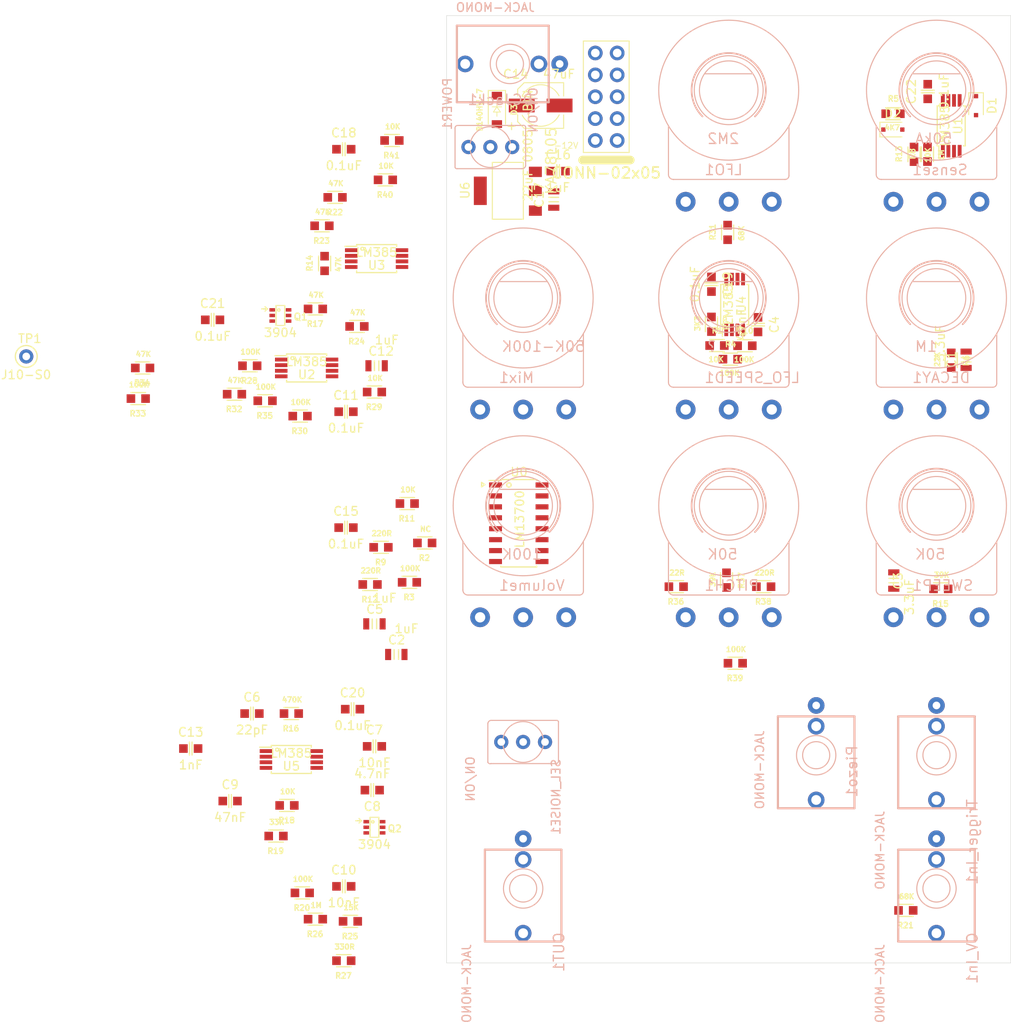
<source format=kicad_pcb>
(kicad_pcb (version 20171130) (host pcbnew "(5.1.4-0-10_14)")

  (general
    (thickness 1.6)
    (drawings 4)
    (tracks 0)
    (zones 0)
    (modules 92)
    (nets 82)
  )

  (page A4)
  (layers
    (0 F.Cu signal)
    (31 B.Cu signal)
    (32 B.Adhes user)
    (33 F.Adhes user)
    (34 B.Paste user)
    (35 F.Paste user)
    (36 B.SilkS user)
    (37 F.SilkS user)
    (38 B.Mask user)
    (39 F.Mask user)
    (40 Dwgs.User user)
    (41 Cmts.User user)
    (42 Eco1.User user)
    (43 Eco2.User user)
    (44 Edge.Cuts user)
    (45 Margin user)
    (46 B.CrtYd user)
    (47 F.CrtYd user)
    (48 B.Fab user)
    (49 F.Fab user)
  )

  (setup
    (last_trace_width 0.25)
    (trace_clearance 0.2)
    (zone_clearance 0.508)
    (zone_45_only no)
    (trace_min 0.2)
    (via_size 0.8)
    (via_drill 0.4)
    (via_min_size 0.4)
    (via_min_drill 0.3)
    (uvia_size 0.3)
    (uvia_drill 0.1)
    (uvias_allowed no)
    (uvia_min_size 0.2)
    (uvia_min_drill 0.1)
    (edge_width 0.05)
    (segment_width 0.2)
    (pcb_text_width 0.3)
    (pcb_text_size 1.5 1.5)
    (mod_edge_width 0.12)
    (mod_text_size 1 1)
    (mod_text_width 0.15)
    (pad_size 1.524 1.524)
    (pad_drill 0.762)
    (pad_to_mask_clearance 0.051)
    (solder_mask_min_width 0.25)
    (aux_axis_origin 0 0)
    (visible_elements FFFFFF7F)
    (pcbplotparams
      (layerselection 0x010fc_ffffffff)
      (usegerberextensions false)
      (usegerberattributes false)
      (usegerberadvancedattributes false)
      (creategerberjobfile false)
      (excludeedgelayer true)
      (linewidth 0.100000)
      (plotframeref false)
      (viasonmask false)
      (mode 1)
      (useauxorigin false)
      (hpglpennumber 1)
      (hpglpenspeed 20)
      (hpglpendiameter 15.000000)
      (psnegative false)
      (psa4output false)
      (plotreference true)
      (plotvalue true)
      (plotinvisibletext false)
      (padsonsilk false)
      (subtractmaskfromsilk false)
      (outputformat 1)
      (mirror false)
      (drillshape 1)
      (scaleselection 1)
      (outputdirectory ""))
  )

  (net 0 "")
  (net 1 "Net-(C1-Pad2)")
  (net 2 GND)
  (net 3 "Net-(C2-Pad2)")
  (net 4 "Net-(C2-Pad1)")
  (net 5 "Net-(C3-Pad2)")
  (net 6 "Net-(C4-Pad1)")
  (net 7 "Net-(C5-Pad2)")
  (net 8 /SUM)
  (net 9 "Net-(C6-Pad2)")
  (net 10 "Net-(C6-Pad1)")
  (net 11 "Net-(C7-Pad1)")
  (net 12 "Net-(C8-Pad1)")
  (net 13 "Net-(C9-Pad1)")
  (net 14 "Net-(C10-Pad2)")
  (net 15 "Net-(C10-Pad1)")
  (net 16 "Net-(C11-Pad2)")
  (net 17 "Net-(C11-Pad1)")
  (net 18 "Net-(C12-Pad2)")
  (net 19 "Net-(C13-Pad2)")
  (net 20 "Net-(C13-Pad1)")
  (net 21 "Net-(C14-Pad1)")
  (net 22 +5V)
  (net 23 "Net-(C16-Pad1)")
  (net 24 "Net-(CV_In1-Pad3)")
  (net 25 "Net-(CV_In1-Pad1)")
  (net 26 "Net-(D1-Pad2)")
  (net 27 "Net-(D2-Pad2)")
  (net 28 "Net-(D3-Pad2)")
  (net 29 "Net-(DCJack1-Pad3)")
  (net 30 "Net-(DECAY1-Pad2)")
  (net 31 "Net-(LFO1-Pad3)")
  (net 32 /LFO_LEVEL)
  (net 33 "Net-(LFO_SPEED1-Pad3)")
  (net 34 "Net-(LFO_SPEED1-Pad1)")
  (net 35 /MIX_POT_3)
  (net 36 /MIX_POT_1)
  (net 37 "Net-(OUT1-Pad3)")
  (net 38 "Net-(OUT1-Pad1)")
  (net 39 "Net-(P1-Pad9)")
  (net 40 "Net-(P1-Pad10)")
  (net 41 "Net-(PITCH1-Pad3)")
  (net 42 "Net-(PITCH1-Pad2)")
  (net 43 "Net-(PITCH1-Pad1)")
  (net 44 "Net-(Q1-Pad2)")
  (net 45 "Net-(Q1-Pad6)")
  (net 46 "Net-(Q2-Pad6)")
  (net 47 "Net-(R1-Pad1)")
  (net 48 "Net-(R2-Pad2)")
  (net 49 /VCA_P5)
  (net 50 "Net-(R13-Pad2)")
  (net 51 /VREF)
  (net 52 "Net-(R14-Pad1)")
  (net 53 /SWEEP)
  (net 54 /VCO)
  (net 55 "Net-(R17-Pad1)")
  (net 56 "Net-(R22-Pad2)")
  (net 57 "Net-(R28-Pad2)")
  (net 58 "Net-(R32-Pad1)")
  (net 59 "Net-(R33-Pad2)")
  (net 60 "Net-(R40-Pad1)")
  (net 61 "Net-(Sense1-Pad3)")
  (net 62 "Net-(Sense1-Pad2)")
  (net 63 "Net-(U0-Pad16)")
  (net 64 "Net-(U0-Pad15)")
  (net 65 "Net-(U0-Pad14)")
  (net 66 "Net-(U0-Pad13)")
  (net 67 "Net-(U0-Pad12)")
  (net 68 "Net-(U0-Pad10)")
  (net 69 "Net-(U0-Pad9)")
  (net 70 "Net-(U0-Pad8)")
  (net 71 "Net-(U0-Pad7)")
  (net 72 "Net-(U0-Pad2)")
  (net 73 "Net-(U5-Pad6)")
  (net 74 "Net-(Piezo1-Pad3)")
  (net 75 "Net-(Piezo1-Pad1)")
  (net 76 "Net-(R3-Pad2)")
  (net 77 "Net-(DCJack1-Pad1)")
  (net 78 "Net-(POWER1-Pad3)")
  (net 79 "Net-(Q1-Pad3)")
  (net 80 "Net-(Q1-Pad5)")
  (net 81 "Net-(Q1-Pad4)")

  (net_class Default "This is the default net class."
    (clearance 0.2)
    (trace_width 0.25)
    (via_dia 0.8)
    (via_drill 0.4)
    (uvia_dia 0.3)
    (uvia_drill 0.1)
    (add_net +5V)
    (add_net /LFO_LEVEL)
    (add_net /MIX_POT_1)
    (add_net /MIX_POT_3)
    (add_net /SUM)
    (add_net /SWEEP)
    (add_net /VCA_P5)
    (add_net /VCO)
    (add_net /VREF)
    (add_net GND)
    (add_net "Net-(C1-Pad2)")
    (add_net "Net-(C10-Pad1)")
    (add_net "Net-(C10-Pad2)")
    (add_net "Net-(C11-Pad1)")
    (add_net "Net-(C11-Pad2)")
    (add_net "Net-(C12-Pad2)")
    (add_net "Net-(C13-Pad1)")
    (add_net "Net-(C13-Pad2)")
    (add_net "Net-(C14-Pad1)")
    (add_net "Net-(C16-Pad1)")
    (add_net "Net-(C2-Pad1)")
    (add_net "Net-(C2-Pad2)")
    (add_net "Net-(C3-Pad2)")
    (add_net "Net-(C4-Pad1)")
    (add_net "Net-(C5-Pad2)")
    (add_net "Net-(C6-Pad1)")
    (add_net "Net-(C6-Pad2)")
    (add_net "Net-(C7-Pad1)")
    (add_net "Net-(C8-Pad1)")
    (add_net "Net-(C9-Pad1)")
    (add_net "Net-(CV_In1-Pad1)")
    (add_net "Net-(CV_In1-Pad3)")
    (add_net "Net-(D1-Pad2)")
    (add_net "Net-(D2-Pad2)")
    (add_net "Net-(D3-Pad2)")
    (add_net "Net-(DCJack1-Pad1)")
    (add_net "Net-(DCJack1-Pad3)")
    (add_net "Net-(DECAY1-Pad2)")
    (add_net "Net-(LFO1-Pad3)")
    (add_net "Net-(LFO_SPEED1-Pad1)")
    (add_net "Net-(LFO_SPEED1-Pad3)")
    (add_net "Net-(OUT1-Pad1)")
    (add_net "Net-(OUT1-Pad3)")
    (add_net "Net-(P1-Pad10)")
    (add_net "Net-(P1-Pad9)")
    (add_net "Net-(PITCH1-Pad1)")
    (add_net "Net-(PITCH1-Pad2)")
    (add_net "Net-(PITCH1-Pad3)")
    (add_net "Net-(POWER1-Pad3)")
    (add_net "Net-(Piezo1-Pad1)")
    (add_net "Net-(Piezo1-Pad3)")
    (add_net "Net-(Q1-Pad2)")
    (add_net "Net-(Q1-Pad3)")
    (add_net "Net-(Q1-Pad4)")
    (add_net "Net-(Q1-Pad5)")
    (add_net "Net-(Q1-Pad6)")
    (add_net "Net-(Q2-Pad6)")
    (add_net "Net-(R1-Pad1)")
    (add_net "Net-(R13-Pad2)")
    (add_net "Net-(R14-Pad1)")
    (add_net "Net-(R17-Pad1)")
    (add_net "Net-(R2-Pad2)")
    (add_net "Net-(R22-Pad2)")
    (add_net "Net-(R28-Pad2)")
    (add_net "Net-(R3-Pad2)")
    (add_net "Net-(R32-Pad1)")
    (add_net "Net-(R33-Pad2)")
    (add_net "Net-(R40-Pad1)")
    (add_net "Net-(Sense1-Pad2)")
    (add_net "Net-(Sense1-Pad3)")
    (add_net "Net-(U0-Pad10)")
    (add_net "Net-(U0-Pad12)")
    (add_net "Net-(U0-Pad13)")
    (add_net "Net-(U0-Pad14)")
    (add_net "Net-(U0-Pad15)")
    (add_net "Net-(U0-Pad16)")
    (add_net "Net-(U0-Pad2)")
    (add_net "Net-(U0-Pad7)")
    (add_net "Net-(U0-Pad8)")
    (add_net "Net-(U0-Pad9)")
    (add_net "Net-(U5-Pad6)")
  )

  (module 4ms_Package_SOT:SOT-363_SC-70-6 (layer F.Cu) (tedit 5CFAD10B) (tstamp 5DD05640)
    (at -8.382 -15.748)
    (descr "SOT-363, SC-70-6")
    (tags "SOT-363 SC-70-6")
    (path /5E450D15)
    (attr smd)
    (fp_text reference Q2 (at 2.356 0.164) (layer F.SilkS)
      (effects (font (size 0.8 0.8) (thickness 0.15)))
    )
    (fp_text value 3904 (at 0 2 180) (layer F.SilkS)
      (effects (font (size 1 1) (thickness 0.15)))
    )
    (fp_circle (center -0.1905 -0.635) (end -0.127 -0.508) (layer F.SilkS) (width 0.1524))
    (fp_line (start -0.508 -1.143) (end -0.508 1.143) (layer F.SilkS) (width 0.1524))
    (fp_line (start 0.508 -1.143) (end 0.508 1.143) (layer F.SilkS) (width 0.1524))
    (fp_line (start -1.524 -0.762) (end -1.778 -0.508) (layer F.SilkS) (width 0.1524))
    (fp_line (start -1.524 -0.762) (end -1.778 -1.016) (layer F.SilkS) (width 0.1524))
    (fp_line (start -2.159 -0.762) (end -1.524 -0.762) (layer F.SilkS) (width 0.1524))
    (fp_line (start 0.508 -1.16) (end -0.508 -1.16) (layer F.SilkS) (width 0.12))
    (fp_line (start -0.508 1.16) (end 0.508 1.16) (layer F.SilkS) (width 0.12))
    (fp_line (start 1.6 1.4) (end 1.6 -1.4) (layer F.CrtYd) (width 0.05))
    (fp_line (start -1.6 -1.4) (end -1.6 1.4) (layer F.CrtYd) (width 0.05))
    (fp_line (start -1.6 -1.4) (end 1.6 -1.4) (layer F.CrtYd) (width 0.05))
    (fp_line (start -1.6 1.4) (end 1.6 1.4) (layer F.CrtYd) (width 0.05))
    (pad 1 smd rect (at -0.95 -0.65) (size 0.65 0.4) (layers F.Cu F.Paste F.Mask)
      (net 19 "Net-(C13-Pad2)"))
    (pad 3 smd rect (at -0.95 0.65) (size 0.65 0.4) (layers F.Cu F.Paste F.Mask)
      (net 14 "Net-(C10-Pad2)"))
    (pad 5 smd rect (at 0.95 0) (size 0.65 0.4) (layers F.Cu F.Paste F.Mask)
      (net 20 "Net-(C13-Pad1)"))
    (pad 2 smd rect (at -0.95 0) (size 0.65 0.4) (layers F.Cu F.Paste F.Mask)
      (net 2 GND))
    (pad 4 smd rect (at 0.95 0.65) (size 0.65 0.4) (layers F.Cu F.Paste F.Mask)
      (net 2 GND))
    (pad 6 smd rect (at 0.95 -0.65) (size 0.65 0.4) (layers F.Cu F.Paste F.Mask)
      (net 46 "Net-(Q2-Pad6)"))
    (model ${KISYS3DMOD}/Package_TO_SOT_SMD.3dshapes/SOT-363_SC-70-6.wrl
      (at (xyz 0 0 0))
      (scale (xyz 1 1 1))
      (rotate (xyz 0 0 0))
    )
  )

  (module 4ms_Package_SOT:SOT-363_SC-70-6 (layer F.Cu) (tedit 5CFAD10B) (tstamp 5DD0562A)
    (at -19.304 -75.184)
    (descr "SOT-363, SC-70-6")
    (tags "SOT-363 SC-70-6")
    (path /5ED788C7)
    (attr smd)
    (fp_text reference Q1 (at 2.356 0.164) (layer F.SilkS)
      (effects (font (size 0.8 0.8) (thickness 0.15)))
    )
    (fp_text value 3904 (at 0 2 180) (layer F.SilkS)
      (effects (font (size 1 1) (thickness 0.15)))
    )
    (fp_circle (center -0.1905 -0.635) (end -0.127 -0.508) (layer F.SilkS) (width 0.1524))
    (fp_line (start -0.508 -1.143) (end -0.508 1.143) (layer F.SilkS) (width 0.1524))
    (fp_line (start 0.508 -1.143) (end 0.508 1.143) (layer F.SilkS) (width 0.1524))
    (fp_line (start -1.524 -0.762) (end -1.778 -0.508) (layer F.SilkS) (width 0.1524))
    (fp_line (start -1.524 -0.762) (end -1.778 -1.016) (layer F.SilkS) (width 0.1524))
    (fp_line (start -2.159 -0.762) (end -1.524 -0.762) (layer F.SilkS) (width 0.1524))
    (fp_line (start 0.508 -1.16) (end -0.508 -1.16) (layer F.SilkS) (width 0.12))
    (fp_line (start -0.508 1.16) (end 0.508 1.16) (layer F.SilkS) (width 0.12))
    (fp_line (start 1.6 1.4) (end 1.6 -1.4) (layer F.CrtYd) (width 0.05))
    (fp_line (start -1.6 -1.4) (end -1.6 1.4) (layer F.CrtYd) (width 0.05))
    (fp_line (start -1.6 -1.4) (end 1.6 -1.4) (layer F.CrtYd) (width 0.05))
    (fp_line (start -1.6 1.4) (end 1.6 1.4) (layer F.CrtYd) (width 0.05))
    (pad 1 smd rect (at -0.95 -0.65) (size 0.65 0.4) (layers F.Cu F.Paste F.Mask)
      (net 2 GND))
    (pad 3 smd rect (at -0.95 0.65) (size 0.65 0.4) (layers F.Cu F.Paste F.Mask)
      (net 79 "Net-(Q1-Pad3)"))
    (pad 5 smd rect (at 0.95 0) (size 0.65 0.4) (layers F.Cu F.Paste F.Mask)
      (net 80 "Net-(Q1-Pad5)"))
    (pad 2 smd rect (at -0.95 0) (size 0.65 0.4) (layers F.Cu F.Paste F.Mask)
      (net 44 "Net-(Q1-Pad2)"))
    (pad 4 smd rect (at 0.95 0.65) (size 0.65 0.4) (layers F.Cu F.Paste F.Mask)
      (net 81 "Net-(Q1-Pad4)"))
    (pad 6 smd rect (at 0.95 -0.65) (size 0.65 0.4) (layers F.Cu F.Paste F.Mask)
      (net 45 "Net-(Q1-Pad6)"))
    (model ${KISYS3DMOD}/Package_TO_SOT_SMD.3dshapes/SOT-363_SC-70-6.wrl
      (at (xyz 0 0 0))
      (scale (xyz 1 1 1))
      (rotate (xyz 0 0 0))
    )
  )

  (module 4ms_Switch:Switch_Toggle_SPDT_SubMini (layer B.Cu) (tedit 5B980EA4) (tstamp 5DCFE524)
    (at 5.08 -94.742 270)
    (path /5E07044E)
    (fp_text reference POWER1 (at -1.88 4.4 270) (layer B.SilkS)
      (effects (font (size 1 1) (thickness 0.15)) (justify right bottom mirror))
    )
    (fp_text value ON/ON (at -1.58 -5.55 270) (layer B.SilkS)
      (effects (font (size 1 1) (thickness 0.15)) (justify right bottom mirror))
    )
    (fp_line (start -2.53 -4.1) (end -2.53 4.1) (layer B.CrtYd) (width 0.05))
    (fp_line (start 2.52 -4.1) (end -2.53 -4.1) (layer B.CrtYd) (width 0.05))
    (fp_line (start 2.52 4.1) (end 2.52 -4.1) (layer B.CrtYd) (width 0.05))
    (fp_line (start -2.53 4.1) (end 2.52 4.1) (layer B.CrtYd) (width 0.05))
    (fp_circle (center 0 0) (end 2.4765 0) (layer Cmts.User) (width 0.0254))
    (fp_circle (center 0 0) (end 2.37 0) (layer B.SilkS) (width 0.127))
    (fp_line (start -2.51 -3.746) (end -2.51 3.846) (layer B.SilkS) (width 0.127))
    (fp_arc (start -2.2511 -3.841046) (end -2.346 -4.1) (angle -90.03238) (layer B.SilkS) (width 0.127))
    (fp_line (start 2.146 -4.1) (end -2.346 -4.1) (layer B.SilkS) (width 0.127))
    (fp_arc (start 2.101 -3.691) (end 2.51 -3.646) (angle -90) (layer B.SilkS) (width 0.127))
    (fp_line (start 2.51 3.846) (end 2.51 -3.646) (layer B.SilkS) (width 0.127))
    (fp_arc (start 2.301 3.891) (end 2.346 4.1) (angle -90) (layer B.SilkS) (width 0.127))
    (fp_line (start -2.146 4.1) (end 2.346 4.1) (layer B.SilkS) (width 0.127))
    (fp_arc (start -2.201069 3.7911) (end -2.51 3.846) (angle -90.03149) (layer B.SilkS) (width 0.127))
    (pad 3 thru_hole circle (at 0 -2.54 270) (size 1.651 1.651) (drill 0.889) (layers *.Cu *.Mask)
      (net 78 "Net-(POWER1-Pad3)"))
    (pad 2 thru_hole circle (at 0 0 270) (size 1.651 1.651) (drill 0.889) (layers *.Cu *.Mask)
      (net 28 "Net-(D3-Pad2)"))
    (pad 1 thru_hole circle (at 0 2.54 270) (size 1.651 1.651) (drill 0.889) (layers *.Cu *.Mask)
      (net 77 "Net-(DCJack1-Pad1)"))
    (model ${KICAD_4MS_LIBS}/packages3d/spdt-toggle-submini.wrl
      (offset (xyz 0 0 3))
      (scale (xyz 0.393 0.393 0.393))
      (rotate (xyz 90 180 90))
    )
  )

  (module 4ms_Potentiometer:Pot_16mm_NoDet_RV16AF-4A (layer B.Cu) (tedit 5DAF46AF) (tstamp 5DCF952F)
    (at 8.89 -53.086 180)
    (tags "POT POTENTIOMETER")
    (path /5DE8FCE6)
    (fp_text reference Volume1 (at 2.913 -8.551) (layer B.SilkS)
      (effects (font (size 1.2065 1.2065) (thickness 0.1524)) (justify right top mirror))
    )
    (fp_text value 100K (at 2.58 -4.93) (layer B.SilkS)
      (effects (font (size 1.2065 1.2065) (thickness 0.1524)) (justify right top mirror))
    )
    (fp_arc (start 0 -0.01) (end 7.249999 -4.299999) (angle 241.2276548) (layer B.CrtYd) (width 0.05))
    (fp_line (start 7.25 -4.3) (end 7.25 -10.615) (layer B.CrtYd) (width 0.05))
    (fp_line (start 6.5 -10.615) (end 7.25 -10.615) (layer B.CrtYd) (width 0.05))
    (fp_line (start 6.5 -14.35) (end 6.5 -10.615) (layer B.CrtYd) (width 0.05))
    (fp_line (start 6.5 -14.35) (end -6.5 -14.35) (layer B.CrtYd) (width 0.05))
    (fp_line (start -6.5 -10.615) (end -6.5 -14.35) (layer B.CrtYd) (width 0.05))
    (fp_line (start -7.25 -10.615) (end -6.5 -10.615) (layer B.CrtYd) (width 0.05))
    (fp_line (start -7.25 -4.3) (end -7.25 -10.615) (layer B.CrtYd) (width 0.05))
    (fp_arc (start 0 0) (end -3.048 -3.048) (angle -270) (layer B.SilkS) (width 0.2032))
    (fp_circle (center 0 0) (end 3.6195 0) (layer Cmts.User) (width 0.0254))
    (fp_line (start -2.738 1.905) (end 2.738 1.905) (layer B.SilkS) (width 0.127))
    (fp_circle (center 0 0) (end 4 0) (layer B.SilkS) (width 0.127))
    (fp_circle (center 0 0) (end 8.128 0) (layer B.SilkS) (width 0.127))
    (fp_circle (center 0 0) (end 3.4 0) (layer B.SilkS) (width 0.127))
    (fp_line (start 7 -9.784894) (end 7 -4.127) (layer B.SilkS) (width 0.127))
    (fp_arc (start 6.419894 -9.784894) (end 6.419894 -10.365) (angle 90) (layer B.SilkS) (width 0.127))
    (fp_line (start -6.546894 -10.365) (end 6.419894 -10.365) (layer B.SilkS) (width 0.127))
    (fp_arc (start -6.546894 -9.911894) (end -7 -9.911894) (angle 90) (layer B.SilkS) (width 0.127))
    (fp_line (start -7 -4.127) (end -7 -9.911894) (layer B.SilkS) (width 0.127))
    (pad 3 thru_hole circle (at 5 -12.954 90) (size 2.286 2.286) (drill 1.2) (layers *.Cu *.Mask)
      (net 76 "Net-(R3-Pad2)") (solder_mask_margin 0.127))
    (pad 2 thru_hole circle (at 0 -12.954 90) (size 2.286 2.286) (drill 1.2) (layers *.Cu *.Mask)
      (net 4 "Net-(C2-Pad1)") (solder_mask_margin 0.127) (clearance 0.254))
    (pad 1 thru_hole circle (at -5 -12.954 90) (size 2.286 2.286) (drill 1.2) (layers *.Cu *.Mask)
      (net 2 GND) (solder_mask_margin 0.127))
    (model ${ALT3DMOD}/potentiometers/AlphaTaiwan-RV16AF-4A-15FW.step
      (offset (xyz 0 0 -0.3))
      (scale (xyz 1 1 1))
      (rotate (xyz 0 0 0))
    )
  )

  (module 4ms_Jack:EighthInch_PJ398SM (layer B.Cu) (tedit 5C38F906) (tstamp 5DCF8EEF)
    (at 42.926 -24.13 90)
    (path /5E040806)
    (fp_text reference Piezo1 (at -5.0172 4.866 90) (layer B.SilkS)
      (effects (font (size 1.2065 1.2065) (thickness 0.1524)) (justify right bottom mirror))
    )
    (fp_text value JACK-MONO (at -6.375 -5.975 90) (layer B.SilkS)
      (effects (font (size 1 1) (thickness 0.15)) (justify right bottom mirror))
    )
    (fp_circle (center 0 0) (end 3.175 0) (layer Cmts.User) (width 0.0254))
    (fp_circle (center -0.0127 0) (end 2.2733 0) (layer B.SilkS) (width 0.127))
    (fp_circle (center -0.0127 0) (end 1.5621 0) (layer B.SilkS) (width 0.127))
    (fp_line (start 4.4958 -4.445) (end 4.4958 4.445) (layer B.SilkS) (width 0.254))
    (fp_line (start -6.1722 -4.445) (end 4.4958 -4.445) (layer B.SilkS) (width 0.254))
    (fp_line (start -6.1722 4.445) (end -6.1722 -4.445) (layer B.SilkS) (width 0.254))
    (fp_line (start 4.4958 4.445) (end -6.1722 4.445) (layer B.SilkS) (width 0.254))
    (fp_line (start -6.44 4.7) (end -6.44 -4.7) (layer B.CrtYd) (width 0.05))
    (fp_line (start 4.5 4.7) (end 4.5 1.16) (layer B.CrtYd) (width 0.05))
    (fp_line (start 4.5 -1.16) (end 4.5 -4.7) (layer B.CrtYd) (width 0.05))
    (fp_line (start 4.5 1.16) (end 6.93 1.16) (layer B.CrtYd) (width 0.05))
    (fp_line (start 6.93 1.16) (end 6.93 -1.16) (layer B.CrtYd) (width 0.05))
    (fp_line (start 6.93 -1.16) (end 4.5 -1.16) (layer B.CrtYd) (width 0.05))
    (fp_line (start -6.44 4.7) (end 4.5 4.7) (layer B.CrtYd) (width 0.05))
    (fp_line (start -6.44 -4.7) (end 4.5 -4.7) (layer B.CrtYd) (width 0.05))
    (pad 3 thru_hole circle (at 3.3528 0 90) (size 1.9304 1.9304) (drill 1.143) (layers *.Cu *.Mask)
      (net 74 "Net-(Piezo1-Pad3)"))
    (pad 2 thru_hole circle (at 5.7658 0 90) (size 1.9304 1.9304) (drill 0.889) (layers *.Cu *.Mask)
      (net 2 GND))
    (pad 1 thru_hole circle (at -5.207 0 90) (size 1.9304 1.9304) (drill 1.143) (layers *.Cu *.Mask)
      (net 75 "Net-(Piezo1-Pad1)"))
    (model ${KICAD_4MS_LIBS}/packages3d/PJ301M-12.WRL
      (offset (xyz -0.8889999866485596 0.4063999938964844 0))
      (scale (xyz 393 393 393))
      (rotate (xyz 0 0 -90))
    )
  )

  (module 4ms_Switch:Switch_Toggle_SPDT_SubMini (layer B.Cu) (tedit 5B980EA4) (tstamp 5DCF7E4D)
    (at 8.89 -25.654 90)
    (path /5DD9F266)
    (fp_text reference SEL_NOISE1 (at -1.88 4.4 270) (layer B.SilkS)
      (effects (font (size 1 1) (thickness 0.15)) (justify left bottom mirror))
    )
    (fp_text value ON/ON (at -1.58 -5.55 270) (layer B.SilkS)
      (effects (font (size 1 1) (thickness 0.15)) (justify left bottom mirror))
    )
    (fp_line (start -2.53 -4.1) (end -2.53 4.1) (layer B.CrtYd) (width 0.05))
    (fp_line (start 2.52 -4.1) (end -2.53 -4.1) (layer B.CrtYd) (width 0.05))
    (fp_line (start 2.52 4.1) (end 2.52 -4.1) (layer B.CrtYd) (width 0.05))
    (fp_line (start -2.53 4.1) (end 2.52 4.1) (layer B.CrtYd) (width 0.05))
    (fp_circle (center 0 0) (end 2.4765 0) (layer Cmts.User) (width 0.0254))
    (fp_circle (center 0 0) (end 2.37 0) (layer B.SilkS) (width 0.127))
    (fp_line (start -2.51 -3.746) (end -2.51 3.846) (layer B.SilkS) (width 0.127))
    (fp_arc (start -2.2511 -3.841046) (end -2.346 -4.1) (angle -90.03238) (layer B.SilkS) (width 0.127))
    (fp_line (start 2.146 -4.1) (end -2.346 -4.1) (layer B.SilkS) (width 0.127))
    (fp_arc (start 2.101 -3.691) (end 2.51 -3.646) (angle -90) (layer B.SilkS) (width 0.127))
    (fp_line (start 2.51 3.846) (end 2.51 -3.646) (layer B.SilkS) (width 0.127))
    (fp_arc (start 2.301 3.891) (end 2.346 4.1) (angle -90) (layer B.SilkS) (width 0.127))
    (fp_line (start -2.146 4.1) (end 2.346 4.1) (layer B.SilkS) (width 0.127))
    (fp_arc (start -2.201069 3.7911) (end -2.51 3.846) (angle -90.03149) (layer B.SilkS) (width 0.127))
    (pad 3 thru_hole circle (at 0 -2.54 90) (size 1.651 1.651) (drill 0.889) (layers *.Cu *.Mask)
      (net 12 "Net-(C8-Pad1)"))
    (pad 2 thru_hole circle (at 0 0 90) (size 1.651 1.651) (drill 0.889) (layers *.Cu *.Mask)
      (net 9 "Net-(C6-Pad2)"))
    (pad 1 thru_hole circle (at 0 2.54 90) (size 1.651 1.651) (drill 0.889) (layers *.Cu *.Mask)
      (net 11 "Net-(C7-Pad1)"))
    (model ${KICAD_4MS_LIBS}/packages3d/spdt-toggle-submini.wrl
      (offset (xyz 0 0 3))
      (scale (xyz 0.393 0.393 0.393))
      (rotate (xyz 90 180 90))
    )
  )

  (module 4ms_Package_SOT:SOT223 (layer F.Cu) (tedit 5A875472) (tstamp 5DCF4F26)
    (at 7.112 -89.662 90)
    (descr SOT-223)
    (path /5DCE2AA1)
    (fp_text reference U6 (at -1.05 -4.38 90) (layer F.SilkS)
      (effects (font (size 1 1) (thickness 0.15)) (justify left bottom))
    )
    (fp_text value KA78L05 (at -0.54 5.74 90) (layer F.SilkS)
      (effects (font (size 1.2065 1.2065) (thickness 0.1524)) (justify left bottom))
    )
    (fp_line (start -1.9 -4.2) (end -1.9 -2.05) (layer F.CrtYd) (width 0.05))
    (fp_line (start 1.9 -4.2) (end -1.9 -4.2) (layer F.CrtYd) (width 0.05))
    (fp_line (start 1.9 -2.05) (end 1.9 -4.2) (layer F.CrtYd) (width 0.05))
    (fp_line (start 3.55 -2.05) (end 1.9 -2.05) (layer F.CrtYd) (width 0.05))
    (fp_line (start 3.55 2.05) (end 3.55 -2.05) (layer F.CrtYd) (width 0.05))
    (fp_line (start 3.15 2.05) (end 3.55 2.05) (layer F.CrtYd) (width 0.05))
    (fp_line (start 3.15 4.2) (end 3.15 2.05) (layer F.CrtYd) (width 0.05))
    (fp_line (start -3.15 4.2) (end 3.15 4.2) (layer F.CrtYd) (width 0.05))
    (fp_line (start -3.15 2.05) (end -3.15 4.2) (layer F.CrtYd) (width 0.05))
    (fp_line (start -3.55 2.05) (end -3.15 2.05) (layer F.CrtYd) (width 0.05))
    (fp_line (start -3.55 -2.05) (end -3.55 2.05) (layer F.CrtYd) (width 0.05))
    (fp_line (start -1.9 -2.05) (end -3.55 -2.05) (layer F.CrtYd) (width 0.05))
    (fp_line (start -3.3 -1.8) (end -3.3 1.8) (layer F.SilkS) (width 0.127))
    (fp_line (start 3.3 -1.8) (end -3.3 -1.8) (layer F.SilkS) (width 0.127))
    (fp_line (start 3.3 1.8) (end 3.3 -1.8) (layer F.SilkS) (width 0.127))
    (fp_line (start -3.3 1.8) (end 3.3 1.8) (layer F.SilkS) (width 0.127))
    (pad 2B smd rect (at 0 -3.2 90) (size 3.3 1.5) (layers F.Cu F.Paste F.Mask))
    (pad 3 smd rect (at 2.2 3.2 90) (size 1.2 1.5) (layers F.Cu F.Paste F.Mask)
      (net 23 "Net-(C16-Pad1)"))
    (pad 2 smd rect (at 0 3.2 90) (size 1.2 1.5) (layers F.Cu F.Paste F.Mask)
      (net 22 +5V))
    (pad 1 smd rect (at -2.3 3.2 90) (size 1.2 1.5) (layers F.Cu F.Paste F.Mask)
      (net 2 GND))
  )

  (module 4ms_Package_SSOP:TSSOP-8_4.4x3mm_Pitch0.65mm (layer F.Cu) (tedit 5B8462F3) (tstamp 5DCF4F0E)
    (at -18.034 -23.622)
    (descr "8-Lead Plastic Thin Shrink Small Outline (ST)-4.4 mm Body [TSSOP] (see Microchip Packaging Specification 00000049BS.pdf)")
    (tags "SSOP 0.65")
    (path /5E1D017C)
    (attr smd)
    (fp_text reference U5 (at 0 0.775) (layer F.SilkS)
      (effects (font (size 1 1) (thickness 0.15)))
    )
    (fp_text value LM385 (at 0 -0.725) (layer F.SilkS)
      (effects (font (size 1 1) (thickness 0.15)))
    )
    (fp_line (start -2.325 -1.425) (end -3.675 -1.425) (layer F.SilkS) (width 0.15))
    (fp_line (start -2.325 1.625) (end 2.325 1.625) (layer F.SilkS) (width 0.15))
    (fp_line (start -2.325 -1.625) (end 2.325 -1.625) (layer F.SilkS) (width 0.15))
    (fp_line (start -2.325 1.625) (end -2.325 1.425) (layer F.SilkS) (width 0.15))
    (fp_line (start 2.325 1.625) (end 2.325 1.425) (layer F.SilkS) (width 0.15))
    (fp_line (start 2.325 -1.625) (end 2.325 -1.425) (layer F.SilkS) (width 0.15))
    (fp_line (start -2.325 -1.625) (end -2.325 -1.425) (layer F.SilkS) (width 0.15))
    (fp_line (start -3.95 1.88) (end 3.95 1.88) (layer F.CrtYd) (width 0.05))
    (fp_line (start -3.95 -1.88) (end 3.95 -1.88) (layer F.CrtYd) (width 0.05))
    (fp_line (start 3.95 -1.88) (end 3.95 1.88) (layer F.CrtYd) (width 0.05))
    (fp_line (start -3.95 -1.88) (end -3.95 1.88) (layer F.CrtYd) (width 0.05))
    (fp_circle (center -1.651 -1.143) (end -1.524 -1.016) (layer F.SilkS) (width 0.15))
    (pad 8 smd rect (at 2.95 -0.975) (size 1.45 0.45) (layers F.Cu F.Paste F.Mask)
      (net 22 +5V) (clearance 0.1))
    (pad 7 smd rect (at 2.95 -0.325) (size 1.45 0.45) (layers F.Cu F.Paste F.Mask)
      (net 73 "Net-(U5-Pad6)") (clearance 0.1))
    (pad 6 smd rect (at 2.95 0.325) (size 1.45 0.45) (layers F.Cu F.Paste F.Mask)
      (net 73 "Net-(U5-Pad6)") (clearance 0.1))
    (pad 5 smd rect (at 2.95 0.975) (size 1.45 0.45) (layers F.Cu F.Paste F.Mask)
      (net 2 GND) (clearance 0.1))
    (pad 4 smd rect (at -2.95 0.975) (size 1.45 0.45) (layers F.Cu F.Paste F.Mask)
      (net 2 GND) (clearance 0.1))
    (pad 3 smd rect (at -2.95 0.325) (size 1.45 0.45) (layers F.Cu F.Paste F.Mask)
      (net 15 "Net-(C10-Pad1)") (clearance 0.1))
    (pad 2 smd rect (at -2.95 -0.325) (size 1.45 0.45) (layers F.Cu F.Paste F.Mask)
      (net 9 "Net-(C6-Pad2)") (clearance 0.1))
    (pad 1 smd rect (at -2.95 -0.975) (size 1.45 0.45) (layers F.Cu F.Paste F.Mask)
      (net 10 "Net-(C6-Pad1)") (clearance 0.1))
    (model Housing_SSOP.3dshapes/TSSOP-8_4.4x3mm_Pitch0.65mm.wrl
      (at (xyz 0 0 0))
      (scale (xyz 1 1 1))
      (rotate (xyz 0 0 0))
    )
    (model ${KISYS3DMOD}/Package_SO.3dshapes/TSSOP-8_4.4x3mm_P0.65mm.step
      (at (xyz 0 0 0))
      (scale (xyz 1 1 1))
      (rotate (xyz 0 0 0))
    )
  )

  (module 4ms_Package_SSOP:TSSOP-8_4.4x3mm_Pitch0.65mm (layer F.Cu) (tedit 5B8462F3) (tstamp 5DCF4EF6)
    (at 33.46 -76.46 90)
    (descr "8-Lead Plastic Thin Shrink Small Outline (ST)-4.4 mm Body [TSSOP] (see Microchip Packaging Specification 00000049BS.pdf)")
    (tags "SSOP 0.65")
    (path /5F412926)
    (attr smd)
    (fp_text reference U4 (at 0 0.775 90) (layer F.SilkS)
      (effects (font (size 1 1) (thickness 0.15)))
    )
    (fp_text value LM385 (at 0 -0.725 90) (layer F.SilkS)
      (effects (font (size 1 1) (thickness 0.15)))
    )
    (fp_line (start -2.325 -1.425) (end -3.675 -1.425) (layer F.SilkS) (width 0.15))
    (fp_line (start -2.325 1.625) (end 2.325 1.625) (layer F.SilkS) (width 0.15))
    (fp_line (start -2.325 -1.625) (end 2.325 -1.625) (layer F.SilkS) (width 0.15))
    (fp_line (start -2.325 1.625) (end -2.325 1.425) (layer F.SilkS) (width 0.15))
    (fp_line (start 2.325 1.625) (end 2.325 1.425) (layer F.SilkS) (width 0.15))
    (fp_line (start 2.325 -1.625) (end 2.325 -1.425) (layer F.SilkS) (width 0.15))
    (fp_line (start -2.325 -1.625) (end -2.325 -1.425) (layer F.SilkS) (width 0.15))
    (fp_line (start -3.95 1.88) (end 3.95 1.88) (layer F.CrtYd) (width 0.05))
    (fp_line (start -3.95 -1.88) (end 3.95 -1.88) (layer F.CrtYd) (width 0.05))
    (fp_line (start 3.95 -1.88) (end 3.95 1.88) (layer F.CrtYd) (width 0.05))
    (fp_line (start -3.95 -1.88) (end -3.95 1.88) (layer F.CrtYd) (width 0.05))
    (fp_circle (center -1.651 -1.143) (end -1.524 -1.016) (layer F.SilkS) (width 0.15))
    (pad 8 smd rect (at 2.95 -0.975 90) (size 1.45 0.45) (layers F.Cu F.Paste F.Mask)
      (net 22 +5V) (clearance 0.1))
    (pad 7 smd rect (at 2.95 -0.325 90) (size 1.45 0.45) (layers F.Cu F.Paste F.Mask)
      (net 31 "Net-(LFO1-Pad3)") (clearance 0.1))
    (pad 6 smd rect (at 2.95 0.325 90) (size 1.45 0.45) (layers F.Cu F.Paste F.Mask)
      (net 31 "Net-(LFO1-Pad3)") (clearance 0.1))
    (pad 5 smd rect (at 2.95 0.975 90) (size 1.45 0.45) (layers F.Cu F.Paste F.Mask)
      (net 6 "Net-(C4-Pad1)") (clearance 0.1))
    (pad 4 smd rect (at -2.95 0.975 90) (size 1.45 0.45) (layers F.Cu F.Paste F.Mask)
      (net 2 GND) (clearance 0.1))
    (pad 3 smd rect (at -2.95 0.325 90) (size 1.45 0.45) (layers F.Cu F.Paste F.Mask)
      (net 47 "Net-(R1-Pad1)") (clearance 0.1))
    (pad 2 smd rect (at -2.95 -0.325 90) (size 1.45 0.45) (layers F.Cu F.Paste F.Mask)
      (net 6 "Net-(C4-Pad1)") (clearance 0.1))
    (pad 1 smd rect (at -2.95 -0.975 90) (size 1.45 0.45) (layers F.Cu F.Paste F.Mask)
      (net 34 "Net-(LFO_SPEED1-Pad1)") (clearance 0.1))
    (model Housing_SSOP.3dshapes/TSSOP-8_4.4x3mm_Pitch0.65mm.wrl
      (at (xyz 0 0 0))
      (scale (xyz 1 1 1))
      (rotate (xyz 0 0 0))
    )
    (model ${KISYS3DMOD}/Package_SO.3dshapes/TSSOP-8_4.4x3mm_P0.65mm.step
      (at (xyz 0 0 0))
      (scale (xyz 1 1 1))
      (rotate (xyz 0 0 0))
    )
  )

  (module 4ms_Package_SSOP:TSSOP-8_4.4x3mm_Pitch0.65mm (layer F.Cu) (tedit 5B8462F3) (tstamp 5DCF4EDE)
    (at -8.128 -81.788)
    (descr "8-Lead Plastic Thin Shrink Small Outline (ST)-4.4 mm Body [TSSOP] (see Microchip Packaging Specification 00000049BS.pdf)")
    (tags "SSOP 0.65")
    (path /5EE089EF)
    (attr smd)
    (fp_text reference U3 (at 0 0.775) (layer F.SilkS)
      (effects (font (size 1 1) (thickness 0.15)))
    )
    (fp_text value LM385 (at 0 -0.725) (layer F.SilkS)
      (effects (font (size 1 1) (thickness 0.15)))
    )
    (fp_line (start -2.325 -1.425) (end -3.675 -1.425) (layer F.SilkS) (width 0.15))
    (fp_line (start -2.325 1.625) (end 2.325 1.625) (layer F.SilkS) (width 0.15))
    (fp_line (start -2.325 -1.625) (end 2.325 -1.625) (layer F.SilkS) (width 0.15))
    (fp_line (start -2.325 1.625) (end -2.325 1.425) (layer F.SilkS) (width 0.15))
    (fp_line (start 2.325 1.625) (end 2.325 1.425) (layer F.SilkS) (width 0.15))
    (fp_line (start 2.325 -1.625) (end 2.325 -1.425) (layer F.SilkS) (width 0.15))
    (fp_line (start -2.325 -1.625) (end -2.325 -1.425) (layer F.SilkS) (width 0.15))
    (fp_line (start -3.95 1.88) (end 3.95 1.88) (layer F.CrtYd) (width 0.05))
    (fp_line (start -3.95 -1.88) (end 3.95 -1.88) (layer F.CrtYd) (width 0.05))
    (fp_line (start 3.95 -1.88) (end 3.95 1.88) (layer F.CrtYd) (width 0.05))
    (fp_line (start -3.95 -1.88) (end -3.95 1.88) (layer F.CrtYd) (width 0.05))
    (fp_circle (center -1.651 -1.143) (end -1.524 -1.016) (layer F.SilkS) (width 0.15))
    (pad 8 smd rect (at 2.95 -0.975) (size 1.45 0.45) (layers F.Cu F.Paste F.Mask)
      (net 22 +5V) (clearance 0.1))
    (pad 7 smd rect (at 2.95 -0.325) (size 1.45 0.45) (layers F.Cu F.Paste F.Mask)
      (net 51 /VREF) (clearance 0.1))
    (pad 6 smd rect (at 2.95 0.325) (size 1.45 0.45) (layers F.Cu F.Paste F.Mask)
      (net 51 /VREF) (clearance 0.1))
    (pad 5 smd rect (at 2.95 0.975) (size 1.45 0.45) (layers F.Cu F.Paste F.Mask)
      (net 60 "Net-(R40-Pad1)") (clearance 0.1))
    (pad 4 smd rect (at -2.95 0.975) (size 1.45 0.45) (layers F.Cu F.Paste F.Mask)
      (net 2 GND) (clearance 0.1))
    (pad 3 smd rect (at -2.95 0.325) (size 1.45 0.45) (layers F.Cu F.Paste F.Mask)
      (net 56 "Net-(R22-Pad2)") (clearance 0.1))
    (pad 2 smd rect (at -2.95 -0.325) (size 1.45 0.45) (layers F.Cu F.Paste F.Mask)
      (net 52 "Net-(R14-Pad1)") (clearance 0.1))
    (pad 1 smd rect (at -2.95 -0.975) (size 1.45 0.45) (layers F.Cu F.Paste F.Mask)
      (net 55 "Net-(R17-Pad1)") (clearance 0.1))
    (model Housing_SSOP.3dshapes/TSSOP-8_4.4x3mm_Pitch0.65mm.wrl
      (at (xyz 0 0 0))
      (scale (xyz 1 1 1))
      (rotate (xyz 0 0 0))
    )
    (model ${KISYS3DMOD}/Package_SO.3dshapes/TSSOP-8_4.4x3mm_P0.65mm.step
      (at (xyz 0 0 0))
      (scale (xyz 1 1 1))
      (rotate (xyz 0 0 0))
    )
  )

  (module 4ms_Package_SSOP:TSSOP-8_4.4x3mm_Pitch0.65mm (layer F.Cu) (tedit 5B8462F3) (tstamp 5DCF4EC6)
    (at -16.256 -69.088)
    (descr "8-Lead Plastic Thin Shrink Small Outline (ST)-4.4 mm Body [TSSOP] (see Microchip Packaging Specification 00000049BS.pdf)")
    (tags "SSOP 0.65")
    (path /5E7D8E4C)
    (attr smd)
    (fp_text reference U2 (at 0 0.775) (layer F.SilkS)
      (effects (font (size 1 1) (thickness 0.15)))
    )
    (fp_text value LM385 (at 0 -0.725) (layer F.SilkS)
      (effects (font (size 1 1) (thickness 0.15)))
    )
    (fp_line (start -2.325 -1.425) (end -3.675 -1.425) (layer F.SilkS) (width 0.15))
    (fp_line (start -2.325 1.625) (end 2.325 1.625) (layer F.SilkS) (width 0.15))
    (fp_line (start -2.325 -1.625) (end 2.325 -1.625) (layer F.SilkS) (width 0.15))
    (fp_line (start -2.325 1.625) (end -2.325 1.425) (layer F.SilkS) (width 0.15))
    (fp_line (start 2.325 1.625) (end 2.325 1.425) (layer F.SilkS) (width 0.15))
    (fp_line (start 2.325 -1.625) (end 2.325 -1.425) (layer F.SilkS) (width 0.15))
    (fp_line (start -2.325 -1.625) (end -2.325 -1.425) (layer F.SilkS) (width 0.15))
    (fp_line (start -3.95 1.88) (end 3.95 1.88) (layer F.CrtYd) (width 0.05))
    (fp_line (start -3.95 -1.88) (end 3.95 -1.88) (layer F.CrtYd) (width 0.05))
    (fp_line (start 3.95 -1.88) (end 3.95 1.88) (layer F.CrtYd) (width 0.05))
    (fp_line (start -3.95 -1.88) (end -3.95 1.88) (layer F.CrtYd) (width 0.05))
    (fp_circle (center -1.651 -1.143) (end -1.524 -1.016) (layer F.SilkS) (width 0.15))
    (pad 8 smd rect (at 2.95 -0.975) (size 1.45 0.45) (layers F.Cu F.Paste F.Mask)
      (net 22 +5V) (clearance 0.1))
    (pad 7 smd rect (at 2.95 -0.325) (size 1.45 0.45) (layers F.Cu F.Paste F.Mask)
      (net 17 "Net-(C11-Pad1)") (clearance 0.1))
    (pad 6 smd rect (at 2.95 0.325) (size 1.45 0.45) (layers F.Cu F.Paste F.Mask)
      (net 16 "Net-(C11-Pad2)") (clearance 0.1))
    (pad 5 smd rect (at 2.95 0.975) (size 1.45 0.45) (layers F.Cu F.Paste F.Mask)
      (net 58 "Net-(R32-Pad1)") (clearance 0.1))
    (pad 4 smd rect (at -2.95 0.975) (size 1.45 0.45) (layers F.Cu F.Paste F.Mask)
      (net 2 GND) (clearance 0.1))
    (pad 3 smd rect (at -2.95 0.325) (size 1.45 0.45) (layers F.Cu F.Paste F.Mask)
      (net 54 /VCO) (clearance 0.1))
    (pad 2 smd rect (at -2.95 -0.325) (size 1.45 0.45) (layers F.Cu F.Paste F.Mask)
      (net 59 "Net-(R33-Pad2)") (clearance 0.1))
    (pad 1 smd rect (at -2.95 -0.975) (size 1.45 0.45) (layers F.Cu F.Paste F.Mask)
      (net 57 "Net-(R28-Pad2)") (clearance 0.1))
    (model Housing_SSOP.3dshapes/TSSOP-8_4.4x3mm_Pitch0.65mm.wrl
      (at (xyz 0 0 0))
      (scale (xyz 1 1 1))
      (rotate (xyz 0 0 0))
    )
    (model ${KISYS3DMOD}/Package_SO.3dshapes/TSSOP-8_4.4x3mm_P0.65mm.step
      (at (xyz 0 0 0))
      (scale (xyz 1 1 1))
      (rotate (xyz 0 0 0))
    )
  )

  (module 4ms_Package_SSOP:TSSOP-8_4.4x3mm_Pitch0.65mm (layer F.Cu) (tedit 5B8462F3) (tstamp 5DCF4EAE)
    (at 58.608 -97.212 90)
    (descr "8-Lead Plastic Thin Shrink Small Outline (ST)-4.4 mm Body [TSSOP] (see Microchip Packaging Specification 00000049BS.pdf)")
    (tags "SSOP 0.65")
    (path /5DD9EBE4)
    (attr smd)
    (fp_text reference U1 (at 0 0.775 90) (layer F.SilkS)
      (effects (font (size 1 1) (thickness 0.15)))
    )
    (fp_text value LM385 (at 0 -0.725 90) (layer F.SilkS)
      (effects (font (size 1 1) (thickness 0.15)))
    )
    (fp_line (start -2.325 -1.425) (end -3.675 -1.425) (layer F.SilkS) (width 0.15))
    (fp_line (start -2.325 1.625) (end 2.325 1.625) (layer F.SilkS) (width 0.15))
    (fp_line (start -2.325 -1.625) (end 2.325 -1.625) (layer F.SilkS) (width 0.15))
    (fp_line (start -2.325 1.625) (end -2.325 1.425) (layer F.SilkS) (width 0.15))
    (fp_line (start 2.325 1.625) (end 2.325 1.425) (layer F.SilkS) (width 0.15))
    (fp_line (start 2.325 -1.625) (end 2.325 -1.425) (layer F.SilkS) (width 0.15))
    (fp_line (start -2.325 -1.625) (end -2.325 -1.425) (layer F.SilkS) (width 0.15))
    (fp_line (start -3.95 1.88) (end 3.95 1.88) (layer F.CrtYd) (width 0.05))
    (fp_line (start -3.95 -1.88) (end 3.95 -1.88) (layer F.CrtYd) (width 0.05))
    (fp_line (start 3.95 -1.88) (end 3.95 1.88) (layer F.CrtYd) (width 0.05))
    (fp_line (start -3.95 -1.88) (end -3.95 1.88) (layer F.CrtYd) (width 0.05))
    (fp_circle (center -1.651 -1.143) (end -1.524 -1.016) (layer F.SilkS) (width 0.15))
    (pad 8 smd rect (at 2.95 -0.975 90) (size 1.45 0.45) (layers F.Cu F.Paste F.Mask)
      (net 22 +5V) (clearance 0.1))
    (pad 7 smd rect (at 2.95 -0.325 90) (size 1.45 0.45) (layers F.Cu F.Paste F.Mask)
      (net 27 "Net-(D2-Pad2)") (clearance 0.1))
    (pad 6 smd rect (at 2.95 0.325 90) (size 1.45 0.45) (layers F.Cu F.Paste F.Mask)
      (net 27 "Net-(D2-Pad2)") (clearance 0.1))
    (pad 5 smd rect (at 2.95 0.975 90) (size 1.45 0.45) (layers F.Cu F.Paste F.Mask)
      (net 1 "Net-(C1-Pad2)") (clearance 0.1))
    (pad 4 smd rect (at -2.95 0.975 90) (size 1.45 0.45) (layers F.Cu F.Paste F.Mask)
      (net 2 GND) (clearance 0.1))
    (pad 3 smd rect (at -2.95 0.325 90) (size 1.45 0.45) (layers F.Cu F.Paste F.Mask)
      (net 62 "Net-(Sense1-Pad2)") (clearance 0.1))
    (pad 2 smd rect (at -2.95 -0.325 90) (size 1.45 0.45) (layers F.Cu F.Paste F.Mask)
      (net 50 "Net-(R13-Pad2)") (clearance 0.1))
    (pad 1 smd rect (at -2.95 -0.975 90) (size 1.45 0.45) (layers F.Cu F.Paste F.Mask)
      (net 26 "Net-(D1-Pad2)") (clearance 0.1))
    (model Housing_SSOP.3dshapes/TSSOP-8_4.4x3mm_Pitch0.65mm.wrl
      (at (xyz 0 0 0))
      (scale (xyz 1 1 1))
      (rotate (xyz 0 0 0))
    )
    (model ${KISYS3DMOD}/Package_SO.3dshapes/TSSOP-8_4.4x3mm_P0.65mm.step
      (at (xyz 0 0 0))
      (scale (xyz 1 1 1))
      (rotate (xyz 0 0 0))
    )
  )

  (module 4ms_Package_SOIC:SOIC-16_3.9x9.9mm_Pitch1.27mm (layer F.Cu) (tedit 5A849B5F) (tstamp 5DCF4E96)
    (at 8.382 -51.054)
    (descr "16-Lead Plastic Small Outline (SL) - Narrow, 3.90 mm Body [SOIC] (see Microchip Packaging Specification 00000049BS.pdf)")
    (tags "SOIC 1.27")
    (path /5DD17145)
    (attr smd)
    (fp_text reference U0 (at 0.03 -5.94) (layer F.SilkS)
      (effects (font (size 1 1) (thickness 0.15)))
    )
    (fp_text value LM13700 (at 0.1143 -0.4699 90) (layer F.SilkS)
      (effects (font (size 1 1) (thickness 0.15)))
    )
    (fp_line (start -2.075 -4.97) (end -3.45 -4.97) (layer F.SilkS) (width 0.15))
    (fp_line (start -2.075 5.075) (end 2.075 5.075) (layer F.SilkS) (width 0.15))
    (fp_line (start -2.075 -5.075) (end 2.075 -5.075) (layer F.SilkS) (width 0.15))
    (fp_line (start -2.075 5.075) (end -2.075 4.97) (layer F.SilkS) (width 0.15))
    (fp_line (start 2.075 5.075) (end 2.075 4.97) (layer F.SilkS) (width 0.15))
    (fp_line (start 2.075 -5.075) (end 2.075 -4.97) (layer F.SilkS) (width 0.15))
    (fp_line (start -2.075 -5.075) (end -2.075 -4.97) (layer F.SilkS) (width 0.15))
    (fp_line (start -3.7 5.25) (end 3.7 5.25) (layer F.CrtYd) (width 0.05))
    (fp_line (start -3.7 -5.25) (end 3.7 -5.25) (layer F.CrtYd) (width 0.05))
    (fp_line (start 3.7 -5.25) (end 3.7 5.25) (layer F.CrtYd) (width 0.05))
    (fp_line (start -3.7 -5.25) (end -3.7 5.25) (layer F.CrtYd) (width 0.05))
    (fp_circle (center -1.143 -4.445) (end -1.143 -4.699) (layer F.SilkS) (width 0.15))
    (fp_line (start -4.318 -4.74) (end -3.937 -4.486) (layer F.SilkS) (width 0.15))
    (fp_line (start -3.937 -4.486) (end -4.318 -4.232) (layer F.SilkS) (width 0.15))
    (fp_line (start -4.318 -4.232) (end -4.318 -4.74) (layer F.SilkS) (width 0.15))
    (pad 16 smd rect (at 2.7 -4.445) (size 1.5 0.6) (layers F.Cu F.Paste F.Mask)
      (net 63 "Net-(U0-Pad16)"))
    (pad 15 smd rect (at 2.7 -3.175) (size 1.5 0.6) (layers F.Cu F.Paste F.Mask)
      (net 64 "Net-(U0-Pad15)"))
    (pad 14 smd rect (at 2.7 -1.905) (size 1.5 0.6) (layers F.Cu F.Paste F.Mask)
      (net 65 "Net-(U0-Pad14)"))
    (pad 13 smd rect (at 2.7 -0.635) (size 1.5 0.6) (layers F.Cu F.Paste F.Mask)
      (net 66 "Net-(U0-Pad13)"))
    (pad 12 smd rect (at 2.7 0.635) (size 1.5 0.6) (layers F.Cu F.Paste F.Mask)
      (net 67 "Net-(U0-Pad12)"))
    (pad 11 smd rect (at 2.7 1.905) (size 1.5 0.6) (layers F.Cu F.Paste F.Mask)
      (net 22 +5V))
    (pad 10 smd rect (at 2.7 3.175) (size 1.5 0.6) (layers F.Cu F.Paste F.Mask)
      (net 68 "Net-(U0-Pad10)"))
    (pad 9 smd rect (at 2.7 4.445) (size 1.5 0.6) (layers F.Cu F.Paste F.Mask)
      (net 69 "Net-(U0-Pad9)"))
    (pad 8 smd rect (at -2.7 4.445) (size 1.5 0.6) (layers F.Cu F.Paste F.Mask)
      (net 70 "Net-(U0-Pad8)"))
    (pad 7 smd rect (at -2.7 3.175) (size 1.5 0.6) (layers F.Cu F.Paste F.Mask)
      (net 71 "Net-(U0-Pad7)"))
    (pad 6 smd rect (at -2.7 1.905) (size 1.5 0.6) (layers F.Cu F.Paste F.Mask)
      (net 2 GND))
    (pad 5 smd rect (at -2.7 0.635) (size 1.5 0.6) (layers F.Cu F.Paste F.Mask)
      (net 76 "Net-(R3-Pad2)"))
    (pad 4 smd rect (at -2.7 -0.635) (size 1.5 0.6) (layers F.Cu F.Paste F.Mask)
      (net 48 "Net-(R2-Pad2)"))
    (pad 3 smd rect (at -2.7 -1.905) (size 1.5 0.6) (layers F.Cu F.Paste F.Mask)
      (net 7 "Net-(C5-Pad2)"))
    (pad 2 smd rect (at -2.7 -3.175) (size 1.5 0.6) (layers F.Cu F.Paste F.Mask)
      (net 72 "Net-(U0-Pad2)"))
    (pad 1 smd rect (at -2.7 -4.445) (size 1.5 0.6) (layers F.Cu F.Paste F.Mask)
      (net 49 /VCA_P5))
    (model Housings_SOIC.3dshapes/SOIC-16_3.9x9.9mm_Pitch1.27mm.wrl
      (at (xyz 0 0 0))
      (scale (xyz 1 1 1))
      (rotate (xyz 0 0 0))
    )
  )

  (module 4ms_Jack:EighthInch_PJ398SM (layer B.Cu) (tedit 5C38F906) (tstamp 5DCF4E73)
    (at 56.896 -24.13 90)
    (path /5DD9F0CD)
    (fp_text reference Trigger_In1 (at -5.0172 4.866 270) (layer B.SilkS)
      (effects (font (size 1.2065 1.2065) (thickness 0.1524)) (justify left bottom mirror))
    )
    (fp_text value JACK-MONO (at -6.375 -5.975 270) (layer B.SilkS)
      (effects (font (size 1 1) (thickness 0.15)) (justify left bottom mirror))
    )
    (fp_circle (center 0 0) (end 3.175 0) (layer Cmts.User) (width 0.0254))
    (fp_circle (center -0.0127 0) (end 2.2733 0) (layer B.SilkS) (width 0.127))
    (fp_circle (center -0.0127 0) (end 1.5621 0) (layer B.SilkS) (width 0.127))
    (fp_line (start 4.4958 -4.445) (end 4.4958 4.445) (layer B.SilkS) (width 0.254))
    (fp_line (start -6.1722 -4.445) (end 4.4958 -4.445) (layer B.SilkS) (width 0.254))
    (fp_line (start -6.1722 4.445) (end -6.1722 -4.445) (layer B.SilkS) (width 0.254))
    (fp_line (start 4.4958 4.445) (end -6.1722 4.445) (layer B.SilkS) (width 0.254))
    (fp_line (start -6.44 4.7) (end -6.44 -4.7) (layer B.CrtYd) (width 0.05))
    (fp_line (start 4.5 4.7) (end 4.5 1.16) (layer B.CrtYd) (width 0.05))
    (fp_line (start 4.5 -1.16) (end 4.5 -4.7) (layer B.CrtYd) (width 0.05))
    (fp_line (start 4.5 1.16) (end 6.93 1.16) (layer B.CrtYd) (width 0.05))
    (fp_line (start 6.93 1.16) (end 6.93 -1.16) (layer B.CrtYd) (width 0.05))
    (fp_line (start 6.93 -1.16) (end 4.5 -1.16) (layer B.CrtYd) (width 0.05))
    (fp_line (start -6.44 4.7) (end 4.5 4.7) (layer B.CrtYd) (width 0.05))
    (fp_line (start -6.44 -4.7) (end 4.5 -4.7) (layer B.CrtYd) (width 0.05))
    (pad 3 thru_hole circle (at 3.3528 0 90) (size 1.9304 1.9304) (drill 1.143) (layers *.Cu *.Mask)
      (net 75 "Net-(Piezo1-Pad1)"))
    (pad 2 thru_hole circle (at 5.7658 0 90) (size 1.9304 1.9304) (drill 0.889) (layers *.Cu *.Mask)
      (net 2 GND))
    (pad 1 thru_hole circle (at -5.207 0 90) (size 1.9304 1.9304) (drill 1.143) (layers *.Cu *.Mask)
      (net 61 "Net-(Sense1-Pad3)"))
    (model ${KICAD_4MS_LIBS}/packages3d/PJ301M-12.WRL
      (offset (xyz -0.8889999866485596 0.4063999938964844 0))
      (scale (xyz 393 393 393))
      (rotate (xyz 0 0 -90))
    )
  )

  (module 4ms_TestPoint:TestPoint_WireHole (layer F.Cu) (tedit 5A876BA0) (tstamp 5DCF4E5D)
    (at -48.822 -70.426)
    (descr "module 1 pin (ou trou mecanique de percage)")
    (tags DEV)
    (path /5F0C5CB9)
    (fp_text reference TP1 (at 0.42 -2.07) (layer F.SilkS)
      (effects (font (size 1 1) (thickness 0.15)))
    )
    (fp_text value J10-S0 (at -0.02 2.13) (layer F.SilkS)
      (effects (font (size 1 1) (thickness 0.15)))
    )
    (fp_circle (center 0 0) (end 0 -1.1) (layer F.CrtYd) (width 0.05))
    (fp_circle (center 0 0) (end 0 -1.27) (layer F.SilkS) (width 0.15))
    (pad 1 thru_hole circle (at 0 0) (size 1.651 1.651) (drill 0.889) (layers *.Cu *.Mask)
      (net 55 "Net-(R17-Pad1)") (solder_mask_margin -0.1))
  )

  (module 4ms_Potentiometer:Pot_16mm_NoDet_RV16AF-4A (layer B.Cu) (tedit 5DAF46AF) (tstamp 5DCF4E56)
    (at 56.896 -53.086 180)
    (tags "POT POTENTIOMETER")
    (path /5E28575C)
    (fp_text reference SWEEP1 (at 2.913 -8.551) (layer B.SilkS)
      (effects (font (size 1.2065 1.2065) (thickness 0.1524)) (justify right top mirror))
    )
    (fp_text value 50K (at 2.58 -4.93) (layer B.SilkS)
      (effects (font (size 1.2065 1.2065) (thickness 0.1524)) (justify right top mirror))
    )
    (fp_arc (start 0 -0.01) (end 7.249999 -4.299999) (angle 241.2276548) (layer B.CrtYd) (width 0.05))
    (fp_line (start 7.25 -4.3) (end 7.25 -10.615) (layer B.CrtYd) (width 0.05))
    (fp_line (start 6.5 -10.615) (end 7.25 -10.615) (layer B.CrtYd) (width 0.05))
    (fp_line (start 6.5 -14.35) (end 6.5 -10.615) (layer B.CrtYd) (width 0.05))
    (fp_line (start 6.5 -14.35) (end -6.5 -14.35) (layer B.CrtYd) (width 0.05))
    (fp_line (start -6.5 -10.615) (end -6.5 -14.35) (layer B.CrtYd) (width 0.05))
    (fp_line (start -7.25 -10.615) (end -6.5 -10.615) (layer B.CrtYd) (width 0.05))
    (fp_line (start -7.25 -4.3) (end -7.25 -10.615) (layer B.CrtYd) (width 0.05))
    (fp_arc (start 0 0) (end -3.048 -3.048) (angle -270) (layer B.SilkS) (width 0.2032))
    (fp_circle (center 0 0) (end 3.6195 0) (layer Cmts.User) (width 0.0254))
    (fp_line (start -2.738 1.905) (end 2.738 1.905) (layer B.SilkS) (width 0.127))
    (fp_circle (center 0 0) (end 4 0) (layer B.SilkS) (width 0.127))
    (fp_circle (center 0 0) (end 8.128 0) (layer B.SilkS) (width 0.127))
    (fp_circle (center 0 0) (end 3.4 0) (layer B.SilkS) (width 0.127))
    (fp_line (start 7 -9.784894) (end 7 -4.127) (layer B.SilkS) (width 0.127))
    (fp_arc (start 6.419894 -9.784894) (end 6.419894 -10.365) (angle 90) (layer B.SilkS) (width 0.127))
    (fp_line (start -6.546894 -10.365) (end 6.419894 -10.365) (layer B.SilkS) (width 0.127))
    (fp_arc (start -6.546894 -9.911894) (end -7 -9.911894) (angle 90) (layer B.SilkS) (width 0.127))
    (fp_line (start -7 -4.127) (end -7 -9.911894) (layer B.SilkS) (width 0.127))
    (pad 3 thru_hole circle (at 5 -12.954 90) (size 2.286 2.286) (drill 1.2) (layers *.Cu *.Mask)
      (net 5 "Net-(C3-Pad2)") (solder_mask_margin 0.127))
    (pad 2 thru_hole circle (at 0 -12.954 90) (size 2.286 2.286) (drill 1.2) (layers *.Cu *.Mask)
      (net 53 /SWEEP) (solder_mask_margin 0.127) (clearance 0.254))
    (pad 1 thru_hole circle (at -5 -12.954 90) (size 2.286 2.286) (drill 1.2) (layers *.Cu *.Mask)
      (net 2 GND) (solder_mask_margin 0.127))
    (model ${ALT3DMOD}/potentiometers/AlphaTaiwan-RV16AF-4A-15FW.step
      (offset (xyz 0 0 -0.3))
      (scale (xyz 1 1 1))
      (rotate (xyz 0 0 0))
    )
  )

  (module 4ms_Potentiometer:Pot_16mm_NoDet_RV16AF-4A (layer B.Cu) (tedit 5DAF46AF) (tstamp 5DCF4E3C)
    (at 56.896 -101.346 180)
    (tags "POT POTENTIOMETER")
    (path /5E06CA53)
    (fp_text reference Sense1 (at 2.913 -8.551) (layer B.SilkS)
      (effects (font (size 1.2065 1.2065) (thickness 0.1524)) (justify right top mirror))
    )
    (fp_text value 50kA (at 2.58 -4.93) (layer B.SilkS)
      (effects (font (size 1.2065 1.2065) (thickness 0.1524)) (justify right top mirror))
    )
    (fp_arc (start 0 -0.01) (end 7.249999 -4.299999) (angle 241.2276548) (layer B.CrtYd) (width 0.05))
    (fp_line (start 7.25 -4.3) (end 7.25 -10.615) (layer B.CrtYd) (width 0.05))
    (fp_line (start 6.5 -10.615) (end 7.25 -10.615) (layer B.CrtYd) (width 0.05))
    (fp_line (start 6.5 -14.35) (end 6.5 -10.615) (layer B.CrtYd) (width 0.05))
    (fp_line (start 6.5 -14.35) (end -6.5 -14.35) (layer B.CrtYd) (width 0.05))
    (fp_line (start -6.5 -10.615) (end -6.5 -14.35) (layer B.CrtYd) (width 0.05))
    (fp_line (start -7.25 -10.615) (end -6.5 -10.615) (layer B.CrtYd) (width 0.05))
    (fp_line (start -7.25 -4.3) (end -7.25 -10.615) (layer B.CrtYd) (width 0.05))
    (fp_arc (start 0 0) (end -3.048 -3.048) (angle -270) (layer B.SilkS) (width 0.2032))
    (fp_circle (center 0 0) (end 3.6195 0) (layer Cmts.User) (width 0.0254))
    (fp_line (start -2.738 1.905) (end 2.738 1.905) (layer B.SilkS) (width 0.127))
    (fp_circle (center 0 0) (end 4 0) (layer B.SilkS) (width 0.127))
    (fp_circle (center 0 0) (end 8.128 0) (layer B.SilkS) (width 0.127))
    (fp_circle (center 0 0) (end 3.4 0) (layer B.SilkS) (width 0.127))
    (fp_line (start 7 -9.784894) (end 7 -4.127) (layer B.SilkS) (width 0.127))
    (fp_arc (start 6.419894 -9.784894) (end 6.419894 -10.365) (angle 90) (layer B.SilkS) (width 0.127))
    (fp_line (start -6.546894 -10.365) (end 6.419894 -10.365) (layer B.SilkS) (width 0.127))
    (fp_arc (start -6.546894 -9.911894) (end -7 -9.911894) (angle 90) (layer B.SilkS) (width 0.127))
    (fp_line (start -7 -4.127) (end -7 -9.911894) (layer B.SilkS) (width 0.127))
    (pad 3 thru_hole circle (at 5 -12.954 90) (size 2.286 2.286) (drill 1.2) (layers *.Cu *.Mask)
      (net 61 "Net-(Sense1-Pad3)") (solder_mask_margin 0.127))
    (pad 2 thru_hole circle (at 0 -12.954 90) (size 2.286 2.286) (drill 1.2) (layers *.Cu *.Mask)
      (net 62 "Net-(Sense1-Pad2)") (solder_mask_margin 0.127) (clearance 0.254))
    (pad 1 thru_hole circle (at -5 -12.954 90) (size 2.286 2.286) (drill 1.2) (layers *.Cu *.Mask)
      (net 2 GND) (solder_mask_margin 0.127))
    (model ${ALT3DMOD}/potentiometers/AlphaTaiwan-RV16AF-4A-15FW.step
      (offset (xyz 0 0 -0.3))
      (scale (xyz 1 1 1))
      (rotate (xyz 0 0 0))
    )
  )

  (module 4ms_Resistor:R_0603 (layer F.Cu) (tedit 5B0456E1) (tstamp 5DCF4DFE)
    (at -6.35 -95.504)
    (descr "Resistor SMD 0603, reflow soldering, Vishay (see dcrcw.pdf)")
    (tags "resistor 0603")
    (path /5F0F18B7)
    (attr smd)
    (fp_text reference R41 (at -0.04 1.74) (layer F.SilkS)
      (effects (font (size 0.65 0.65) (thickness 0.15)))
    )
    (fp_text value 10K (at 0.09 -1.61) (layer F.SilkS)
      (effects (font (size 0.6 0.6) (thickness 0.15)))
    )
    (fp_line (start -1.6 -0.75) (end 1.6 -0.75) (layer F.CrtYd) (width 0.05))
    (fp_line (start -1.6 0.75) (end 1.6 0.75) (layer F.CrtYd) (width 0.05))
    (fp_line (start -1.6 -0.75) (end -1.6 0.75) (layer F.CrtYd) (width 0.05))
    (fp_line (start 1.6 -0.75) (end 1.6 0.75) (layer F.CrtYd) (width 0.05))
    (fp_line (start 0.85 0.7) (end -0.85 0.7) (layer F.SilkS) (width 0.15))
    (fp_line (start -0.85 -0.7) (end 0.85 -0.7) (layer F.SilkS) (width 0.15))
    (pad 1 smd rect (at -0.85 0) (size 1 1) (layers F.Cu F.Paste F.Mask)
      (net 2 GND))
    (pad 2 smd rect (at 0.85 0) (size 1 1) (layers F.Cu F.Paste F.Mask)
      (net 60 "Net-(R40-Pad1)"))
    (model Resistors_SMD.3dshapes/R_0603.wrl
      (at (xyz 0 0 0))
      (scale (xyz 1 1 1))
      (rotate (xyz 0 0 0))
    )
    (model ${KISYS3DMOD}/Resistor_SMD.3dshapes/R_0603_1608Metric.wrl
      (at (xyz 0 0 0))
      (scale (xyz 1 1 1))
      (rotate (xyz 0 0 0))
    )
  )

  (module 4ms_Resistor:R_0603 (layer F.Cu) (tedit 5B0456E1) (tstamp 5DCF4DF2)
    (at -7.112 -90.932)
    (descr "Resistor SMD 0603, reflow soldering, Vishay (see dcrcw.pdf)")
    (tags "resistor 0603")
    (path /5F0F0A83)
    (attr smd)
    (fp_text reference R40 (at -0.04 1.74) (layer F.SilkS)
      (effects (font (size 0.65 0.65) (thickness 0.15)))
    )
    (fp_text value 10K (at 0.09 -1.61) (layer F.SilkS)
      (effects (font (size 0.6 0.6) (thickness 0.15)))
    )
    (fp_line (start -1.6 -0.75) (end 1.6 -0.75) (layer F.CrtYd) (width 0.05))
    (fp_line (start -1.6 0.75) (end 1.6 0.75) (layer F.CrtYd) (width 0.05))
    (fp_line (start -1.6 -0.75) (end -1.6 0.75) (layer F.CrtYd) (width 0.05))
    (fp_line (start 1.6 -0.75) (end 1.6 0.75) (layer F.CrtYd) (width 0.05))
    (fp_line (start 0.85 0.7) (end -0.85 0.7) (layer F.SilkS) (width 0.15))
    (fp_line (start -0.85 -0.7) (end 0.85 -0.7) (layer F.SilkS) (width 0.15))
    (pad 1 smd rect (at -0.85 0) (size 1 1) (layers F.Cu F.Paste F.Mask)
      (net 60 "Net-(R40-Pad1)"))
    (pad 2 smd rect (at 0.85 0) (size 1 1) (layers F.Cu F.Paste F.Mask)
      (net 22 +5V))
    (model Resistors_SMD.3dshapes/R_0603.wrl
      (at (xyz 0 0 0))
      (scale (xyz 1 1 1))
      (rotate (xyz 0 0 0))
    )
    (model ${KISYS3DMOD}/Resistor_SMD.3dshapes/R_0603_1608Metric.wrl
      (at (xyz 0 0 0))
      (scale (xyz 1 1 1))
      (rotate (xyz 0 0 0))
    )
  )

  (module 4ms_Resistor:R_0603 (layer F.Cu) (tedit 5B0456E1) (tstamp 5DCF4DE6)
    (at 33.528 -34.798)
    (descr "Resistor SMD 0603, reflow soldering, Vishay (see dcrcw.pdf)")
    (tags "resistor 0603")
    (path /5E69D6D7)
    (attr smd)
    (fp_text reference R39 (at -0.04 1.74) (layer F.SilkS)
      (effects (font (size 0.65 0.65) (thickness 0.15)))
    )
    (fp_text value 100K (at 0.09 -1.61) (layer F.SilkS)
      (effects (font (size 0.6 0.6) (thickness 0.15)))
    )
    (fp_line (start -1.6 -0.75) (end 1.6 -0.75) (layer F.CrtYd) (width 0.05))
    (fp_line (start -1.6 0.75) (end 1.6 0.75) (layer F.CrtYd) (width 0.05))
    (fp_line (start -1.6 -0.75) (end -1.6 0.75) (layer F.CrtYd) (width 0.05))
    (fp_line (start 1.6 -0.75) (end 1.6 0.75) (layer F.CrtYd) (width 0.05))
    (fp_line (start 0.85 0.7) (end -0.85 0.7) (layer F.SilkS) (width 0.15))
    (fp_line (start -0.85 -0.7) (end 0.85 -0.7) (layer F.SilkS) (width 0.15))
    (pad 1 smd rect (at -0.85 0) (size 1 1) (layers F.Cu F.Paste F.Mask)
      (net 54 /VCO))
    (pad 2 smd rect (at 0.85 0) (size 1 1) (layers F.Cu F.Paste F.Mask)
      (net 2 GND))
    (model Resistors_SMD.3dshapes/R_0603.wrl
      (at (xyz 0 0 0))
      (scale (xyz 1 1 1))
      (rotate (xyz 0 0 0))
    )
    (model ${KISYS3DMOD}/Resistor_SMD.3dshapes/R_0603_1608Metric.wrl
      (at (xyz 0 0 0))
      (scale (xyz 1 1 1))
      (rotate (xyz 0 0 0))
    )
  )

  (module 4ms_Resistor:R_0603 (layer F.Cu) (tedit 5B0456E1) (tstamp 5DCF4DDA)
    (at 36.83 -43.688)
    (descr "Resistor SMD 0603, reflow soldering, Vishay (see dcrcw.pdf)")
    (tags "resistor 0603")
    (path /5E6F260C)
    (attr smd)
    (fp_text reference R38 (at -0.04 1.74) (layer F.SilkS)
      (effects (font (size 0.65 0.65) (thickness 0.15)))
    )
    (fp_text value 220R (at 0.09 -1.61) (layer F.SilkS)
      (effects (font (size 0.6 0.6) (thickness 0.15)))
    )
    (fp_line (start -1.6 -0.75) (end 1.6 -0.75) (layer F.CrtYd) (width 0.05))
    (fp_line (start -1.6 0.75) (end 1.6 0.75) (layer F.CrtYd) (width 0.05))
    (fp_line (start -1.6 -0.75) (end -1.6 0.75) (layer F.CrtYd) (width 0.05))
    (fp_line (start 1.6 -0.75) (end 1.6 0.75) (layer F.CrtYd) (width 0.05))
    (fp_line (start 0.85 0.7) (end -0.85 0.7) (layer F.SilkS) (width 0.15))
    (fp_line (start -0.85 -0.7) (end 0.85 -0.7) (layer F.SilkS) (width 0.15))
    (pad 1 smd rect (at -0.85 0) (size 1 1) (layers F.Cu F.Paste F.Mask)
      (net 43 "Net-(PITCH1-Pad1)"))
    (pad 2 smd rect (at 0.85 0) (size 1 1) (layers F.Cu F.Paste F.Mask)
      (net 2 GND))
    (model Resistors_SMD.3dshapes/R_0603.wrl
      (at (xyz 0 0 0))
      (scale (xyz 1 1 1))
      (rotate (xyz 0 0 0))
    )
    (model ${KISYS3DMOD}/Resistor_SMD.3dshapes/R_0603_1608Metric.wrl
      (at (xyz 0 0 0))
      (scale (xyz 1 1 1))
      (rotate (xyz 0 0 0))
    )
  )

  (module 4ms_Resistor:R_0603 (layer F.Cu) (tedit 5B0456E1) (tstamp 5DCF4DCE)
    (at 32.512 -44.45 90)
    (descr "Resistor SMD 0603, reflow soldering, Vishay (see dcrcw.pdf)")
    (tags "resistor 0603")
    (path /5E5C2546)
    (attr smd)
    (fp_text reference R37 (at -0.04 1.74 90) (layer F.SilkS)
      (effects (font (size 0.65 0.65) (thickness 0.15)))
    )
    (fp_text value 39K (at 0.09 -1.61 90) (layer F.SilkS)
      (effects (font (size 0.6 0.6) (thickness 0.15)))
    )
    (fp_line (start -1.6 -0.75) (end 1.6 -0.75) (layer F.CrtYd) (width 0.05))
    (fp_line (start -1.6 0.75) (end 1.6 0.75) (layer F.CrtYd) (width 0.05))
    (fp_line (start -1.6 -0.75) (end -1.6 0.75) (layer F.CrtYd) (width 0.05))
    (fp_line (start 1.6 -0.75) (end 1.6 0.75) (layer F.CrtYd) (width 0.05))
    (fp_line (start 0.85 0.7) (end -0.85 0.7) (layer F.SilkS) (width 0.15))
    (fp_line (start -0.85 -0.7) (end 0.85 -0.7) (layer F.SilkS) (width 0.15))
    (pad 1 smd rect (at -0.85 0 90) (size 1 1) (layers F.Cu F.Paste F.Mask)
      (net 42 "Net-(PITCH1-Pad2)"))
    (pad 2 smd rect (at 0.85 0 90) (size 1 1) (layers F.Cu F.Paste F.Mask)
      (net 54 /VCO))
    (model Resistors_SMD.3dshapes/R_0603.wrl
      (at (xyz 0 0 0))
      (scale (xyz 1 1 1))
      (rotate (xyz 0 0 0))
    )
    (model ${KISYS3DMOD}/Resistor_SMD.3dshapes/R_0603_1608Metric.wrl
      (at (xyz 0 0 0))
      (scale (xyz 1 1 1))
      (rotate (xyz 0 0 0))
    )
  )

  (module 4ms_Resistor:R_0603 (layer F.Cu) (tedit 5B0456E1) (tstamp 5DCF4DC2)
    (at 26.67 -43.688)
    (descr "Resistor SMD 0603, reflow soldering, Vishay (see dcrcw.pdf)")
    (tags "resistor 0603")
    (path /5E6F138F)
    (attr smd)
    (fp_text reference R36 (at -0.04 1.74) (layer F.SilkS)
      (effects (font (size 0.65 0.65) (thickness 0.15)))
    )
    (fp_text value 22R (at 0.09 -1.61) (layer F.SilkS)
      (effects (font (size 0.6 0.6) (thickness 0.15)))
    )
    (fp_line (start -1.6 -0.75) (end 1.6 -0.75) (layer F.CrtYd) (width 0.05))
    (fp_line (start -1.6 0.75) (end 1.6 0.75) (layer F.CrtYd) (width 0.05))
    (fp_line (start -1.6 -0.75) (end -1.6 0.75) (layer F.CrtYd) (width 0.05))
    (fp_line (start 1.6 -0.75) (end 1.6 0.75) (layer F.CrtYd) (width 0.05))
    (fp_line (start 0.85 0.7) (end -0.85 0.7) (layer F.SilkS) (width 0.15))
    (fp_line (start -0.85 -0.7) (end 0.85 -0.7) (layer F.SilkS) (width 0.15))
    (pad 1 smd rect (at -0.85 0) (size 1 1) (layers F.Cu F.Paste F.Mask)
      (net 22 +5V))
    (pad 2 smd rect (at 0.85 0) (size 1 1) (layers F.Cu F.Paste F.Mask)
      (net 41 "Net-(PITCH1-Pad3)"))
    (model Resistors_SMD.3dshapes/R_0603.wrl
      (at (xyz 0 0 0))
      (scale (xyz 1 1 1))
      (rotate (xyz 0 0 0))
    )
    (model ${KISYS3DMOD}/Resistor_SMD.3dshapes/R_0603_1608Metric.wrl
      (at (xyz 0 0 0))
      (scale (xyz 1 1 1))
      (rotate (xyz 0 0 0))
    )
  )

  (module 4ms_Resistor:R_0603 (layer F.Cu) (tedit 5B0456E1) (tstamp 5DCF4DB6)
    (at -21.082 -65.278)
    (descr "Resistor SMD 0603, reflow soldering, Vishay (see dcrcw.pdf)")
    (tags "resistor 0603")
    (path /5E87402A)
    (attr smd)
    (fp_text reference R35 (at -0.04 1.74) (layer F.SilkS)
      (effects (font (size 0.65 0.65) (thickness 0.15)))
    )
    (fp_text value 100K (at 0.09 -1.61) (layer F.SilkS)
      (effects (font (size 0.6 0.6) (thickness 0.15)))
    )
    (fp_line (start -1.6 -0.75) (end 1.6 -0.75) (layer F.CrtYd) (width 0.05))
    (fp_line (start -1.6 0.75) (end 1.6 0.75) (layer F.CrtYd) (width 0.05))
    (fp_line (start -1.6 -0.75) (end -1.6 0.75) (layer F.CrtYd) (width 0.05))
    (fp_line (start 1.6 -0.75) (end 1.6 0.75) (layer F.CrtYd) (width 0.05))
    (fp_line (start 0.85 0.7) (end -0.85 0.7) (layer F.SilkS) (width 0.15))
    (fp_line (start -0.85 -0.7) (end 0.85 -0.7) (layer F.SilkS) (width 0.15))
    (pad 1 smd rect (at -0.85 0) (size 1 1) (layers F.Cu F.Paste F.Mask)
      (net 2 GND))
    (pad 2 smd rect (at 0.85 0) (size 1 1) (layers F.Cu F.Paste F.Mask)
      (net 59 "Net-(R33-Pad2)"))
    (model Resistors_SMD.3dshapes/R_0603.wrl
      (at (xyz 0 0 0))
      (scale (xyz 1 1 1))
      (rotate (xyz 0 0 0))
    )
    (model ${KISYS3DMOD}/Resistor_SMD.3dshapes/R_0603_1608Metric.wrl
      (at (xyz 0 0 0))
      (scale (xyz 1 1 1))
      (rotate (xyz 0 0 0))
    )
  )

  (module 4ms_Resistor:R_0603 (layer F.Cu) (tedit 5B0456E1) (tstamp 5DCF4DAA)
    (at -35.306 -69.088)
    (descr "Resistor SMD 0603, reflow soldering, Vishay (see dcrcw.pdf)")
    (tags "resistor 0603")
    (path /5E951501)
    (attr smd)
    (fp_text reference R34 (at -0.04 1.74) (layer F.SilkS)
      (effects (font (size 0.65 0.65) (thickness 0.15)))
    )
    (fp_text value 47K (at 0.09 -1.61) (layer F.SilkS)
      (effects (font (size 0.6 0.6) (thickness 0.15)))
    )
    (fp_line (start -1.6 -0.75) (end 1.6 -0.75) (layer F.CrtYd) (width 0.05))
    (fp_line (start -1.6 0.75) (end 1.6 0.75) (layer F.CrtYd) (width 0.05))
    (fp_line (start -1.6 -0.75) (end -1.6 0.75) (layer F.CrtYd) (width 0.05))
    (fp_line (start 1.6 -0.75) (end 1.6 0.75) (layer F.CrtYd) (width 0.05))
    (fp_line (start 0.85 0.7) (end -0.85 0.7) (layer F.SilkS) (width 0.15))
    (fp_line (start -0.85 -0.7) (end 0.85 -0.7) (layer F.SilkS) (width 0.15))
    (pad 1 smd rect (at -0.85 0) (size 1 1) (layers F.Cu F.Paste F.Mask)
      (net 2 GND))
    (pad 2 smd rect (at 0.85 0) (size 1 1) (layers F.Cu F.Paste F.Mask)
      (net 58 "Net-(R32-Pad1)"))
    (model Resistors_SMD.3dshapes/R_0603.wrl
      (at (xyz 0 0 0))
      (scale (xyz 1 1 1))
      (rotate (xyz 0 0 0))
    )
    (model ${KISYS3DMOD}/Resistor_SMD.3dshapes/R_0603_1608Metric.wrl
      (at (xyz 0 0 0))
      (scale (xyz 1 1 1))
      (rotate (xyz 0 0 0))
    )
  )

  (module 4ms_Resistor:R_0603 (layer F.Cu) (tedit 5B0456E1) (tstamp 5DCF4D9E)
    (at -35.814 -65.532)
    (descr "Resistor SMD 0603, reflow soldering, Vishay (see dcrcw.pdf)")
    (tags "resistor 0603")
    (path /5E87401B)
    (attr smd)
    (fp_text reference R33 (at -0.04 1.74) (layer F.SilkS)
      (effects (font (size 0.65 0.65) (thickness 0.15)))
    )
    (fp_text value 100K (at 0.09 -1.61) (layer F.SilkS)
      (effects (font (size 0.6 0.6) (thickness 0.15)))
    )
    (fp_line (start -1.6 -0.75) (end 1.6 -0.75) (layer F.CrtYd) (width 0.05))
    (fp_line (start -1.6 0.75) (end 1.6 0.75) (layer F.CrtYd) (width 0.05))
    (fp_line (start -1.6 -0.75) (end -1.6 0.75) (layer F.CrtYd) (width 0.05))
    (fp_line (start 1.6 -0.75) (end 1.6 0.75) (layer F.CrtYd) (width 0.05))
    (fp_line (start 0.85 0.7) (end -0.85 0.7) (layer F.SilkS) (width 0.15))
    (fp_line (start -0.85 -0.7) (end 0.85 -0.7) (layer F.SilkS) (width 0.15))
    (pad 1 smd rect (at -0.85 0) (size 1 1) (layers F.Cu F.Paste F.Mask)
      (net 57 "Net-(R28-Pad2)"))
    (pad 2 smd rect (at 0.85 0) (size 1 1) (layers F.Cu F.Paste F.Mask)
      (net 59 "Net-(R33-Pad2)"))
    (model Resistors_SMD.3dshapes/R_0603.wrl
      (at (xyz 0 0 0))
      (scale (xyz 1 1 1))
      (rotate (xyz 0 0 0))
    )
    (model ${KISYS3DMOD}/Resistor_SMD.3dshapes/R_0603_1608Metric.wrl
      (at (xyz 0 0 0))
      (scale (xyz 1 1 1))
      (rotate (xyz 0 0 0))
    )
  )

  (module 4ms_Resistor:R_0603 (layer F.Cu) (tedit 5B0456E1) (tstamp 5DCF4D92)
    (at -24.638 -66.04)
    (descr "Resistor SMD 0603, reflow soldering, Vishay (see dcrcw.pdf)")
    (tags "resistor 0603")
    (path /5E8F04EA)
    (attr smd)
    (fp_text reference R32 (at -0.04 1.74) (layer F.SilkS)
      (effects (font (size 0.65 0.65) (thickness 0.15)))
    )
    (fp_text value 47K (at 0.09 -1.61) (layer F.SilkS)
      (effects (font (size 0.6 0.6) (thickness 0.15)))
    )
    (fp_line (start -1.6 -0.75) (end 1.6 -0.75) (layer F.CrtYd) (width 0.05))
    (fp_line (start -1.6 0.75) (end 1.6 0.75) (layer F.CrtYd) (width 0.05))
    (fp_line (start -1.6 -0.75) (end -1.6 0.75) (layer F.CrtYd) (width 0.05))
    (fp_line (start 1.6 -0.75) (end 1.6 0.75) (layer F.CrtYd) (width 0.05))
    (fp_line (start 0.85 0.7) (end -0.85 0.7) (layer F.SilkS) (width 0.15))
    (fp_line (start -0.85 -0.7) (end 0.85 -0.7) (layer F.SilkS) (width 0.15))
    (pad 1 smd rect (at -0.85 0) (size 1 1) (layers F.Cu F.Paste F.Mask)
      (net 58 "Net-(R32-Pad1)"))
    (pad 2 smd rect (at 0.85 0) (size 1 1) (layers F.Cu F.Paste F.Mask)
      (net 57 "Net-(R28-Pad2)"))
    (model Resistors_SMD.3dshapes/R_0603.wrl
      (at (xyz 0 0 0))
      (scale (xyz 1 1 1))
      (rotate (xyz 0 0 0))
    )
    (model ${KISYS3DMOD}/Resistor_SMD.3dshapes/R_0603_1608Metric.wrl
      (at (xyz 0 0 0))
      (scale (xyz 1 1 1))
      (rotate (xyz 0 0 0))
    )
  )

  (module 4ms_Resistor:R_0603 (layer F.Cu) (tedit 5B0456E1) (tstamp 5DCF4D86)
    (at 32.64 -84.83 270)
    (descr "Resistor SMD 0603, reflow soldering, Vishay (see dcrcw.pdf)")
    (tags "resistor 0603")
    (path /5E5A5E29)
    (attr smd)
    (fp_text reference R31 (at -0.04 1.74 90) (layer F.SilkS)
      (effects (font (size 0.65 0.65) (thickness 0.15)))
    )
    (fp_text value 68K (at 0.09 -1.61 90) (layer F.SilkS)
      (effects (font (size 0.6 0.6) (thickness 0.15)))
    )
    (fp_line (start -1.6 -0.75) (end 1.6 -0.75) (layer F.CrtYd) (width 0.05))
    (fp_line (start -1.6 0.75) (end 1.6 0.75) (layer F.CrtYd) (width 0.05))
    (fp_line (start -1.6 -0.75) (end -1.6 0.75) (layer F.CrtYd) (width 0.05))
    (fp_line (start 1.6 -0.75) (end 1.6 0.75) (layer F.CrtYd) (width 0.05))
    (fp_line (start 0.85 0.7) (end -0.85 0.7) (layer F.SilkS) (width 0.15))
    (fp_line (start -0.85 -0.7) (end 0.85 -0.7) (layer F.SilkS) (width 0.15))
    (pad 1 smd rect (at -0.85 0 270) (size 1 1) (layers F.Cu F.Paste F.Mask)
      (net 32 /LFO_LEVEL))
    (pad 2 smd rect (at 0.85 0 270) (size 1 1) (layers F.Cu F.Paste F.Mask)
      (net 54 /VCO))
    (model Resistors_SMD.3dshapes/R_0603.wrl
      (at (xyz 0 0 0))
      (scale (xyz 1 1 1))
      (rotate (xyz 0 0 0))
    )
    (model ${KISYS3DMOD}/Resistor_SMD.3dshapes/R_0603_1608Metric.wrl
      (at (xyz 0 0 0))
      (scale (xyz 1 1 1))
      (rotate (xyz 0 0 0))
    )
  )

  (module 4ms_Resistor:R_0603 (layer F.Cu) (tedit 5B0456E1) (tstamp 5DCF4D7A)
    (at -17.018 -63.5)
    (descr "Resistor SMD 0603, reflow soldering, Vishay (see dcrcw.pdf)")
    (tags "resistor 0603")
    (path /5F391F09)
    (attr smd)
    (fp_text reference R30 (at -0.04 1.74) (layer F.SilkS)
      (effects (font (size 0.65 0.65) (thickness 0.15)))
    )
    (fp_text value 100K (at 0.09 -1.61) (layer F.SilkS)
      (effects (font (size 0.6 0.6) (thickness 0.15)))
    )
    (fp_line (start -1.6 -0.75) (end 1.6 -0.75) (layer F.CrtYd) (width 0.05))
    (fp_line (start -1.6 0.75) (end 1.6 0.75) (layer F.CrtYd) (width 0.05))
    (fp_line (start -1.6 -0.75) (end -1.6 0.75) (layer F.CrtYd) (width 0.05))
    (fp_line (start 1.6 -0.75) (end 1.6 0.75) (layer F.CrtYd) (width 0.05))
    (fp_line (start 0.85 0.7) (end -0.85 0.7) (layer F.SilkS) (width 0.15))
    (fp_line (start -0.85 -0.7) (end 0.85 -0.7) (layer F.SilkS) (width 0.15))
    (pad 1 smd rect (at -0.85 0) (size 1 1) (layers F.Cu F.Paste F.Mask)
      (net 36 /MIX_POT_1))
    (pad 2 smd rect (at 0.85 0) (size 1 1) (layers F.Cu F.Paste F.Mask)
      (net 8 /SUM))
    (model Resistors_SMD.3dshapes/R_0603.wrl
      (at (xyz 0 0 0))
      (scale (xyz 1 1 1))
      (rotate (xyz 0 0 0))
    )
    (model ${KISYS3DMOD}/Resistor_SMD.3dshapes/R_0603_1608Metric.wrl
      (at (xyz 0 0 0))
      (scale (xyz 1 1 1))
      (rotate (xyz 0 0 0))
    )
  )

  (module 4ms_Resistor:R_0603 (layer F.Cu) (tedit 5B0456E1) (tstamp 5DCF4D6E)
    (at -8.382 -66.294)
    (descr "Resistor SMD 0603, reflow soldering, Vishay (see dcrcw.pdf)")
    (tags "resistor 0603")
    (path /5F2E84B6)
    (attr smd)
    (fp_text reference R29 (at -0.04 1.74) (layer F.SilkS)
      (effects (font (size 0.65 0.65) (thickness 0.15)))
    )
    (fp_text value 10K (at 0.09 -1.61) (layer F.SilkS)
      (effects (font (size 0.6 0.6) (thickness 0.15)))
    )
    (fp_line (start -1.6 -0.75) (end 1.6 -0.75) (layer F.CrtYd) (width 0.05))
    (fp_line (start -1.6 0.75) (end 1.6 0.75) (layer F.CrtYd) (width 0.05))
    (fp_line (start -1.6 -0.75) (end -1.6 0.75) (layer F.CrtYd) (width 0.05))
    (fp_line (start 1.6 -0.75) (end 1.6 0.75) (layer F.CrtYd) (width 0.05))
    (fp_line (start 0.85 0.7) (end -0.85 0.7) (layer F.SilkS) (width 0.15))
    (fp_line (start -0.85 -0.7) (end 0.85 -0.7) (layer F.SilkS) (width 0.15))
    (pad 1 smd rect (at -0.85 0) (size 1 1) (layers F.Cu F.Paste F.Mask)
      (net 18 "Net-(C12-Pad2)"))
    (pad 2 smd rect (at 0.85 0) (size 1 1) (layers F.Cu F.Paste F.Mask)
      (net 36 /MIX_POT_1))
    (model Resistors_SMD.3dshapes/R_0603.wrl
      (at (xyz 0 0 0))
      (scale (xyz 1 1 1))
      (rotate (xyz 0 0 0))
    )
    (model ${KISYS3DMOD}/Resistor_SMD.3dshapes/R_0603_1608Metric.wrl
      (at (xyz 0 0 0))
      (scale (xyz 1 1 1))
      (rotate (xyz 0 0 0))
    )
  )

  (module 4ms_Resistor:R_0603 (layer F.Cu) (tedit 5B0456E1) (tstamp 5DCF4D62)
    (at -22.86 -69.342)
    (descr "Resistor SMD 0603, reflow soldering, Vishay (see dcrcw.pdf)")
    (tags "resistor 0603")
    (path /5E8D10B6)
    (attr smd)
    (fp_text reference R28 (at -0.04 1.74) (layer F.SilkS)
      (effects (font (size 0.65 0.65) (thickness 0.15)))
    )
    (fp_text value 100K (at 0.09 -1.61) (layer F.SilkS)
      (effects (font (size 0.6 0.6) (thickness 0.15)))
    )
    (fp_line (start -1.6 -0.75) (end 1.6 -0.75) (layer F.CrtYd) (width 0.05))
    (fp_line (start -1.6 0.75) (end 1.6 0.75) (layer F.CrtYd) (width 0.05))
    (fp_line (start -1.6 -0.75) (end -1.6 0.75) (layer F.CrtYd) (width 0.05))
    (fp_line (start 1.6 -0.75) (end 1.6 0.75) (layer F.CrtYd) (width 0.05))
    (fp_line (start 0.85 0.7) (end -0.85 0.7) (layer F.SilkS) (width 0.15))
    (fp_line (start -0.85 -0.7) (end 0.85 -0.7) (layer F.SilkS) (width 0.15))
    (pad 1 smd rect (at -0.85 0) (size 1 1) (layers F.Cu F.Paste F.Mask)
      (net 16 "Net-(C11-Pad2)"))
    (pad 2 smd rect (at 0.85 0) (size 1 1) (layers F.Cu F.Paste F.Mask)
      (net 57 "Net-(R28-Pad2)"))
    (model Resistors_SMD.3dshapes/R_0603.wrl
      (at (xyz 0 0 0))
      (scale (xyz 1 1 1))
      (rotate (xyz 0 0 0))
    )
    (model ${KISYS3DMOD}/Resistor_SMD.3dshapes/R_0603_1608Metric.wrl
      (at (xyz 0 0 0))
      (scale (xyz 1 1 1))
      (rotate (xyz 0 0 0))
    )
  )

  (module 4ms_Resistor:R_0603 (layer F.Cu) (tedit 5B0456E1) (tstamp 5DCF4D56)
    (at -11.938 -0.254)
    (descr "Resistor SMD 0603, reflow soldering, Vishay (see dcrcw.pdf)")
    (tags "resistor 0603")
    (path /5E6CFD46)
    (attr smd)
    (fp_text reference R27 (at -0.04 1.74) (layer F.SilkS)
      (effects (font (size 0.65 0.65) (thickness 0.15)))
    )
    (fp_text value 330R (at 0.09 -1.61) (layer F.SilkS)
      (effects (font (size 0.6 0.6) (thickness 0.15)))
    )
    (fp_line (start -1.6 -0.75) (end 1.6 -0.75) (layer F.CrtYd) (width 0.05))
    (fp_line (start -1.6 0.75) (end 1.6 0.75) (layer F.CrtYd) (width 0.05))
    (fp_line (start -1.6 -0.75) (end -1.6 0.75) (layer F.CrtYd) (width 0.05))
    (fp_line (start 1.6 -0.75) (end 1.6 0.75) (layer F.CrtYd) (width 0.05))
    (fp_line (start 0.85 0.7) (end -0.85 0.7) (layer F.SilkS) (width 0.15))
    (fp_line (start -0.85 -0.7) (end 0.85 -0.7) (layer F.SilkS) (width 0.15))
    (pad 1 smd rect (at -0.85 0) (size 1 1) (layers F.Cu F.Paste F.Mask)
      (net 22 +5V))
    (pad 2 smd rect (at 0.85 0) (size 1 1) (layers F.Cu F.Paste F.Mask)
      (net 19 "Net-(C13-Pad2)"))
    (model Resistors_SMD.3dshapes/R_0603.wrl
      (at (xyz 0 0 0))
      (scale (xyz 1 1 1))
      (rotate (xyz 0 0 0))
    )
    (model ${KISYS3DMOD}/Resistor_SMD.3dshapes/R_0603_1608Metric.wrl
      (at (xyz 0 0 0))
      (scale (xyz 1 1 1))
      (rotate (xyz 0 0 0))
    )
  )

  (module 4ms_Resistor:R_0603 (layer F.Cu) (tedit 5B0456E1) (tstamp 5DCF4D4A)
    (at -15.24 -5.08)
    (descr "Resistor SMD 0603, reflow soldering, Vishay (see dcrcw.pdf)")
    (tags "resistor 0603")
    (path /5E4123CA)
    (attr smd)
    (fp_text reference R26 (at -0.04 1.74) (layer F.SilkS)
      (effects (font (size 0.65 0.65) (thickness 0.15)))
    )
    (fp_text value 1M (at 0.09 -1.61) (layer F.SilkS)
      (effects (font (size 0.6 0.6) (thickness 0.15)))
    )
    (fp_line (start -1.6 -0.75) (end 1.6 -0.75) (layer F.CrtYd) (width 0.05))
    (fp_line (start -1.6 0.75) (end 1.6 0.75) (layer F.CrtYd) (width 0.05))
    (fp_line (start -1.6 -0.75) (end -1.6 0.75) (layer F.CrtYd) (width 0.05))
    (fp_line (start 1.6 -0.75) (end 1.6 0.75) (layer F.CrtYd) (width 0.05))
    (fp_line (start 0.85 0.7) (end -0.85 0.7) (layer F.SilkS) (width 0.15))
    (fp_line (start -0.85 -0.7) (end 0.85 -0.7) (layer F.SilkS) (width 0.15))
    (pad 1 smd rect (at -0.85 0) (size 1 1) (layers F.Cu F.Paste F.Mask)
      (net 20 "Net-(C13-Pad1)"))
    (pad 2 smd rect (at 0.85 0) (size 1 1) (layers F.Cu F.Paste F.Mask)
      (net 14 "Net-(C10-Pad2)"))
    (model Resistors_SMD.3dshapes/R_0603.wrl
      (at (xyz 0 0 0))
      (scale (xyz 1 1 1))
      (rotate (xyz 0 0 0))
    )
    (model ${KISYS3DMOD}/Resistor_SMD.3dshapes/R_0603_1608Metric.wrl
      (at (xyz 0 0 0))
      (scale (xyz 1 1 1))
      (rotate (xyz 0 0 0))
    )
  )

  (module 4ms_Resistor:R_0603 (layer F.Cu) (tedit 5B0456E1) (tstamp 5DCF4D3E)
    (at -11.176 -4.826)
    (descr "Resistor SMD 0603, reflow soldering, Vishay (see dcrcw.pdf)")
    (tags "resistor 0603")
    (path /5E792B11)
    (attr smd)
    (fp_text reference R25 (at -0.04 1.74) (layer F.SilkS)
      (effects (font (size 0.65 0.65) (thickness 0.15)))
    )
    (fp_text value 15K (at 0.09 -1.61) (layer F.SilkS)
      (effects (font (size 0.6 0.6) (thickness 0.15)))
    )
    (fp_line (start -1.6 -0.75) (end 1.6 -0.75) (layer F.CrtYd) (width 0.05))
    (fp_line (start -1.6 0.75) (end 1.6 0.75) (layer F.CrtYd) (width 0.05))
    (fp_line (start -1.6 -0.75) (end -1.6 0.75) (layer F.CrtYd) (width 0.05))
    (fp_line (start 1.6 -0.75) (end 1.6 0.75) (layer F.CrtYd) (width 0.05))
    (fp_line (start 0.85 0.7) (end -0.85 0.7) (layer F.SilkS) (width 0.15))
    (fp_line (start -0.85 -0.7) (end 0.85 -0.7) (layer F.SilkS) (width 0.15))
    (pad 1 smd rect (at -0.85 0) (size 1 1) (layers F.Cu F.Paste F.Mask)
      (net 14 "Net-(C10-Pad2)"))
    (pad 2 smd rect (at 0.85 0) (size 1 1) (layers F.Cu F.Paste F.Mask)
      (net 22 +5V))
    (model Resistors_SMD.3dshapes/R_0603.wrl
      (at (xyz 0 0 0))
      (scale (xyz 1 1 1))
      (rotate (xyz 0 0 0))
    )
    (model ${KISYS3DMOD}/Resistor_SMD.3dshapes/R_0603_1608Metric.wrl
      (at (xyz 0 0 0))
      (scale (xyz 1 1 1))
      (rotate (xyz 0 0 0))
    )
  )

  (module 4ms_Resistor:R_0603 (layer F.Cu) (tedit 5B0456E1) (tstamp 5DCF4D32)
    (at -10.414 -73.914)
    (descr "Resistor SMD 0603, reflow soldering, Vishay (see dcrcw.pdf)")
    (tags "resistor 0603")
    (path /5EA97EF7)
    (attr smd)
    (fp_text reference R24 (at -0.04 1.74) (layer F.SilkS)
      (effects (font (size 0.65 0.65) (thickness 0.15)))
    )
    (fp_text value 47K (at 0.09 -1.61) (layer F.SilkS)
      (effects (font (size 0.6 0.6) (thickness 0.15)))
    )
    (fp_line (start -1.6 -0.75) (end 1.6 -0.75) (layer F.CrtYd) (width 0.05))
    (fp_line (start -1.6 0.75) (end 1.6 0.75) (layer F.CrtYd) (width 0.05))
    (fp_line (start -1.6 -0.75) (end -1.6 0.75) (layer F.CrtYd) (width 0.05))
    (fp_line (start 1.6 -0.75) (end 1.6 0.75) (layer F.CrtYd) (width 0.05))
    (fp_line (start 0.85 0.7) (end -0.85 0.7) (layer F.SilkS) (width 0.15))
    (fp_line (start -0.85 -0.7) (end 0.85 -0.7) (layer F.SilkS) (width 0.15))
    (pad 1 smd rect (at -0.85 0) (size 1 1) (layers F.Cu F.Paste F.Mask)
      (net 45 "Net-(Q1-Pad6)"))
    (pad 2 smd rect (at 0.85 0) (size 1 1) (layers F.Cu F.Paste F.Mask)
      (net 16 "Net-(C11-Pad2)"))
    (model Resistors_SMD.3dshapes/R_0603.wrl
      (at (xyz 0 0 0))
      (scale (xyz 1 1 1))
      (rotate (xyz 0 0 0))
    )
    (model ${KISYS3DMOD}/Resistor_SMD.3dshapes/R_0603_1608Metric.wrl
      (at (xyz 0 0 0))
      (scale (xyz 1 1 1))
      (rotate (xyz 0 0 0))
    )
  )

  (module 4ms_Resistor:R_0603 (layer F.Cu) (tedit 5B0456E1) (tstamp 5DCF4D26)
    (at -14.478 -85.598)
    (descr "Resistor SMD 0603, reflow soldering, Vishay (see dcrcw.pdf)")
    (tags "resistor 0603")
    (path /5EE09B28)
    (attr smd)
    (fp_text reference R23 (at -0.04 1.74) (layer F.SilkS)
      (effects (font (size 0.65 0.65) (thickness 0.15)))
    )
    (fp_text value 47K (at 0.09 -1.61) (layer F.SilkS)
      (effects (font (size 0.6 0.6) (thickness 0.15)))
    )
    (fp_line (start -1.6 -0.75) (end 1.6 -0.75) (layer F.CrtYd) (width 0.05))
    (fp_line (start -1.6 0.75) (end 1.6 0.75) (layer F.CrtYd) (width 0.05))
    (fp_line (start -1.6 -0.75) (end -1.6 0.75) (layer F.CrtYd) (width 0.05))
    (fp_line (start 1.6 -0.75) (end 1.6 0.75) (layer F.CrtYd) (width 0.05))
    (fp_line (start 0.85 0.7) (end -0.85 0.7) (layer F.SilkS) (width 0.15))
    (fp_line (start -0.85 -0.7) (end 0.85 -0.7) (layer F.SilkS) (width 0.15))
    (pad 1 smd rect (at -0.85 0) (size 1 1) (layers F.Cu F.Paste F.Mask)
      (net 56 "Net-(R22-Pad2)"))
    (pad 2 smd rect (at 0.85 0) (size 1 1) (layers F.Cu F.Paste F.Mask)
      (net 55 "Net-(R17-Pad1)"))
    (model Resistors_SMD.3dshapes/R_0603.wrl
      (at (xyz 0 0 0))
      (scale (xyz 1 1 1))
      (rotate (xyz 0 0 0))
    )
    (model ${KISYS3DMOD}/Resistor_SMD.3dshapes/R_0603_1608Metric.wrl
      (at (xyz 0 0 0))
      (scale (xyz 1 1 1))
      (rotate (xyz 0 0 0))
    )
  )

  (module 4ms_Resistor:R_0603 (layer F.Cu) (tedit 5B0456E1) (tstamp 5DCF4D1A)
    (at -12.954 -88.9)
    (descr "Resistor SMD 0603, reflow soldering, Vishay (see dcrcw.pdf)")
    (tags "resistor 0603")
    (path /5EE0948F)
    (attr smd)
    (fp_text reference R22 (at -0.04 1.74) (layer F.SilkS)
      (effects (font (size 0.65 0.65) (thickness 0.15)))
    )
    (fp_text value 47K (at 0.09 -1.61) (layer F.SilkS)
      (effects (font (size 0.6 0.6) (thickness 0.15)))
    )
    (fp_line (start -1.6 -0.75) (end 1.6 -0.75) (layer F.CrtYd) (width 0.05))
    (fp_line (start -1.6 0.75) (end 1.6 0.75) (layer F.CrtYd) (width 0.05))
    (fp_line (start -1.6 -0.75) (end -1.6 0.75) (layer F.CrtYd) (width 0.05))
    (fp_line (start 1.6 -0.75) (end 1.6 0.75) (layer F.CrtYd) (width 0.05))
    (fp_line (start 0.85 0.7) (end -0.85 0.7) (layer F.SilkS) (width 0.15))
    (fp_line (start -0.85 -0.7) (end 0.85 -0.7) (layer F.SilkS) (width 0.15))
    (pad 1 smd rect (at -0.85 0) (size 1 1) (layers F.Cu F.Paste F.Mask)
      (net 51 /VREF))
    (pad 2 smd rect (at 0.85 0) (size 1 1) (layers F.Cu F.Paste F.Mask)
      (net 56 "Net-(R22-Pad2)"))
    (model Resistors_SMD.3dshapes/R_0603.wrl
      (at (xyz 0 0 0))
      (scale (xyz 1 1 1))
      (rotate (xyz 0 0 0))
    )
    (model ${KISYS3DMOD}/Resistor_SMD.3dshapes/R_0603_1608Metric.wrl
      (at (xyz 0 0 0))
      (scale (xyz 1 1 1))
      (rotate (xyz 0 0 0))
    )
  )

  (module 4ms_Resistor:R_0603 (layer F.Cu) (tedit 5B0456E1) (tstamp 5DCF4D0E)
    (at 53.34 -6.096)
    (descr "Resistor SMD 0603, reflow soldering, Vishay (see dcrcw.pdf)")
    (tags "resistor 0603")
    (path /5E2E99B9)
    (attr smd)
    (fp_text reference R21 (at -0.04 1.74) (layer F.SilkS)
      (effects (font (size 0.65 0.65) (thickness 0.15)))
    )
    (fp_text value 68K (at 0.09 -1.61) (layer F.SilkS)
      (effects (font (size 0.6 0.6) (thickness 0.15)))
    )
    (fp_line (start -1.6 -0.75) (end 1.6 -0.75) (layer F.CrtYd) (width 0.05))
    (fp_line (start -1.6 0.75) (end 1.6 0.75) (layer F.CrtYd) (width 0.05))
    (fp_line (start -1.6 -0.75) (end -1.6 0.75) (layer F.CrtYd) (width 0.05))
    (fp_line (start 1.6 -0.75) (end 1.6 0.75) (layer F.CrtYd) (width 0.05))
    (fp_line (start 0.85 0.7) (end -0.85 0.7) (layer F.SilkS) (width 0.15))
    (fp_line (start -0.85 -0.7) (end 0.85 -0.7) (layer F.SilkS) (width 0.15))
    (pad 1 smd rect (at -0.85 0) (size 1 1) (layers F.Cu F.Paste F.Mask)
      (net 25 "Net-(CV_In1-Pad1)"))
    (pad 2 smd rect (at 0.85 0) (size 1 1) (layers F.Cu F.Paste F.Mask)
      (net 54 /VCO))
    (model Resistors_SMD.3dshapes/R_0603.wrl
      (at (xyz 0 0 0))
      (scale (xyz 1 1 1))
      (rotate (xyz 0 0 0))
    )
    (model ${KISYS3DMOD}/Resistor_SMD.3dshapes/R_0603_1608Metric.wrl
      (at (xyz 0 0 0))
      (scale (xyz 1 1 1))
      (rotate (xyz 0 0 0))
    )
  )

  (module 4ms_Resistor:R_0603 (layer F.Cu) (tedit 5B0456E1) (tstamp 5DCF4D02)
    (at -16.764 -8.128)
    (descr "Resistor SMD 0603, reflow soldering, Vishay (see dcrcw.pdf)")
    (tags "resistor 0603")
    (path /5DD2CBAB)
    (attr smd)
    (fp_text reference R20 (at -0.04 1.74) (layer F.SilkS)
      (effects (font (size 0.65 0.65) (thickness 0.15)))
    )
    (fp_text value 100K (at 0.09 -1.61) (layer F.SilkS)
      (effects (font (size 0.6 0.6) (thickness 0.15)))
    )
    (fp_line (start -1.6 -0.75) (end 1.6 -0.75) (layer F.CrtYd) (width 0.05))
    (fp_line (start -1.6 0.75) (end 1.6 0.75) (layer F.CrtYd) (width 0.05))
    (fp_line (start -1.6 -0.75) (end -1.6 0.75) (layer F.CrtYd) (width 0.05))
    (fp_line (start 1.6 -0.75) (end 1.6 0.75) (layer F.CrtYd) (width 0.05))
    (fp_line (start 0.85 0.7) (end -0.85 0.7) (layer F.SilkS) (width 0.15))
    (fp_line (start -0.85 -0.7) (end 0.85 -0.7) (layer F.SilkS) (width 0.15))
    (pad 1 smd rect (at -0.85 0) (size 1 1) (layers F.Cu F.Paste F.Mask)
      (net 51 /VREF))
    (pad 2 smd rect (at 0.85 0) (size 1 1) (layers F.Cu F.Paste F.Mask)
      (net 15 "Net-(C10-Pad1)"))
    (model Resistors_SMD.3dshapes/R_0603.wrl
      (at (xyz 0 0 0))
      (scale (xyz 1 1 1))
      (rotate (xyz 0 0 0))
    )
    (model ${KISYS3DMOD}/Resistor_SMD.3dshapes/R_0603_1608Metric.wrl
      (at (xyz 0 0 0))
      (scale (xyz 1 1 1))
      (rotate (xyz 0 0 0))
    )
  )

  (module 4ms_Resistor:R_0603 (layer F.Cu) (tedit 5B0456E1) (tstamp 5DCF4CF6)
    (at -19.812 -14.732)
    (descr "Resistor SMD 0603, reflow soldering, Vishay (see dcrcw.pdf)")
    (tags "resistor 0603")
    (path /5E8E49C0)
    (attr smd)
    (fp_text reference R19 (at -0.04 1.74) (layer F.SilkS)
      (effects (font (size 0.65 0.65) (thickness 0.15)))
    )
    (fp_text value 33K (at 0.09 -1.61) (layer F.SilkS)
      (effects (font (size 0.6 0.6) (thickness 0.15)))
    )
    (fp_line (start -1.6 -0.75) (end 1.6 -0.75) (layer F.CrtYd) (width 0.05))
    (fp_line (start -1.6 0.75) (end 1.6 0.75) (layer F.CrtYd) (width 0.05))
    (fp_line (start -1.6 -0.75) (end -1.6 0.75) (layer F.CrtYd) (width 0.05))
    (fp_line (start 1.6 -0.75) (end 1.6 0.75) (layer F.CrtYd) (width 0.05))
    (fp_line (start 0.85 0.7) (end -0.85 0.7) (layer F.SilkS) (width 0.15))
    (fp_line (start -0.85 -0.7) (end 0.85 -0.7) (layer F.SilkS) (width 0.15))
    (pad 1 smd rect (at -0.85 0) (size 1 1) (layers F.Cu F.Paste F.Mask)
      (net 35 /MIX_POT_3))
    (pad 2 smd rect (at 0.85 0) (size 1 1) (layers F.Cu F.Paste F.Mask)
      (net 8 /SUM))
    (model Resistors_SMD.3dshapes/R_0603.wrl
      (at (xyz 0 0 0))
      (scale (xyz 1 1 1))
      (rotate (xyz 0 0 0))
    )
    (model ${KISYS3DMOD}/Resistor_SMD.3dshapes/R_0603_1608Metric.wrl
      (at (xyz 0 0 0))
      (scale (xyz 1 1 1))
      (rotate (xyz 0 0 0))
    )
  )

  (module 4ms_Resistor:R_0603 (layer F.Cu) (tedit 5B0456E1) (tstamp 5DCF4CEA)
    (at -18.542 -18.288)
    (descr "Resistor SMD 0603, reflow soldering, Vishay (see dcrcw.pdf)")
    (tags "resistor 0603")
    (path /5E8A150E)
    (attr smd)
    (fp_text reference R18 (at -0.04 1.74) (layer F.SilkS)
      (effects (font (size 0.65 0.65) (thickness 0.15)))
    )
    (fp_text value 10K (at 0.09 -1.61) (layer F.SilkS)
      (effects (font (size 0.6 0.6) (thickness 0.15)))
    )
    (fp_line (start -1.6 -0.75) (end 1.6 -0.75) (layer F.CrtYd) (width 0.05))
    (fp_line (start -1.6 0.75) (end 1.6 0.75) (layer F.CrtYd) (width 0.05))
    (fp_line (start -1.6 -0.75) (end -1.6 0.75) (layer F.CrtYd) (width 0.05))
    (fp_line (start 1.6 -0.75) (end 1.6 0.75) (layer F.CrtYd) (width 0.05))
    (fp_line (start 0.85 0.7) (end -0.85 0.7) (layer F.SilkS) (width 0.15))
    (fp_line (start -0.85 -0.7) (end 0.85 -0.7) (layer F.SilkS) (width 0.15))
    (pad 1 smd rect (at -0.85 0) (size 1 1) (layers F.Cu F.Paste F.Mask)
      (net 13 "Net-(C9-Pad1)"))
    (pad 2 smd rect (at 0.85 0) (size 1 1) (layers F.Cu F.Paste F.Mask)
      (net 35 /MIX_POT_3))
    (model Resistors_SMD.3dshapes/R_0603.wrl
      (at (xyz 0 0 0))
      (scale (xyz 1 1 1))
      (rotate (xyz 0 0 0))
    )
    (model ${KISYS3DMOD}/Resistor_SMD.3dshapes/R_0603_1608Metric.wrl
      (at (xyz 0 0 0))
      (scale (xyz 1 1 1))
      (rotate (xyz 0 0 0))
    )
  )

  (module 4ms_Resistor:R_0603 (layer F.Cu) (tedit 5B0456E1) (tstamp 5DCF4CDE)
    (at -15.24 -75.946)
    (descr "Resistor SMD 0603, reflow soldering, Vishay (see dcrcw.pdf)")
    (tags "resistor 0603")
    (path /5F073FAE)
    (attr smd)
    (fp_text reference R17 (at -0.04 1.74) (layer F.SilkS)
      (effects (font (size 0.65 0.65) (thickness 0.15)))
    )
    (fp_text value 47K (at 0.09 -1.61) (layer F.SilkS)
      (effects (font (size 0.6 0.6) (thickness 0.15)))
    )
    (fp_line (start -1.6 -0.75) (end 1.6 -0.75) (layer F.CrtYd) (width 0.05))
    (fp_line (start -1.6 0.75) (end 1.6 0.75) (layer F.CrtYd) (width 0.05))
    (fp_line (start -1.6 -0.75) (end -1.6 0.75) (layer F.CrtYd) (width 0.05))
    (fp_line (start 1.6 -0.75) (end 1.6 0.75) (layer F.CrtYd) (width 0.05))
    (fp_line (start 0.85 0.7) (end -0.85 0.7) (layer F.SilkS) (width 0.15))
    (fp_line (start -0.85 -0.7) (end 0.85 -0.7) (layer F.SilkS) (width 0.15))
    (pad 1 smd rect (at -0.85 0) (size 1 1) (layers F.Cu F.Paste F.Mask)
      (net 55 "Net-(R17-Pad1)"))
    (pad 2 smd rect (at 0.85 0) (size 1 1) (layers F.Cu F.Paste F.Mask)
      (net 44 "Net-(Q1-Pad2)"))
    (model Resistors_SMD.3dshapes/R_0603.wrl
      (at (xyz 0 0 0))
      (scale (xyz 1 1 1))
      (rotate (xyz 0 0 0))
    )
    (model ${KISYS3DMOD}/Resistor_SMD.3dshapes/R_0603_1608Metric.wrl
      (at (xyz 0 0 0))
      (scale (xyz 1 1 1))
      (rotate (xyz 0 0 0))
    )
  )

  (module 4ms_Resistor:R_0603 (layer F.Cu) (tedit 5B0456E1) (tstamp 5DCF4CD2)
    (at -18.034 -28.956)
    (descr "Resistor SMD 0603, reflow soldering, Vishay (see dcrcw.pdf)")
    (tags "resistor 0603")
    (path /5DDA12D0)
    (attr smd)
    (fp_text reference R16 (at -0.04 1.74) (layer F.SilkS)
      (effects (font (size 0.65 0.65) (thickness 0.15)))
    )
    (fp_text value 470K (at 0.09 -1.61) (layer F.SilkS)
      (effects (font (size 0.6 0.6) (thickness 0.15)))
    )
    (fp_line (start -1.6 -0.75) (end 1.6 -0.75) (layer F.CrtYd) (width 0.05))
    (fp_line (start -1.6 0.75) (end 1.6 0.75) (layer F.CrtYd) (width 0.05))
    (fp_line (start -1.6 -0.75) (end -1.6 0.75) (layer F.CrtYd) (width 0.05))
    (fp_line (start 1.6 -0.75) (end 1.6 0.75) (layer F.CrtYd) (width 0.05))
    (fp_line (start 0.85 0.7) (end -0.85 0.7) (layer F.SilkS) (width 0.15))
    (fp_line (start -0.85 -0.7) (end 0.85 -0.7) (layer F.SilkS) (width 0.15))
    (pad 1 smd rect (at -0.85 0) (size 1 1) (layers F.Cu F.Paste F.Mask)
      (net 9 "Net-(C6-Pad2)"))
    (pad 2 smd rect (at 0.85 0) (size 1 1) (layers F.Cu F.Paste F.Mask)
      (net 10 "Net-(C6-Pad1)"))
    (model Resistors_SMD.3dshapes/R_0603.wrl
      (at (xyz 0 0 0))
      (scale (xyz 1 1 1))
      (rotate (xyz 0 0 0))
    )
    (model ${KISYS3DMOD}/Resistor_SMD.3dshapes/R_0603_1608Metric.wrl
      (at (xyz 0 0 0))
      (scale (xyz 1 1 1))
      (rotate (xyz 0 0 0))
    )
  )

  (module 4ms_Resistor:R_0603 (layer F.Cu) (tedit 5B0456E1) (tstamp 5DCF4CC6)
    (at 57.404 -43.434)
    (descr "Resistor SMD 0603, reflow soldering, Vishay (see dcrcw.pdf)")
    (tags "resistor 0603")
    (path /5E2CFD15)
    (attr smd)
    (fp_text reference R15 (at -0.04 1.74) (layer F.SilkS)
      (effects (font (size 0.65 0.65) (thickness 0.15)))
    )
    (fp_text value 39K (at 0.09 -1.61) (layer F.SilkS)
      (effects (font (size 0.6 0.6) (thickness 0.15)))
    )
    (fp_line (start -1.6 -0.75) (end 1.6 -0.75) (layer F.CrtYd) (width 0.05))
    (fp_line (start -1.6 0.75) (end 1.6 0.75) (layer F.CrtYd) (width 0.05))
    (fp_line (start -1.6 -0.75) (end -1.6 0.75) (layer F.CrtYd) (width 0.05))
    (fp_line (start 1.6 -0.75) (end 1.6 0.75) (layer F.CrtYd) (width 0.05))
    (fp_line (start 0.85 0.7) (end -0.85 0.7) (layer F.SilkS) (width 0.15))
    (fp_line (start -0.85 -0.7) (end 0.85 -0.7) (layer F.SilkS) (width 0.15))
    (pad 1 smd rect (at -0.85 0) (size 1 1) (layers F.Cu F.Paste F.Mask)
      (net 53 /SWEEP))
    (pad 2 smd rect (at 0.85 0) (size 1 1) (layers F.Cu F.Paste F.Mask)
      (net 54 /VCO))
    (model Resistors_SMD.3dshapes/R_0603.wrl
      (at (xyz 0 0 0))
      (scale (xyz 1 1 1))
      (rotate (xyz 0 0 0))
    )
    (model ${KISYS3DMOD}/Resistor_SMD.3dshapes/R_0603_1608Metric.wrl
      (at (xyz 0 0 0))
      (scale (xyz 1 1 1))
      (rotate (xyz 0 0 0))
    )
  )

  (module 4ms_Resistor:R_0603 (layer F.Cu) (tedit 5B0456E1) (tstamp 5DCF4CBA)
    (at -14.17 -81.22 270)
    (descr "Resistor SMD 0603, reflow soldering, Vishay (see dcrcw.pdf)")
    (tags "resistor 0603")
    (path /5EEEB49B)
    (attr smd)
    (fp_text reference R14 (at -0.04 1.74 90) (layer F.SilkS)
      (effects (font (size 0.65 0.65) (thickness 0.15)))
    )
    (fp_text value 47K (at 0.09 -1.61 90) (layer F.SilkS)
      (effects (font (size 0.6 0.6) (thickness 0.15)))
    )
    (fp_line (start -1.6 -0.75) (end 1.6 -0.75) (layer F.CrtYd) (width 0.05))
    (fp_line (start -1.6 0.75) (end 1.6 0.75) (layer F.CrtYd) (width 0.05))
    (fp_line (start -1.6 -0.75) (end -1.6 0.75) (layer F.CrtYd) (width 0.05))
    (fp_line (start 1.6 -0.75) (end 1.6 0.75) (layer F.CrtYd) (width 0.05))
    (fp_line (start 0.85 0.7) (end -0.85 0.7) (layer F.SilkS) (width 0.15))
    (fp_line (start -0.85 -0.7) (end 0.85 -0.7) (layer F.SilkS) (width 0.15))
    (pad 1 smd rect (at -0.85 0 270) (size 1 1) (layers F.Cu F.Paste F.Mask)
      (net 52 "Net-(R14-Pad1)"))
    (pad 2 smd rect (at 0.85 0 270) (size 1 1) (layers F.Cu F.Paste F.Mask)
      (net 17 "Net-(C11-Pad1)"))
    (model Resistors_SMD.3dshapes/R_0603.wrl
      (at (xyz 0 0 0))
      (scale (xyz 1 1 1))
      (rotate (xyz 0 0 0))
    )
    (model ${KISYS3DMOD}/Resistor_SMD.3dshapes/R_0603_1608Metric.wrl
      (at (xyz 0 0 0))
      (scale (xyz 1 1 1))
      (rotate (xyz 0 0 0))
    )
  )

  (module 4ms_Resistor:R_0603 (layer F.Cu) (tedit 5B0456E1) (tstamp 5DCF4CAE)
    (at 54.29 -93.9 270)
    (descr "Resistor SMD 0603, reflow soldering, Vishay (see dcrcw.pdf)")
    (tags "resistor 0603")
    (path /5E0E2962)
    (attr smd)
    (fp_text reference R13 (at -0.04 1.74 90) (layer F.SilkS)
      (effects (font (size 0.65 0.65) (thickness 0.15)))
    )
    (fp_text value 10K (at 0.09 -1.61 90) (layer F.SilkS)
      (effects (font (size 0.6 0.6) (thickness 0.15)))
    )
    (fp_line (start -1.6 -0.75) (end 1.6 -0.75) (layer F.CrtYd) (width 0.05))
    (fp_line (start -1.6 0.75) (end 1.6 0.75) (layer F.CrtYd) (width 0.05))
    (fp_line (start -1.6 -0.75) (end -1.6 0.75) (layer F.CrtYd) (width 0.05))
    (fp_line (start 1.6 -0.75) (end 1.6 0.75) (layer F.CrtYd) (width 0.05))
    (fp_line (start 0.85 0.7) (end -0.85 0.7) (layer F.SilkS) (width 0.15))
    (fp_line (start -0.85 -0.7) (end 0.85 -0.7) (layer F.SilkS) (width 0.15))
    (pad 1 smd rect (at -0.85 0 270) (size 1 1) (layers F.Cu F.Paste F.Mask)
      (net 2 GND))
    (pad 2 smd rect (at 0.85 0 270) (size 1 1) (layers F.Cu F.Paste F.Mask)
      (net 50 "Net-(R13-Pad2)"))
    (model Resistors_SMD.3dshapes/R_0603.wrl
      (at (xyz 0 0 0))
      (scale (xyz 1 1 1))
      (rotate (xyz 0 0 0))
    )
    (model ${KISYS3DMOD}/Resistor_SMD.3dshapes/R_0603_1608Metric.wrl
      (at (xyz 0 0 0))
      (scale (xyz 1 1 1))
      (rotate (xyz 0 0 0))
    )
  )

  (module 4ms_Resistor:R_0603 (layer F.Cu) (tedit 5B0456E1) (tstamp 5DCF4CA2)
    (at -8.89 -43.942)
    (descr "Resistor SMD 0603, reflow soldering, Vishay (see dcrcw.pdf)")
    (tags "resistor 0603")
    (path /5EE901D2)
    (attr smd)
    (fp_text reference R12 (at -0.04 1.74) (layer F.SilkS)
      (effects (font (size 0.65 0.65) (thickness 0.15)))
    )
    (fp_text value 220R (at 0.09 -1.61) (layer F.SilkS)
      (effects (font (size 0.6 0.6) (thickness 0.15)))
    )
    (fp_line (start -1.6 -0.75) (end 1.6 -0.75) (layer F.CrtYd) (width 0.05))
    (fp_line (start -1.6 0.75) (end 1.6 0.75) (layer F.CrtYd) (width 0.05))
    (fp_line (start -1.6 -0.75) (end -1.6 0.75) (layer F.CrtYd) (width 0.05))
    (fp_line (start 1.6 -0.75) (end 1.6 0.75) (layer F.CrtYd) (width 0.05))
    (fp_line (start 0.85 0.7) (end -0.85 0.7) (layer F.SilkS) (width 0.15))
    (fp_line (start -0.85 -0.7) (end 0.85 -0.7) (layer F.SilkS) (width 0.15))
    (pad 1 smd rect (at -0.85 0) (size 1 1) (layers F.Cu F.Paste F.Mask)
      (net 51 /VREF))
    (pad 2 smd rect (at 0.85 0) (size 1 1) (layers F.Cu F.Paste F.Mask)
      (net 7 "Net-(C5-Pad2)"))
    (model Resistors_SMD.3dshapes/R_0603.wrl
      (at (xyz 0 0 0))
      (scale (xyz 1 1 1))
      (rotate (xyz 0 0 0))
    )
    (model ${KISYS3DMOD}/Resistor_SMD.3dshapes/R_0603_1608Metric.wrl
      (at (xyz 0 0 0))
      (scale (xyz 1 1 1))
      (rotate (xyz 0 0 0))
    )
  )

  (module 4ms_Resistor:R_0603 (layer F.Cu) (tedit 5B0456E1) (tstamp 5DCF4C96)
    (at -4.572 -53.34)
    (descr "Resistor SMD 0603, reflow soldering, Vishay (see dcrcw.pdf)")
    (tags "resistor 0603")
    (path /5F1C00A3)
    (attr smd)
    (fp_text reference R11 (at -0.04 1.74) (layer F.SilkS)
      (effects (font (size 0.65 0.65) (thickness 0.15)))
    )
    (fp_text value 10K (at 0.09 -1.61) (layer F.SilkS)
      (effects (font (size 0.6 0.6) (thickness 0.15)))
    )
    (fp_line (start -1.6 -0.75) (end 1.6 -0.75) (layer F.CrtYd) (width 0.05))
    (fp_line (start -1.6 0.75) (end 1.6 0.75) (layer F.CrtYd) (width 0.05))
    (fp_line (start -1.6 -0.75) (end -1.6 0.75) (layer F.CrtYd) (width 0.05))
    (fp_line (start 1.6 -0.75) (end 1.6 0.75) (layer F.CrtYd) (width 0.05))
    (fp_line (start 0.85 0.7) (end -0.85 0.7) (layer F.SilkS) (width 0.15))
    (fp_line (start -0.85 -0.7) (end 0.85 -0.7) (layer F.SilkS) (width 0.15))
    (pad 1 smd rect (at -0.85 0) (size 1 1) (layers F.Cu F.Paste F.Mask)
      (net 3 "Net-(C2-Pad2)"))
    (pad 2 smd rect (at 0.85 0) (size 1 1) (layers F.Cu F.Paste F.Mask)
      (net 38 "Net-(OUT1-Pad1)"))
    (model Resistors_SMD.3dshapes/R_0603.wrl
      (at (xyz 0 0 0))
      (scale (xyz 1 1 1))
      (rotate (xyz 0 0 0))
    )
    (model ${KISYS3DMOD}/Resistor_SMD.3dshapes/R_0603_1608Metric.wrl
      (at (xyz 0 0 0))
      (scale (xyz 1 1 1))
      (rotate (xyz 0 0 0))
    )
  )

  (module 4ms_Resistor:R_0603 (layer F.Cu) (tedit 5B0456E1) (tstamp 5DCF4C8A)
    (at 34.65 -71.67 180)
    (descr "Resistor SMD 0603, reflow soldering, Vishay (see dcrcw.pdf)")
    (tags "resistor 0603")
    (path /5F447399)
    (attr smd)
    (fp_text reference R10 (at -0.04 1.74) (layer F.SilkS)
      (effects (font (size 0.65 0.65) (thickness 0.15)))
    )
    (fp_text value 100K (at 0.09 -1.61) (layer F.SilkS)
      (effects (font (size 0.6 0.6) (thickness 0.15)))
    )
    (fp_line (start -1.6 -0.75) (end 1.6 -0.75) (layer F.CrtYd) (width 0.05))
    (fp_line (start -1.6 0.75) (end 1.6 0.75) (layer F.CrtYd) (width 0.05))
    (fp_line (start -1.6 -0.75) (end -1.6 0.75) (layer F.CrtYd) (width 0.05))
    (fp_line (start 1.6 -0.75) (end 1.6 0.75) (layer F.CrtYd) (width 0.05))
    (fp_line (start 0.85 0.7) (end -0.85 0.7) (layer F.SilkS) (width 0.15))
    (fp_line (start -0.85 -0.7) (end 0.85 -0.7) (layer F.SilkS) (width 0.15))
    (pad 1 smd rect (at -0.85 0 180) (size 1 1) (layers F.Cu F.Paste F.Mask)
      (net 2 GND))
    (pad 2 smd rect (at 0.85 0 180) (size 1 1) (layers F.Cu F.Paste F.Mask)
      (net 47 "Net-(R1-Pad1)"))
    (model Resistors_SMD.3dshapes/R_0603.wrl
      (at (xyz 0 0 0))
      (scale (xyz 1 1 1))
      (rotate (xyz 0 0 0))
    )
    (model ${KISYS3DMOD}/Resistor_SMD.3dshapes/R_0603_1608Metric.wrl
      (at (xyz 0 0 0))
      (scale (xyz 1 1 1))
      (rotate (xyz 0 0 0))
    )
  )

  (module 4ms_Resistor:R_0603 (layer F.Cu) (tedit 5B0456E1) (tstamp 5DCF4C7E)
    (at -7.62 -48.26)
    (descr "Resistor SMD 0603, reflow soldering, Vishay (see dcrcw.pdf)")
    (tags "resistor 0603")
    (path /5EE8F66E)
    (attr smd)
    (fp_text reference R9 (at -0.04 1.74) (layer F.SilkS)
      (effects (font (size 0.65 0.65) (thickness 0.15)))
    )
    (fp_text value 220R (at 0.09 -1.61) (layer F.SilkS)
      (effects (font (size 0.6 0.6) (thickness 0.15)))
    )
    (fp_line (start -1.6 -0.75) (end 1.6 -0.75) (layer F.CrtYd) (width 0.05))
    (fp_line (start -1.6 0.75) (end 1.6 0.75) (layer F.CrtYd) (width 0.05))
    (fp_line (start -1.6 -0.75) (end -1.6 0.75) (layer F.CrtYd) (width 0.05))
    (fp_line (start 1.6 -0.75) (end 1.6 0.75) (layer F.CrtYd) (width 0.05))
    (fp_line (start 0.85 0.7) (end -0.85 0.7) (layer F.SilkS) (width 0.15))
    (fp_line (start -0.85 -0.7) (end 0.85 -0.7) (layer F.SilkS) (width 0.15))
    (pad 1 smd rect (at -0.85 0) (size 1 1) (layers F.Cu F.Paste F.Mask)
      (net 51 /VREF))
    (pad 2 smd rect (at 0.85 0) (size 1 1) (layers F.Cu F.Paste F.Mask)
      (net 48 "Net-(R2-Pad2)"))
    (model Resistors_SMD.3dshapes/R_0603.wrl
      (at (xyz 0 0 0))
      (scale (xyz 1 1 1))
      (rotate (xyz 0 0 0))
    )
    (model ${KISYS3DMOD}/Resistor_SMD.3dshapes/R_0603_1608Metric.wrl
      (at (xyz 0 0 0))
      (scale (xyz 1 1 1))
      (rotate (xyz 0 0 0))
    )
  )

  (module 4ms_Resistor:R_0603 (layer F.Cu) (tedit 5B0456E1) (tstamp 5DCF4C72)
    (at 55.85 -93.91 270)
    (descr "Resistor SMD 0603, reflow soldering, Vishay (see dcrcw.pdf)")
    (tags "resistor 0603")
    (path /5E0E1317)
    (attr smd)
    (fp_text reference R8 (at -0.04 1.74 90) (layer F.SilkS)
      (effects (font (size 0.65 0.65) (thickness 0.15)))
    )
    (fp_text value 1M (at 0.09 -1.61 90) (layer F.SilkS)
      (effects (font (size 0.6 0.6) (thickness 0.15)))
    )
    (fp_line (start -1.6 -0.75) (end 1.6 -0.75) (layer F.CrtYd) (width 0.05))
    (fp_line (start -1.6 0.75) (end 1.6 0.75) (layer F.CrtYd) (width 0.05))
    (fp_line (start -1.6 -0.75) (end -1.6 0.75) (layer F.CrtYd) (width 0.05))
    (fp_line (start 1.6 -0.75) (end 1.6 0.75) (layer F.CrtYd) (width 0.05))
    (fp_line (start 0.85 0.7) (end -0.85 0.7) (layer F.SilkS) (width 0.15))
    (fp_line (start -0.85 -0.7) (end 0.85 -0.7) (layer F.SilkS) (width 0.15))
    (pad 1 smd rect (at -0.85 0 270) (size 1 1) (layers F.Cu F.Paste F.Mask)
      (net 26 "Net-(D1-Pad2)"))
    (pad 2 smd rect (at 0.85 0 270) (size 1 1) (layers F.Cu F.Paste F.Mask)
      (net 50 "Net-(R13-Pad2)"))
    (model Resistors_SMD.3dshapes/R_0603.wrl
      (at (xyz 0 0 0))
      (scale (xyz 1 1 1))
      (rotate (xyz 0 0 0))
    )
    (model ${KISYS3DMOD}/Resistor_SMD.3dshapes/R_0603_1608Metric.wrl
      (at (xyz 0 0 0))
      (scale (xyz 1 1 1))
      (rotate (xyz 0 0 0))
    )
  )

  (module 4ms_Resistor:R_0603 (layer F.Cu) (tedit 5B0456E1) (tstamp 5DCF4C66)
    (at 30.76 -74.16 90)
    (descr "Resistor SMD 0603, reflow soldering, Vishay (see dcrcw.pdf)")
    (tags "resistor 0603")
    (path /5F5565EA)
    (attr smd)
    (fp_text reference R7 (at -0.04 1.74 90) (layer F.SilkS)
      (effects (font (size 0.65 0.65) (thickness 0.15)))
    )
    (fp_text value 3K3 (at 0.09 -1.61 90) (layer F.SilkS)
      (effects (font (size 0.6 0.6) (thickness 0.15)))
    )
    (fp_line (start -1.6 -0.75) (end 1.6 -0.75) (layer F.CrtYd) (width 0.05))
    (fp_line (start -1.6 0.75) (end 1.6 0.75) (layer F.CrtYd) (width 0.05))
    (fp_line (start -1.6 -0.75) (end -1.6 0.75) (layer F.CrtYd) (width 0.05))
    (fp_line (start 1.6 -0.75) (end 1.6 0.75) (layer F.CrtYd) (width 0.05))
    (fp_line (start 0.85 0.7) (end -0.85 0.7) (layer F.SilkS) (width 0.15))
    (fp_line (start -0.85 -0.7) (end 0.85 -0.7) (layer F.SilkS) (width 0.15))
    (pad 1 smd rect (at -0.85 0 90) (size 1 1) (layers F.Cu F.Paste F.Mask)
      (net 34 "Net-(LFO_SPEED1-Pad1)"))
    (pad 2 smd rect (at 0.85 0 90) (size 1 1) (layers F.Cu F.Paste F.Mask)
      (net 33 "Net-(LFO_SPEED1-Pad3)"))
    (model Resistors_SMD.3dshapes/R_0603.wrl
      (at (xyz 0 0 0))
      (scale (xyz 1 1 1))
      (rotate (xyz 0 0 0))
    )
    (model ${KISYS3DMOD}/Resistor_SMD.3dshapes/R_0603_1608Metric.wrl
      (at (xyz 0 0 0))
      (scale (xyz 1 1 1))
      (rotate (xyz 0 0 0))
    )
  )

  (module 4ms_Resistor:R_0603 (layer F.Cu) (tedit 5B0456E1) (tstamp 5DD06A45)
    (at 58.61 -69.99 90)
    (descr "Resistor SMD 0603, reflow soldering, Vishay (see dcrcw.pdf)")
    (tags "resistor 0603")
    (path /5E185C14)
    (attr smd)
    (fp_text reference R6 (at -0.04 1.74 90) (layer F.SilkS)
      (effects (font (size 0.65 0.65) (thickness 0.15)))
    )
    (fp_text value 22K (at 0.09 -1.61 90) (layer F.SilkS)
      (effects (font (size 0.6 0.6) (thickness 0.15)))
    )
    (fp_line (start -1.6 -0.75) (end 1.6 -0.75) (layer F.CrtYd) (width 0.05))
    (fp_line (start -1.6 0.75) (end 1.6 0.75) (layer F.CrtYd) (width 0.05))
    (fp_line (start -1.6 -0.75) (end -1.6 0.75) (layer F.CrtYd) (width 0.05))
    (fp_line (start 1.6 -0.75) (end 1.6 0.75) (layer F.CrtYd) (width 0.05))
    (fp_line (start 0.85 0.7) (end -0.85 0.7) (layer F.SilkS) (width 0.15))
    (fp_line (start -0.85 -0.7) (end 0.85 -0.7) (layer F.SilkS) (width 0.15))
    (pad 1 smd rect (at -0.85 0 90) (size 1 1) (layers F.Cu F.Paste F.Mask)
      (net 30 "Net-(DECAY1-Pad2)"))
    (pad 2 smd rect (at 0.85 0 90) (size 1 1) (layers F.Cu F.Paste F.Mask)
      (net 1 "Net-(C1-Pad2)"))
    (model Resistors_SMD.3dshapes/R_0603.wrl
      (at (xyz 0 0 0))
      (scale (xyz 1 1 1))
      (rotate (xyz 0 0 0))
    )
    (model ${KISYS3DMOD}/Resistor_SMD.3dshapes/R_0603_1608Metric.wrl
      (at (xyz 0 0 0))
      (scale (xyz 1 1 1))
      (rotate (xyz 0 0 0))
    )
  )

  (module 4ms_Resistor:R_0603 (layer F.Cu) (tedit 5B0456E1) (tstamp 5DCF4C4E)
    (at 51.85 -98.61 180)
    (descr "Resistor SMD 0603, reflow soldering, Vishay (see dcrcw.pdf)")
    (tags "resistor 0603")
    (path /5E23DEF2)
    (attr smd)
    (fp_text reference R5 (at -0.04 1.74) (layer F.SilkS)
      (effects (font (size 0.65 0.65) (thickness 0.15)))
    )
    (fp_text value 4K7 (at 0.09 -1.61) (layer F.SilkS)
      (effects (font (size 0.6 0.6) (thickness 0.15)))
    )
    (fp_line (start -1.6 -0.75) (end 1.6 -0.75) (layer F.CrtYd) (width 0.05))
    (fp_line (start -1.6 0.75) (end 1.6 0.75) (layer F.CrtYd) (width 0.05))
    (fp_line (start -1.6 -0.75) (end -1.6 0.75) (layer F.CrtYd) (width 0.05))
    (fp_line (start 1.6 -0.75) (end 1.6 0.75) (layer F.CrtYd) (width 0.05))
    (fp_line (start 0.85 0.7) (end -0.85 0.7) (layer F.SilkS) (width 0.15))
    (fp_line (start -0.85 -0.7) (end 0.85 -0.7) (layer F.SilkS) (width 0.15))
    (pad 1 smd rect (at -0.85 0 180) (size 1 1) (layers F.Cu F.Paste F.Mask)
      (net 27 "Net-(D2-Pad2)"))
    (pad 2 smd rect (at 0.85 0 180) (size 1 1) (layers F.Cu F.Paste F.Mask)
      (net 49 /VCA_P5))
    (model Resistors_SMD.3dshapes/R_0603.wrl
      (at (xyz 0 0 0))
      (scale (xyz 1 1 1))
      (rotate (xyz 0 0 0))
    )
    (model ${KISYS3DMOD}/Resistor_SMD.3dshapes/R_0603_1608Metric.wrl
      (at (xyz 0 0 0))
      (scale (xyz 1 1 1))
      (rotate (xyz 0 0 0))
    )
  )

  (module 4ms_Resistor:R_0603 (layer F.Cu) (tedit 5B0456E1) (tstamp 5DCF4C42)
    (at 32.95 -70.11 180)
    (descr "Resistor SMD 0603, reflow soldering, Vishay (see dcrcw.pdf)")
    (tags "resistor 0603")
    (path /5F44672C)
    (attr smd)
    (fp_text reference R4 (at -0.04 1.74) (layer F.SilkS)
      (effects (font (size 0.65 0.65) (thickness 0.15)))
    )
    (fp_text value 100K (at 0.09 -1.61) (layer F.SilkS)
      (effects (font (size 0.6 0.6) (thickness 0.15)))
    )
    (fp_line (start -1.6 -0.75) (end 1.6 -0.75) (layer F.CrtYd) (width 0.05))
    (fp_line (start -1.6 0.75) (end 1.6 0.75) (layer F.CrtYd) (width 0.05))
    (fp_line (start -1.6 -0.75) (end -1.6 0.75) (layer F.CrtYd) (width 0.05))
    (fp_line (start 1.6 -0.75) (end 1.6 0.75) (layer F.CrtYd) (width 0.05))
    (fp_line (start 0.85 0.7) (end -0.85 0.7) (layer F.SilkS) (width 0.15))
    (fp_line (start -0.85 -0.7) (end 0.85 -0.7) (layer F.SilkS) (width 0.15))
    (pad 1 smd rect (at -0.85 0 180) (size 1 1) (layers F.Cu F.Paste F.Mask)
      (net 47 "Net-(R1-Pad1)"))
    (pad 2 smd rect (at 0.85 0 180) (size 1 1) (layers F.Cu F.Paste F.Mask)
      (net 22 +5V))
    (model Resistors_SMD.3dshapes/R_0603.wrl
      (at (xyz 0 0 0))
      (scale (xyz 1 1 1))
      (rotate (xyz 0 0 0))
    )
    (model ${KISYS3DMOD}/Resistor_SMD.3dshapes/R_0603_1608Metric.wrl
      (at (xyz 0 0 0))
      (scale (xyz 1 1 1))
      (rotate (xyz 0 0 0))
    )
  )

  (module 4ms_Resistor:R_0603 (layer F.Cu) (tedit 5B0456E1) (tstamp 5DCF4C36)
    (at -4.318 -44.196)
    (descr "Resistor SMD 0603, reflow soldering, Vishay (see dcrcw.pdf)")
    (tags "resistor 0603")
    (path /5F045164)
    (attr smd)
    (fp_text reference R3 (at -0.04 1.74) (layer F.SilkS)
      (effects (font (size 0.65 0.65) (thickness 0.15)))
    )
    (fp_text value 100K (at 0.09 -1.61) (layer F.SilkS)
      (effects (font (size 0.6 0.6) (thickness 0.15)))
    )
    (fp_line (start -1.6 -0.75) (end 1.6 -0.75) (layer F.CrtYd) (width 0.05))
    (fp_line (start -1.6 0.75) (end 1.6 0.75) (layer F.CrtYd) (width 0.05))
    (fp_line (start -1.6 -0.75) (end -1.6 0.75) (layer F.CrtYd) (width 0.05))
    (fp_line (start 1.6 -0.75) (end 1.6 0.75) (layer F.CrtYd) (width 0.05))
    (fp_line (start 0.85 0.7) (end -0.85 0.7) (layer F.SilkS) (width 0.15))
    (fp_line (start -0.85 -0.7) (end 0.85 -0.7) (layer F.SilkS) (width 0.15))
    (pad 1 smd rect (at -0.85 0) (size 1 1) (layers F.Cu F.Paste F.Mask)
      (net 48 "Net-(R2-Pad2)"))
    (pad 2 smd rect (at 0.85 0) (size 1 1) (layers F.Cu F.Paste F.Mask)
      (net 76 "Net-(R3-Pad2)"))
    (model Resistors_SMD.3dshapes/R_0603.wrl
      (at (xyz 0 0 0))
      (scale (xyz 1 1 1))
      (rotate (xyz 0 0 0))
    )
    (model ${KISYS3DMOD}/Resistor_SMD.3dshapes/R_0603_1608Metric.wrl
      (at (xyz 0 0 0))
      (scale (xyz 1 1 1))
      (rotate (xyz 0 0 0))
    )
  )

  (module 4ms_Resistor:R_0603 (layer F.Cu) (tedit 5B0456E1) (tstamp 5DCF4C2A)
    (at -2.54 -48.768)
    (descr "Resistor SMD 0603, reflow soldering, Vishay (see dcrcw.pdf)")
    (tags "resistor 0603")
    (path /5F0DA81F)
    (attr smd)
    (fp_text reference R2 (at -0.04 1.74) (layer F.SilkS)
      (effects (font (size 0.65 0.65) (thickness 0.15)))
    )
    (fp_text value NC (at 0.09 -1.61) (layer F.SilkS)
      (effects (font (size 0.6 0.6) (thickness 0.15)))
    )
    (fp_line (start -1.6 -0.75) (end 1.6 -0.75) (layer F.CrtYd) (width 0.05))
    (fp_line (start -1.6 0.75) (end 1.6 0.75) (layer F.CrtYd) (width 0.05))
    (fp_line (start -1.6 -0.75) (end -1.6 0.75) (layer F.CrtYd) (width 0.05))
    (fp_line (start 1.6 -0.75) (end 1.6 0.75) (layer F.CrtYd) (width 0.05))
    (fp_line (start 0.85 0.7) (end -0.85 0.7) (layer F.SilkS) (width 0.15))
    (fp_line (start -0.85 -0.7) (end 0.85 -0.7) (layer F.SilkS) (width 0.15))
    (pad 1 smd rect (at -0.85 0) (size 1 1) (layers F.Cu F.Paste F.Mask)
      (net 2 GND))
    (pad 2 smd rect (at 0.85 0) (size 1 1) (layers F.Cu F.Paste F.Mask)
      (net 48 "Net-(R2-Pad2)"))
    (model Resistors_SMD.3dshapes/R_0603.wrl
      (at (xyz 0 0 0))
      (scale (xyz 1 1 1))
      (rotate (xyz 0 0 0))
    )
    (model ${KISYS3DMOD}/Resistor_SMD.3dshapes/R_0603_1608Metric.wrl
      (at (xyz 0 0 0))
      (scale (xyz 1 1 1))
      (rotate (xyz 0 0 0))
    )
  )

  (module 4ms_Resistor:R_0603 (layer F.Cu) (tedit 5B0456E1) (tstamp 5DCF4C1E)
    (at 31.4 -71.69 180)
    (descr "Resistor SMD 0603, reflow soldering, Vishay (see dcrcw.pdf)")
    (tags "resistor 0603")
    (path /5F5281B6)
    (attr smd)
    (fp_text reference R1 (at -0.04 1.74) (layer F.SilkS)
      (effects (font (size 0.65 0.65) (thickness 0.15)))
    )
    (fp_text value 10K (at 0.09 -1.61) (layer F.SilkS)
      (effects (font (size 0.6 0.6) (thickness 0.15)))
    )
    (fp_line (start -1.6 -0.75) (end 1.6 -0.75) (layer F.CrtYd) (width 0.05))
    (fp_line (start -1.6 0.75) (end 1.6 0.75) (layer F.CrtYd) (width 0.05))
    (fp_line (start -1.6 -0.75) (end -1.6 0.75) (layer F.CrtYd) (width 0.05))
    (fp_line (start 1.6 -0.75) (end 1.6 0.75) (layer F.CrtYd) (width 0.05))
    (fp_line (start 0.85 0.7) (end -0.85 0.7) (layer F.SilkS) (width 0.15))
    (fp_line (start -0.85 -0.7) (end 0.85 -0.7) (layer F.SilkS) (width 0.15))
    (pad 1 smd rect (at -0.85 0 180) (size 1 1) (layers F.Cu F.Paste F.Mask)
      (net 47 "Net-(R1-Pad1)"))
    (pad 2 smd rect (at 0.85 0 180) (size 1 1) (layers F.Cu F.Paste F.Mask)
      (net 34 "Net-(LFO_SPEED1-Pad1)"))
    (model Resistors_SMD.3dshapes/R_0603.wrl
      (at (xyz 0 0 0))
      (scale (xyz 1 1 1))
      (rotate (xyz 0 0 0))
    )
    (model ${KISYS3DMOD}/Resistor_SMD.3dshapes/R_0603_1608Metric.wrl
      (at (xyz 0 0 0))
      (scale (xyz 1 1 1))
      (rotate (xyz 0 0 0))
    )
  )

  (module 4ms_Potentiometer:Pot_16mm_NoDet_RV16AF-4A (layer B.Cu) (tedit 5DAF46AF) (tstamp 5DCFE23D)
    (at 32.766 -53.086 180)
    (tags "POT POTENTIOMETER")
    (path /5E521E91)
    (fp_text reference PITCH1 (at 2.913 -8.551) (layer B.SilkS)
      (effects (font (size 1.2065 1.2065) (thickness 0.1524)) (justify right top mirror))
    )
    (fp_text value 50K (at 2.58 -4.93) (layer B.SilkS)
      (effects (font (size 1.2065 1.2065) (thickness 0.1524)) (justify right top mirror))
    )
    (fp_arc (start 0 -0.01) (end 7.249999 -4.299999) (angle 241.2276548) (layer B.CrtYd) (width 0.05))
    (fp_line (start 7.25 -4.3) (end 7.25 -10.615) (layer B.CrtYd) (width 0.05))
    (fp_line (start 6.5 -10.615) (end 7.25 -10.615) (layer B.CrtYd) (width 0.05))
    (fp_line (start 6.5 -14.35) (end 6.5 -10.615) (layer B.CrtYd) (width 0.05))
    (fp_line (start 6.5 -14.35) (end -6.5 -14.35) (layer B.CrtYd) (width 0.05))
    (fp_line (start -6.5 -10.615) (end -6.5 -14.35) (layer B.CrtYd) (width 0.05))
    (fp_line (start -7.25 -10.615) (end -6.5 -10.615) (layer B.CrtYd) (width 0.05))
    (fp_line (start -7.25 -4.3) (end -7.25 -10.615) (layer B.CrtYd) (width 0.05))
    (fp_arc (start 0 0) (end -3.048 -3.048) (angle -270) (layer B.SilkS) (width 0.2032))
    (fp_circle (center 0 0) (end 3.6195 0) (layer Cmts.User) (width 0.0254))
    (fp_line (start -2.738 1.905) (end 2.738 1.905) (layer B.SilkS) (width 0.127))
    (fp_circle (center 0 0) (end 4 0) (layer B.SilkS) (width 0.127))
    (fp_circle (center 0 0) (end 8.128 0) (layer B.SilkS) (width 0.127))
    (fp_circle (center 0 0) (end 3.4 0) (layer B.SilkS) (width 0.127))
    (fp_line (start 7 -9.784894) (end 7 -4.127) (layer B.SilkS) (width 0.127))
    (fp_arc (start 6.419894 -9.784894) (end 6.419894 -10.365) (angle 90) (layer B.SilkS) (width 0.127))
    (fp_line (start -6.546894 -10.365) (end 6.419894 -10.365) (layer B.SilkS) (width 0.127))
    (fp_arc (start -6.546894 -9.911894) (end -7 -9.911894) (angle 90) (layer B.SilkS) (width 0.127))
    (fp_line (start -7 -4.127) (end -7 -9.911894) (layer B.SilkS) (width 0.127))
    (pad 3 thru_hole circle (at 5 -12.954 90) (size 2.286 2.286) (drill 1.2) (layers *.Cu *.Mask)
      (net 41 "Net-(PITCH1-Pad3)") (solder_mask_margin 0.127))
    (pad 2 thru_hole circle (at 0 -12.954 90) (size 2.286 2.286) (drill 1.2) (layers *.Cu *.Mask)
      (net 42 "Net-(PITCH1-Pad2)") (solder_mask_margin 0.127) (clearance 0.254))
    (pad 1 thru_hole circle (at -5 -12.954 90) (size 2.286 2.286) (drill 1.2) (layers *.Cu *.Mask)
      (net 43 "Net-(PITCH1-Pad1)") (solder_mask_margin 0.127))
    (model ${ALT3DMOD}/potentiometers/AlphaTaiwan-RV16AF-4A-15FW.step
      (offset (xyz 0 0 -0.3))
      (scale (xyz 1 1 1))
      (rotate (xyz 0 0 0))
    )
  )

  (module 4ms_Connector:Pins_2x05_2.54mm_TH_Europower (layer F.Cu) (tedit 5B846358) (tstamp 5DCF4BCC)
    (at 18.542 -100.584)
    (tags "Through hole pin header THT 2x05 2.54mm Eurorack power europower")
    (path /5DD9ED8E)
    (fp_text reference P1 (at 0 -1.35 270) (layer F.SilkS) hide
      (effects (font (size 1 1) (thickness 0.1)))
    )
    (fp_text value CONN-02x05 (at 0 8.85) (layer F.SilkS)
      (effects (font (size 1.27 1.27) (thickness 0.2032)))
    )
    (fp_text user cable (at 0.01 8.2) (layer Dwgs.User)
      (effects (font (size 1 1) (thickness 0.15)))
    )
    (fp_text user cable (at 0.01 -8.01) (layer Dwgs.User)
      (effects (font (size 1 1) (thickness 0.15)))
    )
    (fp_line (start -3.4 8.75) (end -3.4 -8.75) (layer Dwgs.User) (width 0.1))
    (fp_line (start 3.4 8.75) (end 3.4 -8.75) (layer Dwgs.User) (width 0.1))
    (fp_line (start -3.4 8.75) (end 3.4 8.75) (layer Dwgs.User) (width 0.1))
    (fp_line (start -3.4 -8.75) (end 3.4 -8.75) (layer Dwgs.User) (width 0.1))
    (fp_text user -12V (at -4.648 5.67) (layer F.SilkS)
      (effects (font (size 0.7 0.7) (thickness 0.1)))
    )
    (fp_line (start -2.75 7.35) (end 2.79 7.35) (layer F.SilkS) (width 1))
    (fp_line (start -2.66 -6.47) (end -2.66 6.47) (layer F.SilkS) (width 0.12))
    (fp_line (start -2.66 6.47) (end 2.66 6.47) (layer F.SilkS) (width 0.12))
    (fp_line (start 2.66 6.47) (end 2.66 -6.47) (layer F.SilkS) (width 0.12))
    (fp_line (start 2.66 -6.47) (end -2.66 -6.47) (layer F.SilkS) (width 0.12))
    (fp_line (start -2.71 -6.38) (end -2.71 6.38) (layer F.CrtYd) (width 0.05))
    (fp_line (start -2.71 6.38) (end 2.71 6.38) (layer F.CrtYd) (width 0.05))
    (fp_line (start 2.71 6.38) (end 2.71 -6.38) (layer F.CrtYd) (width 0.05))
    (fp_line (start 2.71 -6.38) (end -2.71 -6.38) (layer F.CrtYd) (width 0.05))
    (pad 1 thru_hole oval (at -1.27 -5.08) (size 1.7 1.7) (drill 1) (layers *.Cu *.Mask)
      (net 29 "Net-(DCJack1-Pad3)"))
    (pad 2 thru_hole oval (at 1.27 -5.08) (size 1.7 1.7) (drill 1) (layers *.Cu *.Mask)
      (net 29 "Net-(DCJack1-Pad3)"))
    (pad 3 thru_hole oval (at -1.27 -2.54) (size 1.7 1.7) (drill 1) (layers *.Cu *.Mask)
      (net 2 GND))
    (pad 4 thru_hole oval (at 1.27 -2.54) (size 1.7 1.7) (drill 1) (layers *.Cu *.Mask)
      (net 2 GND))
    (pad 5 thru_hole oval (at -1.27 0) (size 1.7 1.7) (drill 1) (layers *.Cu *.Mask)
      (net 2 GND))
    (pad 6 thru_hole oval (at 1.27 0) (size 1.7 1.7) (drill 1) (layers *.Cu *.Mask)
      (net 2 GND))
    (pad 7 thru_hole oval (at -1.27 2.54) (size 1.7 1.7) (drill 1) (layers *.Cu *.Mask)
      (net 2 GND))
    (pad 8 thru_hole oval (at 1.27 2.54) (size 1.7 1.7) (drill 1) (layers *.Cu *.Mask)
      (net 2 GND))
    (pad 9 thru_hole oval (at -1.27 5.08) (size 1.7 1.7) (drill 1) (layers *.Cu *.Mask)
      (net 39 "Net-(P1-Pad9)"))
    (pad 10 thru_hole oval (at 1.27 5.08) (size 1.7 1.7) (drill 1) (layers *.Cu *.Mask)
      (net 40 "Net-(P1-Pad10)"))
    (model ${KISYS3DMOD}/Connector_PinHeader_2.54mm.3dshapes/PinHeader_2x05_P2.54mm_Vertical.step
      (offset (xyz -1.27 5.02 0))
      (scale (xyz 1 1 1))
      (rotate (xyz 0 0 0))
    )
  )

  (module 4ms_Jack:EighthInch_PJ398SM (layer B.Cu) (tedit 5C38F906) (tstamp 5DCF4BAE)
    (at 8.89 -8.654 90)
    (path /5F20CDAA)
    (fp_text reference OUT1 (at -5.0172 4.866 270) (layer B.SilkS)
      (effects (font (size 1.2065 1.2065) (thickness 0.1524)) (justify left bottom mirror))
    )
    (fp_text value JACK-MONO (at -6.375 -5.975 270) (layer B.SilkS)
      (effects (font (size 1 1) (thickness 0.15)) (justify left bottom mirror))
    )
    (fp_circle (center 0 0) (end 3.175 0) (layer Cmts.User) (width 0.0254))
    (fp_circle (center -0.0127 0) (end 2.2733 0) (layer B.SilkS) (width 0.127))
    (fp_circle (center -0.0127 0) (end 1.5621 0) (layer B.SilkS) (width 0.127))
    (fp_line (start 4.4958 -4.445) (end 4.4958 4.445) (layer B.SilkS) (width 0.254))
    (fp_line (start -6.1722 -4.445) (end 4.4958 -4.445) (layer B.SilkS) (width 0.254))
    (fp_line (start -6.1722 4.445) (end -6.1722 -4.445) (layer B.SilkS) (width 0.254))
    (fp_line (start 4.4958 4.445) (end -6.1722 4.445) (layer B.SilkS) (width 0.254))
    (fp_line (start -6.44 4.7) (end -6.44 -4.7) (layer B.CrtYd) (width 0.05))
    (fp_line (start 4.5 4.7) (end 4.5 1.16) (layer B.CrtYd) (width 0.05))
    (fp_line (start 4.5 -1.16) (end 4.5 -4.7) (layer B.CrtYd) (width 0.05))
    (fp_line (start 4.5 1.16) (end 6.93 1.16) (layer B.CrtYd) (width 0.05))
    (fp_line (start 6.93 1.16) (end 6.93 -1.16) (layer B.CrtYd) (width 0.05))
    (fp_line (start 6.93 -1.16) (end 4.5 -1.16) (layer B.CrtYd) (width 0.05))
    (fp_line (start -6.44 4.7) (end 4.5 4.7) (layer B.CrtYd) (width 0.05))
    (fp_line (start -6.44 -4.7) (end 4.5 -4.7) (layer B.CrtYd) (width 0.05))
    (pad 3 thru_hole circle (at 3.3528 0 90) (size 1.9304 1.9304) (drill 1.143) (layers *.Cu *.Mask)
      (net 37 "Net-(OUT1-Pad3)"))
    (pad 2 thru_hole circle (at 5.7658 0 90) (size 1.9304 1.9304) (drill 0.889) (layers *.Cu *.Mask)
      (net 2 GND))
    (pad 1 thru_hole circle (at -5.207 0 90) (size 1.9304 1.9304) (drill 1.143) (layers *.Cu *.Mask)
      (net 38 "Net-(OUT1-Pad1)"))
    (model ${KICAD_4MS_LIBS}/packages3d/PJ301M-12.WRL
      (offset (xyz -0.8889999866485596 0.4063999938964844 0))
      (scale (xyz 393 393 393))
      (rotate (xyz 0 0 -90))
    )
  )

  (module 4ms_Potentiometer:Pot_16mm_NoDet_RV16AF-4A (layer B.Cu) (tedit 5DAF46AF) (tstamp 5DCF4B98)
    (at 8.89 -77.216 180)
    (tags "POT POTENTIOMETER")
    (path /5E9FAC1D)
    (fp_text reference Mix1 (at 2.913 -8.551) (layer B.SilkS)
      (effects (font (size 1.2065 1.2065) (thickness 0.1524)) (justify right top mirror))
    )
    (fp_text value 50K-100K (at 2.58 -4.93) (layer B.SilkS)
      (effects (font (size 1.2065 1.2065) (thickness 0.1524)) (justify right top mirror))
    )
    (fp_arc (start 0 -0.01) (end 7.249999 -4.299999) (angle 241.2276548) (layer B.CrtYd) (width 0.05))
    (fp_line (start 7.25 -4.3) (end 7.25 -10.615) (layer B.CrtYd) (width 0.05))
    (fp_line (start 6.5 -10.615) (end 7.25 -10.615) (layer B.CrtYd) (width 0.05))
    (fp_line (start 6.5 -14.35) (end 6.5 -10.615) (layer B.CrtYd) (width 0.05))
    (fp_line (start 6.5 -14.35) (end -6.5 -14.35) (layer B.CrtYd) (width 0.05))
    (fp_line (start -6.5 -10.615) (end -6.5 -14.35) (layer B.CrtYd) (width 0.05))
    (fp_line (start -7.25 -10.615) (end -6.5 -10.615) (layer B.CrtYd) (width 0.05))
    (fp_line (start -7.25 -4.3) (end -7.25 -10.615) (layer B.CrtYd) (width 0.05))
    (fp_arc (start 0 0) (end -3.048 -3.048) (angle -270) (layer B.SilkS) (width 0.2032))
    (fp_circle (center 0 0) (end 3.6195 0) (layer Cmts.User) (width 0.0254))
    (fp_line (start -2.738 1.905) (end 2.738 1.905) (layer B.SilkS) (width 0.127))
    (fp_circle (center 0 0) (end 4 0) (layer B.SilkS) (width 0.127))
    (fp_circle (center 0 0) (end 8.128 0) (layer B.SilkS) (width 0.127))
    (fp_circle (center 0 0) (end 3.4 0) (layer B.SilkS) (width 0.127))
    (fp_line (start 7 -9.784894) (end 7 -4.127) (layer B.SilkS) (width 0.127))
    (fp_arc (start 6.419894 -9.784894) (end 6.419894 -10.365) (angle 90) (layer B.SilkS) (width 0.127))
    (fp_line (start -6.546894 -10.365) (end 6.419894 -10.365) (layer B.SilkS) (width 0.127))
    (fp_arc (start -6.546894 -9.911894) (end -7 -9.911894) (angle 90) (layer B.SilkS) (width 0.127))
    (fp_line (start -7 -4.127) (end -7 -9.911894) (layer B.SilkS) (width 0.127))
    (pad 3 thru_hole circle (at 5 -12.954 90) (size 2.286 2.286) (drill 1.2) (layers *.Cu *.Mask)
      (net 35 /MIX_POT_3) (solder_mask_margin 0.127))
    (pad 2 thru_hole circle (at 0 -12.954 90) (size 2.286 2.286) (drill 1.2) (layers *.Cu *.Mask)
      (net 2 GND) (solder_mask_margin 0.127) (clearance 0.254))
    (pad 1 thru_hole circle (at -5 -12.954 90) (size 2.286 2.286) (drill 1.2) (layers *.Cu *.Mask)
      (net 36 /MIX_POT_1) (solder_mask_margin 0.127))
    (model ${ALT3DMOD}/potentiometers/AlphaTaiwan-RV16AF-4A-15FW.step
      (offset (xyz 0 0 -0.3))
      (scale (xyz 1 1 1))
      (rotate (xyz 0 0 0))
    )
  )

  (module 4ms_Potentiometer:Pot_16mm_NoDet_RV16AF-4A (layer B.Cu) (tedit 5DAF46AF) (tstamp 5DCF4B7E)
    (at 32.766 -77.216 180)
    (tags "POT POTENTIOMETER")
    (path /5F771D73)
    (fp_text reference LFO_SPEED1 (at 2.913 -8.551) (layer B.SilkS)
      (effects (font (size 1.2065 1.2065) (thickness 0.1524)) (justify right top mirror))
    )
    (fp_text value ? (at 2.58 -4.93) (layer B.SilkS)
      (effects (font (size 1.2065 1.2065) (thickness 0.1524)) (justify right top mirror))
    )
    (fp_arc (start 0 -0.01) (end 7.249999 -4.299999) (angle 241.2276548) (layer B.CrtYd) (width 0.05))
    (fp_line (start 7.25 -4.3) (end 7.25 -10.615) (layer B.CrtYd) (width 0.05))
    (fp_line (start 6.5 -10.615) (end 7.25 -10.615) (layer B.CrtYd) (width 0.05))
    (fp_line (start 6.5 -14.35) (end 6.5 -10.615) (layer B.CrtYd) (width 0.05))
    (fp_line (start 6.5 -14.35) (end -6.5 -14.35) (layer B.CrtYd) (width 0.05))
    (fp_line (start -6.5 -10.615) (end -6.5 -14.35) (layer B.CrtYd) (width 0.05))
    (fp_line (start -7.25 -10.615) (end -6.5 -10.615) (layer B.CrtYd) (width 0.05))
    (fp_line (start -7.25 -4.3) (end -7.25 -10.615) (layer B.CrtYd) (width 0.05))
    (fp_arc (start 0 0) (end -3.048 -3.048) (angle -270) (layer B.SilkS) (width 0.2032))
    (fp_circle (center 0 0) (end 3.6195 0) (layer Cmts.User) (width 0.0254))
    (fp_line (start -2.738 1.905) (end 2.738 1.905) (layer B.SilkS) (width 0.127))
    (fp_circle (center 0 0) (end 4 0) (layer B.SilkS) (width 0.127))
    (fp_circle (center 0 0) (end 8.128 0) (layer B.SilkS) (width 0.127))
    (fp_circle (center 0 0) (end 3.4 0) (layer B.SilkS) (width 0.127))
    (fp_line (start 7 -9.784894) (end 7 -4.127) (layer B.SilkS) (width 0.127))
    (fp_arc (start 6.419894 -9.784894) (end 6.419894 -10.365) (angle 90) (layer B.SilkS) (width 0.127))
    (fp_line (start -6.546894 -10.365) (end 6.419894 -10.365) (layer B.SilkS) (width 0.127))
    (fp_arc (start -6.546894 -9.911894) (end -7 -9.911894) (angle 90) (layer B.SilkS) (width 0.127))
    (fp_line (start -7 -4.127) (end -7 -9.911894) (layer B.SilkS) (width 0.127))
    (pad 3 thru_hole circle (at 5 -12.954 90) (size 2.286 2.286) (drill 1.2) (layers *.Cu *.Mask)
      (net 33 "Net-(LFO_SPEED1-Pad3)") (solder_mask_margin 0.127))
    (pad 2 thru_hole circle (at 0 -12.954 90) (size 2.286 2.286) (drill 1.2) (layers *.Cu *.Mask)
      (net 6 "Net-(C4-Pad1)") (solder_mask_margin 0.127) (clearance 0.254))
    (pad 1 thru_hole circle (at -5 -12.954 90) (size 2.286 2.286) (drill 1.2) (layers *.Cu *.Mask)
      (net 34 "Net-(LFO_SPEED1-Pad1)") (solder_mask_margin 0.127))
    (model ${ALT3DMOD}/potentiometers/AlphaTaiwan-RV16AF-4A-15FW.step
      (offset (xyz 0 0 -0.3))
      (scale (xyz 1 1 1))
      (rotate (xyz 0 0 0))
    )
  )

  (module 4ms_Potentiometer:Pot_16mm_NoDet_RV16AF-4A (layer B.Cu) (tedit 5DAF46AF) (tstamp 5DCF4B64)
    (at 32.766 -101.346 180)
    (tags "POT POTENTIOMETER")
    (path /5E5C2BAA)
    (fp_text reference LFO1 (at 2.913 -8.551) (layer B.SilkS)
      (effects (font (size 1.2065 1.2065) (thickness 0.1524)) (justify right top mirror))
    )
    (fp_text value 2M2 (at 2.58 -4.93) (layer B.SilkS)
      (effects (font (size 1.2065 1.2065) (thickness 0.1524)) (justify right top mirror))
    )
    (fp_arc (start 0 -0.01) (end 7.249999 -4.299999) (angle 241.2276548) (layer B.CrtYd) (width 0.05))
    (fp_line (start 7.25 -4.3) (end 7.25 -10.615) (layer B.CrtYd) (width 0.05))
    (fp_line (start 6.5 -10.615) (end 7.25 -10.615) (layer B.CrtYd) (width 0.05))
    (fp_line (start 6.5 -14.35) (end 6.5 -10.615) (layer B.CrtYd) (width 0.05))
    (fp_line (start 6.5 -14.35) (end -6.5 -14.35) (layer B.CrtYd) (width 0.05))
    (fp_line (start -6.5 -10.615) (end -6.5 -14.35) (layer B.CrtYd) (width 0.05))
    (fp_line (start -7.25 -10.615) (end -6.5 -10.615) (layer B.CrtYd) (width 0.05))
    (fp_line (start -7.25 -4.3) (end -7.25 -10.615) (layer B.CrtYd) (width 0.05))
    (fp_arc (start 0 0) (end -3.048 -3.048) (angle -270) (layer B.SilkS) (width 0.2032))
    (fp_circle (center 0 0) (end 3.6195 0) (layer Cmts.User) (width 0.0254))
    (fp_line (start -2.738 1.905) (end 2.738 1.905) (layer B.SilkS) (width 0.127))
    (fp_circle (center 0 0) (end 4 0) (layer B.SilkS) (width 0.127))
    (fp_circle (center 0 0) (end 8.128 0) (layer B.SilkS) (width 0.127))
    (fp_circle (center 0 0) (end 3.4 0) (layer B.SilkS) (width 0.127))
    (fp_line (start 7 -9.784894) (end 7 -4.127) (layer B.SilkS) (width 0.127))
    (fp_arc (start 6.419894 -9.784894) (end 6.419894 -10.365) (angle 90) (layer B.SilkS) (width 0.127))
    (fp_line (start -6.546894 -10.365) (end 6.419894 -10.365) (layer B.SilkS) (width 0.127))
    (fp_arc (start -6.546894 -9.911894) (end -7 -9.911894) (angle 90) (layer B.SilkS) (width 0.127))
    (fp_line (start -7 -4.127) (end -7 -9.911894) (layer B.SilkS) (width 0.127))
    (pad 3 thru_hole circle (at 5 -12.954 90) (size 2.286 2.286) (drill 1.2) (layers *.Cu *.Mask)
      (net 31 "Net-(LFO1-Pad3)") (solder_mask_margin 0.127))
    (pad 2 thru_hole circle (at 0 -12.954 90) (size 2.286 2.286) (drill 1.2) (layers *.Cu *.Mask)
      (net 32 /LFO_LEVEL) (solder_mask_margin 0.127) (clearance 0.254))
    (pad 1 thru_hole circle (at -5 -12.954 90) (size 2.286 2.286) (drill 1.2) (layers *.Cu *.Mask)
      (net 2 GND) (solder_mask_margin 0.127))
    (model ${ALT3DMOD}/potentiometers/AlphaTaiwan-RV16AF-4A-15FW.step
      (offset (xyz 0 0 -0.3))
      (scale (xyz 1 1 1))
      (rotate (xyz 0 0 0))
    )
  )

  (module 4ms_Potentiometer:Pot_16mm_NoDet_RV16AF-4A (layer B.Cu) (tedit 5DAF46AF) (tstamp 5DCF4B4A)
    (at 56.896 -77.216 180)
    (tags "POT POTENTIOMETER")
    (path /5E3F0DDE)
    (fp_text reference DECAY1 (at 2.913 -8.551) (layer B.SilkS)
      (effects (font (size 1.2065 1.2065) (thickness 0.1524)) (justify right top mirror))
    )
    (fp_text value 1M (at 2.58 -4.93) (layer B.SilkS)
      (effects (font (size 1.2065 1.2065) (thickness 0.1524)) (justify right top mirror))
    )
    (fp_arc (start 0 -0.01) (end 7.249999 -4.299999) (angle 241.2276548) (layer B.CrtYd) (width 0.05))
    (fp_line (start 7.25 -4.3) (end 7.25 -10.615) (layer B.CrtYd) (width 0.05))
    (fp_line (start 6.5 -10.615) (end 7.25 -10.615) (layer B.CrtYd) (width 0.05))
    (fp_line (start 6.5 -14.35) (end 6.5 -10.615) (layer B.CrtYd) (width 0.05))
    (fp_line (start 6.5 -14.35) (end -6.5 -14.35) (layer B.CrtYd) (width 0.05))
    (fp_line (start -6.5 -10.615) (end -6.5 -14.35) (layer B.CrtYd) (width 0.05))
    (fp_line (start -7.25 -10.615) (end -6.5 -10.615) (layer B.CrtYd) (width 0.05))
    (fp_line (start -7.25 -4.3) (end -7.25 -10.615) (layer B.CrtYd) (width 0.05))
    (fp_arc (start 0 0) (end -3.048 -3.048) (angle -270) (layer B.SilkS) (width 0.2032))
    (fp_circle (center 0 0) (end 3.6195 0) (layer Cmts.User) (width 0.0254))
    (fp_line (start -2.738 1.905) (end 2.738 1.905) (layer B.SilkS) (width 0.127))
    (fp_circle (center 0 0) (end 4 0) (layer B.SilkS) (width 0.127))
    (fp_circle (center 0 0) (end 8.128 0) (layer B.SilkS) (width 0.127))
    (fp_circle (center 0 0) (end 3.4 0) (layer B.SilkS) (width 0.127))
    (fp_line (start 7 -9.784894) (end 7 -4.127) (layer B.SilkS) (width 0.127))
    (fp_arc (start 6.419894 -9.784894) (end 6.419894 -10.365) (angle 90) (layer B.SilkS) (width 0.127))
    (fp_line (start -6.546894 -10.365) (end 6.419894 -10.365) (layer B.SilkS) (width 0.127))
    (fp_arc (start -6.546894 -9.911894) (end -7 -9.911894) (angle 90) (layer B.SilkS) (width 0.127))
    (fp_line (start -7 -4.127) (end -7 -9.911894) (layer B.SilkS) (width 0.127))
    (pad 3 thru_hole circle (at 5 -12.954 90) (size 2.286 2.286) (drill 1.2) (layers *.Cu *.Mask)
      (net 30 "Net-(DECAY1-Pad2)") (solder_mask_margin 0.127))
    (pad 2 thru_hole circle (at 0 -12.954 90) (size 2.286 2.286) (drill 1.2) (layers *.Cu *.Mask)
      (net 30 "Net-(DECAY1-Pad2)") (solder_mask_margin 0.127) (clearance 0.254))
    (pad 1 thru_hole circle (at -5 -12.954 90) (size 2.286 2.286) (drill 1.2) (layers *.Cu *.Mask)
      (net 2 GND) (solder_mask_margin 0.127))
    (model ${ALT3DMOD}/potentiometers/AlphaTaiwan-RV16AF-4A-15FW.step
      (offset (xyz 0 0 -0.3))
      (scale (xyz 1 1 1))
      (rotate (xyz 0 0 0))
    )
  )

  (module 4ms_Jack:EighthInch_PJ398SM (layer B.Cu) (tedit 5C38F906) (tstamp 5DCF4B30)
    (at 7.366 -104.394)
    (path /5FC86E56)
    (fp_text reference DCJack1 (at -5.0172 4.866) (layer B.SilkS)
      (effects (font (size 1.2065 1.2065) (thickness 0.1524)) (justify right bottom mirror))
    )
    (fp_text value JACK-MONO (at -6.375 -5.975) (layer B.SilkS)
      (effects (font (size 1 1) (thickness 0.15)) (justify right bottom mirror))
    )
    (fp_circle (center 0 0) (end 3.175 0) (layer Cmts.User) (width 0.0254))
    (fp_circle (center -0.0127 0) (end 2.2733 0) (layer B.SilkS) (width 0.127))
    (fp_circle (center -0.0127 0) (end 1.5621 0) (layer B.SilkS) (width 0.127))
    (fp_line (start 4.4958 -4.445) (end 4.4958 4.445) (layer B.SilkS) (width 0.254))
    (fp_line (start -6.1722 -4.445) (end 4.4958 -4.445) (layer B.SilkS) (width 0.254))
    (fp_line (start -6.1722 4.445) (end -6.1722 -4.445) (layer B.SilkS) (width 0.254))
    (fp_line (start 4.4958 4.445) (end -6.1722 4.445) (layer B.SilkS) (width 0.254))
    (fp_line (start -6.44 4.7) (end -6.44 -4.7) (layer B.CrtYd) (width 0.05))
    (fp_line (start 4.5 4.7) (end 4.5 1.16) (layer B.CrtYd) (width 0.05))
    (fp_line (start 4.5 -1.16) (end 4.5 -4.7) (layer B.CrtYd) (width 0.05))
    (fp_line (start 4.5 1.16) (end 6.93 1.16) (layer B.CrtYd) (width 0.05))
    (fp_line (start 6.93 1.16) (end 6.93 -1.16) (layer B.CrtYd) (width 0.05))
    (fp_line (start 6.93 -1.16) (end 4.5 -1.16) (layer B.CrtYd) (width 0.05))
    (fp_line (start -6.44 4.7) (end 4.5 4.7) (layer B.CrtYd) (width 0.05))
    (fp_line (start -6.44 -4.7) (end 4.5 -4.7) (layer B.CrtYd) (width 0.05))
    (pad 3 thru_hole circle (at 3.3528 0) (size 1.9304 1.9304) (drill 1.143) (layers *.Cu *.Mask)
      (net 29 "Net-(DCJack1-Pad3)"))
    (pad 2 thru_hole circle (at 5.7658 0) (size 1.9304 1.9304) (drill 0.889) (layers *.Cu *.Mask)
      (net 2 GND))
    (pad 1 thru_hole circle (at -5.207 0) (size 1.9304 1.9304) (drill 1.143) (layers *.Cu *.Mask)
      (net 77 "Net-(DCJack1-Pad1)"))
    (model ${KICAD_4MS_LIBS}/packages3d/PJ301M-12.WRL
      (offset (xyz -0.8889999866485596 0.4063999938964844 0))
      (scale (xyz 393 393 393))
      (rotate (xyz 0 0 -90))
    )
  )

  (module 4ms_Diode:D_SOD-123 (layer F.Cu) (tedit 5B84653B) (tstamp 5DCF4B1A)
    (at 5.842 -99.06 270)
    (descr SOD-123)
    (tags SOD-123)
    (path /5DD9EDAB)
    (attr smd)
    (fp_text reference D3 (at 0 -2 90) (layer F.SilkS)
      (effects (font (size 0.65 0.65) (thickness 0.15)))
    )
    (fp_text value B140HW-7 (at 0 2 90) (layer F.SilkS)
      (effects (font (size 0.6 0.6) (thickness 0.15)))
    )
    (fp_line (start -2.25 -1) (end -2.25 1) (layer F.SilkS) (width 0.12))
    (fp_line (start 0.25 0) (end 0.75 0) (layer F.SilkS) (width 0.1))
    (fp_line (start 0.25 0.4) (end -0.35 0) (layer F.SilkS) (width 0.1))
    (fp_line (start 0.25 -0.4) (end 0.25 0.4) (layer F.SilkS) (width 0.1))
    (fp_line (start -0.35 0) (end 0.25 -0.4) (layer F.SilkS) (width 0.1))
    (fp_line (start -0.35 0) (end -0.35 0.55) (layer F.SilkS) (width 0.1))
    (fp_line (start -0.35 0) (end -0.35 -0.55) (layer F.SilkS) (width 0.1))
    (fp_line (start -0.75 0) (end -0.35 0) (layer F.SilkS) (width 0.1))
    (fp_line (start -2.35 -0.85) (end 2.35 -0.85) (layer F.CrtYd) (width 0.05))
    (fp_line (start 2.35 -0.85) (end 2.35 0.85) (layer F.CrtYd) (width 0.05))
    (fp_line (start 2.35 0.85) (end -2.35 0.85) (layer F.CrtYd) (width 0.05))
    (fp_line (start -2.35 -0.85) (end -2.35 0.85) (layer F.CrtYd) (width 0.05))
    (fp_line (start -2.25 1) (end 1.65 1) (layer F.SilkS) (width 0.12))
    (fp_line (start -2.25 -1) (end 1.65 -1) (layer F.SilkS) (width 0.12))
    (pad 1 smd rect (at -1.65 0 270) (size 0.9 1.2) (layers F.Cu F.Paste F.Mask)
      (net 21 "Net-(C14-Pad1)"))
    (pad 2 smd rect (at 1.65 0 270) (size 0.9 1.2) (layers F.Cu F.Paste F.Mask)
      (net 28 "Net-(D3-Pad2)"))
    (model ${KISYS3DMOD}/Diode_SMD.3dshapes/D_SOD-123.wrl
      (at (xyz 0 0 0))
      (scale (xyz 1 1 1))
      (rotate (xyz 0 0 0))
    )
  )

  (module 4ms_Diode:D_SOD-323F (layer F.Cu) (tedit 590A48EB) (tstamp 5DCF4B06)
    (at 51.83 -96.77)
    (descr "SOD-323F http://www.nxp.com/documents/outline_drawing/SOD323F.pdf")
    (tags SOD-323F)
    (path /5E1F7591)
    (attr smd)
    (fp_text reference D2 (at 0 -1.85) (layer F.SilkS)
      (effects (font (size 1 1) (thickness 0.15)))
    )
    (fp_text value SD103AWS (at 0.1 1.9) (layer F.Fab)
      (effects (font (size 1 1) (thickness 0.15)))
    )
    (fp_line (start -1.5 -0.85) (end 1.05 -0.85) (layer F.SilkS) (width 0.12))
    (fp_line (start -1.5 0.85) (end 1.05 0.85) (layer F.SilkS) (width 0.12))
    (fp_line (start -1.6 -0.95) (end -1.6 0.95) (layer F.CrtYd) (width 0.05))
    (fp_line (start -1.6 0.95) (end 1.6 0.95) (layer F.CrtYd) (width 0.05))
    (fp_line (start 1.6 -0.95) (end 1.6 0.95) (layer F.CrtYd) (width 0.05))
    (fp_line (start -1.6 -0.95) (end 1.6 -0.95) (layer F.CrtYd) (width 0.05))
    (fp_line (start -0.9 -0.7) (end 0.9 -0.7) (layer F.Fab) (width 0.1))
    (fp_line (start 0.9 -0.7) (end 0.9 0.7) (layer F.Fab) (width 0.1))
    (fp_line (start 0.9 0.7) (end -0.9 0.7) (layer F.Fab) (width 0.1))
    (fp_line (start -0.9 0.7) (end -0.9 -0.7) (layer F.Fab) (width 0.1))
    (fp_line (start -0.3 -0.35) (end -0.3 0.35) (layer F.Fab) (width 0.1))
    (fp_line (start -0.3 0) (end -0.5 0) (layer F.Fab) (width 0.1))
    (fp_line (start -0.3 0) (end 0.2 -0.35) (layer F.Fab) (width 0.1))
    (fp_line (start 0.2 -0.35) (end 0.2 0.35) (layer F.Fab) (width 0.1))
    (fp_line (start 0.2 0.35) (end -0.3 0) (layer F.Fab) (width 0.1))
    (fp_line (start 0.2 0) (end 0.45 0) (layer F.Fab) (width 0.1))
    (fp_line (start -1.5 -0.85) (end -1.5 0.85) (layer F.SilkS) (width 0.12))
    (fp_text user %R (at 0 -1.85) (layer F.Fab)
      (effects (font (size 1 1) (thickness 0.15)))
    )
    (pad 2 smd rect (at 1.1 0) (size 0.5 0.5) (layers F.Cu F.Paste F.Mask)
      (net 27 "Net-(D2-Pad2)"))
    (pad 1 smd rect (at -1.1 0) (size 0.5 0.5) (layers F.Cu F.Paste F.Mask)
      (net 5 "Net-(C3-Pad2)"))
    (model ${KISYS3DMOD}/Diode_SMD.3dshapes/D_SOD-323F.wrl
      (at (xyz 0 0 0))
      (scale (xyz 1 1 1))
      (rotate (xyz 0 0 0))
    )
  )

  (module 4ms_Diode:D_SOD-323F (layer F.Cu) (tedit 590A48EB) (tstamp 5DCF4AEE)
    (at 61.49 -99.55 270)
    (descr "SOD-323F http://www.nxp.com/documents/outline_drawing/SOD323F.pdf")
    (tags SOD-323F)
    (path /5E11E353)
    (attr smd)
    (fp_text reference D1 (at 0 -1.85 90) (layer F.SilkS)
      (effects (font (size 1 1) (thickness 0.15)))
    )
    (fp_text value SD103AWS (at 0.1 1.9 90) (layer F.Fab)
      (effects (font (size 1 1) (thickness 0.15)))
    )
    (fp_line (start -1.5 -0.85) (end 1.05 -0.85) (layer F.SilkS) (width 0.12))
    (fp_line (start -1.5 0.85) (end 1.05 0.85) (layer F.SilkS) (width 0.12))
    (fp_line (start -1.6 -0.95) (end -1.6 0.95) (layer F.CrtYd) (width 0.05))
    (fp_line (start -1.6 0.95) (end 1.6 0.95) (layer F.CrtYd) (width 0.05))
    (fp_line (start 1.6 -0.95) (end 1.6 0.95) (layer F.CrtYd) (width 0.05))
    (fp_line (start -1.6 -0.95) (end 1.6 -0.95) (layer F.CrtYd) (width 0.05))
    (fp_line (start -0.9 -0.7) (end 0.9 -0.7) (layer F.Fab) (width 0.1))
    (fp_line (start 0.9 -0.7) (end 0.9 0.7) (layer F.Fab) (width 0.1))
    (fp_line (start 0.9 0.7) (end -0.9 0.7) (layer F.Fab) (width 0.1))
    (fp_line (start -0.9 0.7) (end -0.9 -0.7) (layer F.Fab) (width 0.1))
    (fp_line (start -0.3 -0.35) (end -0.3 0.35) (layer F.Fab) (width 0.1))
    (fp_line (start -0.3 0) (end -0.5 0) (layer F.Fab) (width 0.1))
    (fp_line (start -0.3 0) (end 0.2 -0.35) (layer F.Fab) (width 0.1))
    (fp_line (start 0.2 -0.35) (end 0.2 0.35) (layer F.Fab) (width 0.1))
    (fp_line (start 0.2 0.35) (end -0.3 0) (layer F.Fab) (width 0.1))
    (fp_line (start 0.2 0) (end 0.45 0) (layer F.Fab) (width 0.1))
    (fp_line (start -1.5 -0.85) (end -1.5 0.85) (layer F.SilkS) (width 0.12))
    (fp_text user %R (at 0 -1.85 90) (layer F.Fab)
      (effects (font (size 1 1) (thickness 0.15)))
    )
    (pad 2 smd rect (at 1.1 0 270) (size 0.5 0.5) (layers F.Cu F.Paste F.Mask)
      (net 26 "Net-(D1-Pad2)"))
    (pad 1 smd rect (at -1.1 0 270) (size 0.5 0.5) (layers F.Cu F.Paste F.Mask)
      (net 1 "Net-(C1-Pad2)"))
    (model ${KISYS3DMOD}/Diode_SMD.3dshapes/D_SOD-323F.wrl
      (at (xyz 0 0 0))
      (scale (xyz 1 1 1))
      (rotate (xyz 0 0 0))
    )
  )

  (module 4ms_Jack:EighthInch_PJ398SM (layer B.Cu) (tedit 5C38F906) (tstamp 5DCF4AD6)
    (at 56.896 -8.654 90)
    (path /5E48AE62)
    (fp_text reference CV_In1 (at -5.0172 4.866 270) (layer B.SilkS)
      (effects (font (size 1.2065 1.2065) (thickness 0.1524)) (justify left bottom mirror))
    )
    (fp_text value JACK-MONO (at -6.375 -5.975 270) (layer B.SilkS)
      (effects (font (size 1 1) (thickness 0.15)) (justify left bottom mirror))
    )
    (fp_circle (center 0 0) (end 3.175 0) (layer Cmts.User) (width 0.0254))
    (fp_circle (center -0.0127 0) (end 2.2733 0) (layer B.SilkS) (width 0.127))
    (fp_circle (center -0.0127 0) (end 1.5621 0) (layer B.SilkS) (width 0.127))
    (fp_line (start 4.4958 -4.445) (end 4.4958 4.445) (layer B.SilkS) (width 0.254))
    (fp_line (start -6.1722 -4.445) (end 4.4958 -4.445) (layer B.SilkS) (width 0.254))
    (fp_line (start -6.1722 4.445) (end -6.1722 -4.445) (layer B.SilkS) (width 0.254))
    (fp_line (start 4.4958 4.445) (end -6.1722 4.445) (layer B.SilkS) (width 0.254))
    (fp_line (start -6.44 4.7) (end -6.44 -4.7) (layer B.CrtYd) (width 0.05))
    (fp_line (start 4.5 4.7) (end 4.5 1.16) (layer B.CrtYd) (width 0.05))
    (fp_line (start 4.5 -1.16) (end 4.5 -4.7) (layer B.CrtYd) (width 0.05))
    (fp_line (start 4.5 1.16) (end 6.93 1.16) (layer B.CrtYd) (width 0.05))
    (fp_line (start 6.93 1.16) (end 6.93 -1.16) (layer B.CrtYd) (width 0.05))
    (fp_line (start 6.93 -1.16) (end 4.5 -1.16) (layer B.CrtYd) (width 0.05))
    (fp_line (start -6.44 4.7) (end 4.5 4.7) (layer B.CrtYd) (width 0.05))
    (fp_line (start -6.44 -4.7) (end 4.5 -4.7) (layer B.CrtYd) (width 0.05))
    (pad 3 thru_hole circle (at 3.3528 0 90) (size 1.9304 1.9304) (drill 1.143) (layers *.Cu *.Mask)
      (net 24 "Net-(CV_In1-Pad3)"))
    (pad 2 thru_hole circle (at 5.7658 0 90) (size 1.9304 1.9304) (drill 0.889) (layers *.Cu *.Mask)
      (net 2 GND))
    (pad 1 thru_hole circle (at -5.207 0 90) (size 1.9304 1.9304) (drill 1.143) (layers *.Cu *.Mask)
      (net 25 "Net-(CV_In1-Pad1)"))
    (model ${KICAD_4MS_LIBS}/packages3d/PJ301M-12.WRL
      (offset (xyz -0.8889999866485596 0.4063999938964844 0))
      (scale (xyz 393 393 393))
      (rotate (xyz 0 0 -90))
    )
  )

  (module 4ms_Capacitor:C_0603 (layer F.Cu) (tedit 5B846284) (tstamp 5DCF4AC0)
    (at 55.88 -101.19 90)
    (descr "Capacitor SMD 0603, reflow soldering, AVX (see smccp.pdf)")
    (tags "capacitor 0603 C0603")
    (path /5DD9EBF1)
    (attr smd)
    (fp_text reference C22 (at 0 -1.9 90) (layer F.SilkS)
      (effects (font (size 1.016 1.016) (thickness 0.1524)))
    )
    (fp_text value 0.1uF (at 0 1.9 90) (layer F.SilkS)
      (effects (font (size 1.016 1.016) (thickness 0.1524)))
    )
    (fp_line (start -0.15 -0.75) (end -0.15 0.75) (layer F.SilkS) (width 0.15))
    (fp_line (start 0.15 0.75) (end 0.15 -0.75) (layer F.SilkS) (width 0.15))
    (fp_line (start 1.6 -0.75) (end 1.6 0.75) (layer F.CrtYd) (width 0.05))
    (fp_line (start -1.6 -0.75) (end -1.6 0.75) (layer F.CrtYd) (width 0.05))
    (fp_line (start -1.6 0.75) (end 1.6 0.75) (layer F.CrtYd) (width 0.05))
    (fp_line (start -1.6 -0.75) (end 1.6 -0.75) (layer F.CrtYd) (width 0.05))
    (pad 2 smd rect (at 0.85 0 90) (size 1 1) (layers F.Cu F.Paste F.Mask)
      (net 2 GND))
    (pad 1 smd rect (at -0.85 0 90) (size 1 1) (layers F.Cu F.Paste F.Mask)
      (net 22 +5V))
    (model ${KISYS3DMOD}/Capacitor_SMD.3dshapes/C_0603_1608Metric.step
      (at (xyz 0 0 0))
      (scale (xyz 1 1 1))
      (rotate (xyz 0 0 0))
    )
  )

  (module 4ms_Capacitor:C_0603 (layer F.Cu) (tedit 5B846284) (tstamp 5DCF4AB4)
    (at -27.178 -74.676)
    (descr "Capacitor SMD 0603, reflow soldering, AVX (see smccp.pdf)")
    (tags "capacitor 0603 C0603")
    (path /5E7D9924)
    (attr smd)
    (fp_text reference C21 (at 0 -1.9) (layer F.SilkS)
      (effects (font (size 1.016 1.016) (thickness 0.1524)))
    )
    (fp_text value 0.1uF (at 0 1.9) (layer F.SilkS)
      (effects (font (size 1.016 1.016) (thickness 0.1524)))
    )
    (fp_line (start -0.15 -0.75) (end -0.15 0.75) (layer F.SilkS) (width 0.15))
    (fp_line (start 0.15 0.75) (end 0.15 -0.75) (layer F.SilkS) (width 0.15))
    (fp_line (start 1.6 -0.75) (end 1.6 0.75) (layer F.CrtYd) (width 0.05))
    (fp_line (start -1.6 -0.75) (end -1.6 0.75) (layer F.CrtYd) (width 0.05))
    (fp_line (start -1.6 0.75) (end 1.6 0.75) (layer F.CrtYd) (width 0.05))
    (fp_line (start -1.6 -0.75) (end 1.6 -0.75) (layer F.CrtYd) (width 0.05))
    (pad 2 smd rect (at 0.85 0) (size 1 1) (layers F.Cu F.Paste F.Mask)
      (net 2 GND))
    (pad 1 smd rect (at -0.85 0) (size 1 1) (layers F.Cu F.Paste F.Mask)
      (net 22 +5V))
    (model ${KISYS3DMOD}/Capacitor_SMD.3dshapes/C_0603_1608Metric.step
      (at (xyz 0 0 0))
      (scale (xyz 1 1 1))
      (rotate (xyz 0 0 0))
    )
  )

  (module 4ms_Capacitor:C_0603 (layer F.Cu) (tedit 5B846284) (tstamp 5DCF4AA8)
    (at -10.922 -29.464)
    (descr "Capacitor SMD 0603, reflow soldering, AVX (see smccp.pdf)")
    (tags "capacitor 0603 C0603")
    (path /5E1D1712)
    (attr smd)
    (fp_text reference C20 (at 0 -1.9) (layer F.SilkS)
      (effects (font (size 1.016 1.016) (thickness 0.1524)))
    )
    (fp_text value 0.1uF (at 0 1.9) (layer F.SilkS)
      (effects (font (size 1.016 1.016) (thickness 0.1524)))
    )
    (fp_line (start -0.15 -0.75) (end -0.15 0.75) (layer F.SilkS) (width 0.15))
    (fp_line (start 0.15 0.75) (end 0.15 -0.75) (layer F.SilkS) (width 0.15))
    (fp_line (start 1.6 -0.75) (end 1.6 0.75) (layer F.CrtYd) (width 0.05))
    (fp_line (start -1.6 -0.75) (end -1.6 0.75) (layer F.CrtYd) (width 0.05))
    (fp_line (start -1.6 0.75) (end 1.6 0.75) (layer F.CrtYd) (width 0.05))
    (fp_line (start -1.6 -0.75) (end 1.6 -0.75) (layer F.CrtYd) (width 0.05))
    (pad 2 smd rect (at 0.85 0) (size 1 1) (layers F.Cu F.Paste F.Mask)
      (net 2 GND))
    (pad 1 smd rect (at -0.85 0) (size 1 1) (layers F.Cu F.Paste F.Mask)
      (net 22 +5V))
    (model ${KISYS3DMOD}/Capacitor_SMD.3dshapes/C_0603_1608Metric.step
      (at (xyz 0 0 0))
      (scale (xyz 1 1 1))
      (rotate (xyz 0 0 0))
    )
  )

  (module 4ms_Capacitor:C_0603 (layer F.Cu) (tedit 5B846284) (tstamp 5DCF4A9C)
    (at 30.76 -78.81 270)
    (descr "Capacitor SMD 0603, reflow soldering, AVX (see smccp.pdf)")
    (tags "capacitor 0603 C0603")
    (path /5F4136D1)
    (attr smd)
    (fp_text reference C19 (at 0 -1.9 90) (layer F.SilkS)
      (effects (font (size 1.016 1.016) (thickness 0.1524)))
    )
    (fp_text value 0.1uF (at 0 1.9 90) (layer F.SilkS)
      (effects (font (size 1.016 1.016) (thickness 0.1524)))
    )
    (fp_line (start -0.15 -0.75) (end -0.15 0.75) (layer F.SilkS) (width 0.15))
    (fp_line (start 0.15 0.75) (end 0.15 -0.75) (layer F.SilkS) (width 0.15))
    (fp_line (start 1.6 -0.75) (end 1.6 0.75) (layer F.CrtYd) (width 0.05))
    (fp_line (start -1.6 -0.75) (end -1.6 0.75) (layer F.CrtYd) (width 0.05))
    (fp_line (start -1.6 0.75) (end 1.6 0.75) (layer F.CrtYd) (width 0.05))
    (fp_line (start -1.6 -0.75) (end 1.6 -0.75) (layer F.CrtYd) (width 0.05))
    (pad 2 smd rect (at 0.85 0 270) (size 1 1) (layers F.Cu F.Paste F.Mask)
      (net 2 GND))
    (pad 1 smd rect (at -0.85 0 270) (size 1 1) (layers F.Cu F.Paste F.Mask)
      (net 22 +5V))
    (model ${KISYS3DMOD}/Capacitor_SMD.3dshapes/C_0603_1608Metric.step
      (at (xyz 0 0 0))
      (scale (xyz 1 1 1))
      (rotate (xyz 0 0 0))
    )
  )

  (module 4ms_Capacitor:C_0603 (layer F.Cu) (tedit 5B846284) (tstamp 5DCF4A90)
    (at -11.938 -94.488)
    (descr "Capacitor SMD 0603, reflow soldering, AVX (see smccp.pdf)")
    (tags "capacitor 0603 C0603")
    (path /5EE34E55)
    (attr smd)
    (fp_text reference C18 (at 0 -1.9) (layer F.SilkS)
      (effects (font (size 1.016 1.016) (thickness 0.1524)))
    )
    (fp_text value 0.1uF (at 0 1.9) (layer F.SilkS)
      (effects (font (size 1.016 1.016) (thickness 0.1524)))
    )
    (fp_line (start -0.15 -0.75) (end -0.15 0.75) (layer F.SilkS) (width 0.15))
    (fp_line (start 0.15 0.75) (end 0.15 -0.75) (layer F.SilkS) (width 0.15))
    (fp_line (start 1.6 -0.75) (end 1.6 0.75) (layer F.CrtYd) (width 0.05))
    (fp_line (start -1.6 -0.75) (end -1.6 0.75) (layer F.CrtYd) (width 0.05))
    (fp_line (start -1.6 0.75) (end 1.6 0.75) (layer F.CrtYd) (width 0.05))
    (fp_line (start -1.6 -0.75) (end 1.6 -0.75) (layer F.CrtYd) (width 0.05))
    (pad 2 smd rect (at 0.85 0) (size 1 1) (layers F.Cu F.Paste F.Mask)
      (net 2 GND))
    (pad 1 smd rect (at -0.85 0) (size 1 1) (layers F.Cu F.Paste F.Mask)
      (net 22 +5V))
    (model ${KISYS3DMOD}/Capacitor_SMD.3dshapes/C_0603_1608Metric.step
      (at (xyz 0 0 0))
      (scale (xyz 1 1 1))
      (rotate (xyz 0 0 0))
    )
  )

  (module 4ms_Capacitor:C_0805 (layer F.Cu) (tedit 5B8D5D1F) (tstamp 5DCF4A84)
    (at 12.446 -88.646 90)
    (descr C0805)
    (path /5DEDD0C2)
    (attr smd)
    (fp_text reference C17 (at -1.05 -1.1 90) (layer F.SilkS)
      (effects (font (size 1.016 1.016) (thickness 0.1524)) (justify left bottom))
    )
    (fp_text value "22uF 0805 -BIN" (at -0.3 -2.4 90) (layer F.SilkS)
      (effects (font (size 1.016 1.016) (thickness 0.1524)) (justify left bottom))
    )
    (fp_line (start 1.55 0.9) (end 1.55 -0.9) (layer F.CrtYd) (width 0.05))
    (fp_line (start -1.55 0.9) (end -1.55 -0.9) (layer F.CrtYd) (width 0.05))
    (fp_line (start 1.55 -0.9) (end -1.55 -0.9) (layer F.CrtYd) (width 0.05))
    (fp_line (start 1.55 0.9) (end -1.55 0.9) (layer F.CrtYd) (width 0.05))
    (fp_line (start -0.254 0.5588) (end -0.254 -0.5588) (layer F.SilkS) (width 0.1524))
    (fp_line (start 0.254 0.5588) (end 0.254 -0.5588) (layer F.SilkS) (width 0.1524))
    (pad 2 smd rect (at 0.95 0 90) (size 0.7 1.3) (layers F.Cu F.Paste F.Mask)
      (net 22 +5V))
    (pad 1 smd rect (at -0.95 0 90) (size 0.7 1.3) (layers F.Cu F.Paste F.Mask)
      (net 2 GND))
    (model ${KISYS3DMOD}/Capacitor_SMD.3dshapes/C_0805_2012Metric.step
      (at (xyz 0 0 0))
      (scale (xyz 1 1 1))
      (rotate (xyz 0 0 0))
    )
  )

  (module 4ms_Capacitor:C_0603 (layer F.Cu) (tedit 5B846284) (tstamp 5DCF4A78)
    (at 12.954 -91.948)
    (descr "Capacitor SMD 0603, reflow soldering, AVX (see smccp.pdf)")
    (tags "capacitor 0603 C0603")
    (path /5DD9F161)
    (attr smd)
    (fp_text reference C16 (at 0 -1.9) (layer F.SilkS)
      (effects (font (size 1.016 1.016) (thickness 0.1524)))
    )
    (fp_text value 1uF (at 0 1.9) (layer F.SilkS)
      (effects (font (size 1.016 1.016) (thickness 0.1524)))
    )
    (fp_line (start -0.15 -0.75) (end -0.15 0.75) (layer F.SilkS) (width 0.15))
    (fp_line (start 0.15 0.75) (end 0.15 -0.75) (layer F.SilkS) (width 0.15))
    (fp_line (start 1.6 -0.75) (end 1.6 0.75) (layer F.CrtYd) (width 0.05))
    (fp_line (start -1.6 -0.75) (end -1.6 0.75) (layer F.CrtYd) (width 0.05))
    (fp_line (start -1.6 0.75) (end 1.6 0.75) (layer F.CrtYd) (width 0.05))
    (fp_line (start -1.6 -0.75) (end 1.6 -0.75) (layer F.CrtYd) (width 0.05))
    (pad 2 smd rect (at 0.85 0) (size 1 1) (layers F.Cu F.Paste F.Mask)
      (net 2 GND))
    (pad 1 smd rect (at -0.85 0) (size 1 1) (layers F.Cu F.Paste F.Mask)
      (net 23 "Net-(C16-Pad1)"))
    (model ${KISYS3DMOD}/Capacitor_SMD.3dshapes/C_0603_1608Metric.step
      (at (xyz 0 0 0))
      (scale (xyz 1 1 1))
      (rotate (xyz 0 0 0))
    )
  )

  (module 4ms_Capacitor:C_0603 (layer F.Cu) (tedit 5B846284) (tstamp 5DCF4A6C)
    (at -11.684 -50.546)
    (descr "Capacitor SMD 0603, reflow soldering, AVX (see smccp.pdf)")
    (tags "capacitor 0603 C0603")
    (path /5DF42840)
    (attr smd)
    (fp_text reference C15 (at 0 -1.9) (layer F.SilkS)
      (effects (font (size 1.016 1.016) (thickness 0.1524)))
    )
    (fp_text value 0.1uF (at 0 1.9) (layer F.SilkS)
      (effects (font (size 1.016 1.016) (thickness 0.1524)))
    )
    (fp_line (start -0.15 -0.75) (end -0.15 0.75) (layer F.SilkS) (width 0.15))
    (fp_line (start 0.15 0.75) (end 0.15 -0.75) (layer F.SilkS) (width 0.15))
    (fp_line (start 1.6 -0.75) (end 1.6 0.75) (layer F.CrtYd) (width 0.05))
    (fp_line (start -1.6 -0.75) (end -1.6 0.75) (layer F.CrtYd) (width 0.05))
    (fp_line (start -1.6 0.75) (end 1.6 0.75) (layer F.CrtYd) (width 0.05))
    (fp_line (start -1.6 -0.75) (end 1.6 -0.75) (layer F.CrtYd) (width 0.05))
    (pad 2 smd rect (at 0.85 0) (size 1 1) (layers F.Cu F.Paste F.Mask)
      (net 2 GND))
    (pad 1 smd rect (at -0.85 0) (size 1 1) (layers F.Cu F.Paste F.Mask)
      (net 22 +5V))
    (model ${KISYS3DMOD}/Capacitor_SMD.3dshapes/C_0603_1608Metric.step
      (at (xyz 0 0 0))
      (scale (xyz 1 1 1))
      (rotate (xyz 0 0 0))
    )
  )

  (module 4ms_Capacitor:CP_Elec_5x5.3 (layer F.Cu) (tedit 5B04563D) (tstamp 5DCF4A60)
    (at 10.922 -99.568)
    (descr "SMT capacitor, aluminium electrolytic, 5x5.3")
    (path /5DD9EDBD)
    (attr smd)
    (fp_text reference C14 (at -2.89 -3.63) (layer F.SilkS)
      (effects (font (size 1.016 1.016) (thickness 0.1524)))
    )
    (fp_text value 47uF (at 2.12 -3.65) (layer F.SilkS)
      (effects (font (size 1.016 1.016) (thickness 0.1524)))
    )
    (fp_arc (start 0 0) (end -2.15 -1.1) (angle 125) (layer F.SilkS) (width 0.12))
    (fp_arc (start 0 0) (end 2.15 1.1) (angle 125) (layer F.SilkS) (width 0.12))
    (fp_line (start -1.91 2.65) (end 2.67 2.65) (layer F.SilkS) (width 0.12))
    (fp_line (start -2.67 1.88) (end -1.91 2.65) (layer F.SilkS) (width 0.12))
    (fp_line (start -1.91 -2.65) (end -2.67 -1.88) (layer F.SilkS) (width 0.12))
    (fp_line (start 2.67 -2.65) (end -1.91 -2.65) (layer F.SilkS) (width 0.12))
    (fp_line (start 3.95 2.9) (end 3.95 -2.9) (layer F.CrtYd) (width 0.05))
    (fp_line (start -3.95 2.9) (end 3.95 2.9) (layer F.CrtYd) (width 0.05))
    (fp_line (start -3.95 -2.9) (end -3.95 2.9) (layer F.CrtYd) (width 0.05))
    (fp_line (start 3.95 -2.9) (end -3.95 -2.9) (layer F.CrtYd) (width 0.05))
    (fp_line (start -2.67 -1.88) (end -2.67 -1.1) (layer F.SilkS) (width 0.12))
    (fp_line (start -2.67 1.88) (end -2.67 1.1) (layer F.SilkS) (width 0.12))
    (fp_line (start 2.67 2.65) (end 2.67 1.1) (layer F.SilkS) (width 0.12))
    (fp_line (start 2.67 -2.65) (end 2.67 -1.1) (layer F.SilkS) (width 0.12))
    (fp_text user + (at -3.38 2.34) (layer F.SilkS)
      (effects (font (size 1 1) (thickness 0.15)))
    )
    (fp_text user + (at -1.37 -0.08) (layer F.Fab)
      (effects (font (size 1 1) (thickness 0.15)))
    )
    (pad 2 smd rect (at 2.2 0 180) (size 3 1.6) (layers F.Cu F.Paste F.Mask)
      (net 2 GND))
    (pad 1 smd rect (at -2.2 0 180) (size 3 1.6) (layers F.Cu F.Paste F.Mask)
      (net 21 "Net-(C14-Pad1)"))
    (model Capacitors_SMD.3dshapes/CP_Elec_5x5.3.wrl
      (at (xyz 0 0 0))
      (scale (xyz 1 1 1))
      (rotate (xyz 0 0 180))
    )
    (model ${KISYS3DMOD}/Capacitor_SMD.3dshapes/CP_Elec_5x5.3.wrl
      (at (xyz 0 0 0))
      (scale (xyz 1 1 1))
      (rotate (xyz 0 0 0))
    )
  )

  (module 4ms_Capacitor:C_0603 (layer F.Cu) (tedit 5B846284) (tstamp 5DCF4A4A)
    (at -29.718 -24.892)
    (descr "Capacitor SMD 0603, reflow soldering, AVX (see smccp.pdf)")
    (tags "capacitor 0603 C0603")
    (path /5E4D15CA)
    (attr smd)
    (fp_text reference C13 (at 0 -1.9) (layer F.SilkS)
      (effects (font (size 1.016 1.016) (thickness 0.1524)))
    )
    (fp_text value 1nF (at 0 1.9) (layer F.SilkS)
      (effects (font (size 1.016 1.016) (thickness 0.1524)))
    )
    (fp_line (start -0.15 -0.75) (end -0.15 0.75) (layer F.SilkS) (width 0.15))
    (fp_line (start 0.15 0.75) (end 0.15 -0.75) (layer F.SilkS) (width 0.15))
    (fp_line (start 1.6 -0.75) (end 1.6 0.75) (layer F.CrtYd) (width 0.05))
    (fp_line (start -1.6 -0.75) (end -1.6 0.75) (layer F.CrtYd) (width 0.05))
    (fp_line (start -1.6 0.75) (end 1.6 0.75) (layer F.CrtYd) (width 0.05))
    (fp_line (start -1.6 -0.75) (end 1.6 -0.75) (layer F.CrtYd) (width 0.05))
    (pad 2 smd rect (at 0.85 0) (size 1 1) (layers F.Cu F.Paste F.Mask)
      (net 19 "Net-(C13-Pad2)"))
    (pad 1 smd rect (at -0.85 0) (size 1 1) (layers F.Cu F.Paste F.Mask)
      (net 20 "Net-(C13-Pad1)"))
    (model ${KISYS3DMOD}/Capacitor_SMD.3dshapes/C_0603_1608Metric.step
      (at (xyz 0 0 0))
      (scale (xyz 1 1 1))
      (rotate (xyz 0 0 0))
    )
  )

  (module 4ms_Capacitor:C_0805 (layer F.Cu) (tedit 5B8D5D1F) (tstamp 5DCF4A3E)
    (at -8.128 -69.342)
    (descr C0805)
    (path /5F2BD821)
    (attr smd)
    (fp_text reference C12 (at -1.05 -1.1) (layer F.SilkS)
      (effects (font (size 1.016 1.016) (thickness 0.1524)) (justify left bottom))
    )
    (fp_text value 1uF (at -0.3 -2.4) (layer F.SilkS)
      (effects (font (size 1.016 1.016) (thickness 0.1524)) (justify left bottom))
    )
    (fp_line (start 1.55 0.9) (end 1.55 -0.9) (layer F.CrtYd) (width 0.05))
    (fp_line (start -1.55 0.9) (end -1.55 -0.9) (layer F.CrtYd) (width 0.05))
    (fp_line (start 1.55 -0.9) (end -1.55 -0.9) (layer F.CrtYd) (width 0.05))
    (fp_line (start 1.55 0.9) (end -1.55 0.9) (layer F.CrtYd) (width 0.05))
    (fp_line (start -0.254 0.5588) (end -0.254 -0.5588) (layer F.SilkS) (width 0.1524))
    (fp_line (start 0.254 0.5588) (end 0.254 -0.5588) (layer F.SilkS) (width 0.1524))
    (pad 2 smd rect (at 0.95 0) (size 0.7 1.3) (layers F.Cu F.Paste F.Mask)
      (net 18 "Net-(C12-Pad2)"))
    (pad 1 smd rect (at -0.95 0) (size 0.7 1.3) (layers F.Cu F.Paste F.Mask)
      (net 17 "Net-(C11-Pad1)"))
    (model ${KISYS3DMOD}/Capacitor_SMD.3dshapes/C_0805_2012Metric.step
      (at (xyz 0 0 0))
      (scale (xyz 1 1 1))
      (rotate (xyz 0 0 0))
    )
  )

  (module 4ms_Capacitor:C_0603 (layer F.Cu) (tedit 5B846284) (tstamp 5DCF4A32)
    (at -11.684 -64.008)
    (descr "Capacitor SMD 0603, reflow soldering, AVX (see smccp.pdf)")
    (tags "capacitor 0603 C0603")
    (path /5E9B7779)
    (attr smd)
    (fp_text reference C11 (at 0 -1.9) (layer F.SilkS)
      (effects (font (size 1.016 1.016) (thickness 0.1524)))
    )
    (fp_text value 0.1uF (at 0 1.9) (layer F.SilkS)
      (effects (font (size 1.016 1.016) (thickness 0.1524)))
    )
    (fp_line (start -0.15 -0.75) (end -0.15 0.75) (layer F.SilkS) (width 0.15))
    (fp_line (start 0.15 0.75) (end 0.15 -0.75) (layer F.SilkS) (width 0.15))
    (fp_line (start 1.6 -0.75) (end 1.6 0.75) (layer F.CrtYd) (width 0.05))
    (fp_line (start -1.6 -0.75) (end -1.6 0.75) (layer F.CrtYd) (width 0.05))
    (fp_line (start -1.6 0.75) (end 1.6 0.75) (layer F.CrtYd) (width 0.05))
    (fp_line (start -1.6 -0.75) (end 1.6 -0.75) (layer F.CrtYd) (width 0.05))
    (pad 2 smd rect (at 0.85 0) (size 1 1) (layers F.Cu F.Paste F.Mask)
      (net 16 "Net-(C11-Pad2)"))
    (pad 1 smd rect (at -0.85 0) (size 1 1) (layers F.Cu F.Paste F.Mask)
      (net 17 "Net-(C11-Pad1)"))
    (model ${KISYS3DMOD}/Capacitor_SMD.3dshapes/C_0603_1608Metric.step
      (at (xyz 0 0 0))
      (scale (xyz 1 1 1))
      (rotate (xyz 0 0 0))
    )
  )

  (module 4ms_Capacitor:C_0603 (layer F.Cu) (tedit 5B846284) (tstamp 5DCF4A26)
    (at -11.938 -8.89)
    (descr "Capacitor SMD 0603, reflow soldering, AVX (see smccp.pdf)")
    (tags "capacitor 0603 C0603")
    (path /5E3D3969)
    (attr smd)
    (fp_text reference C10 (at 0 -1.9) (layer F.SilkS)
      (effects (font (size 1.016 1.016) (thickness 0.1524)))
    )
    (fp_text value 10nF (at 0 1.9) (layer F.SilkS)
      (effects (font (size 1.016 1.016) (thickness 0.1524)))
    )
    (fp_line (start -0.15 -0.75) (end -0.15 0.75) (layer F.SilkS) (width 0.15))
    (fp_line (start 0.15 0.75) (end 0.15 -0.75) (layer F.SilkS) (width 0.15))
    (fp_line (start 1.6 -0.75) (end 1.6 0.75) (layer F.CrtYd) (width 0.05))
    (fp_line (start -1.6 -0.75) (end -1.6 0.75) (layer F.CrtYd) (width 0.05))
    (fp_line (start -1.6 0.75) (end 1.6 0.75) (layer F.CrtYd) (width 0.05))
    (fp_line (start -1.6 -0.75) (end 1.6 -0.75) (layer F.CrtYd) (width 0.05))
    (pad 2 smd rect (at 0.85 0) (size 1 1) (layers F.Cu F.Paste F.Mask)
      (net 14 "Net-(C10-Pad2)"))
    (pad 1 smd rect (at -0.85 0) (size 1 1) (layers F.Cu F.Paste F.Mask)
      (net 15 "Net-(C10-Pad1)"))
    (model ${KISYS3DMOD}/Capacitor_SMD.3dshapes/C_0603_1608Metric.step
      (at (xyz 0 0 0))
      (scale (xyz 1 1 1))
      (rotate (xyz 0 0 0))
    )
  )

  (module 4ms_Capacitor:C_0603 (layer F.Cu) (tedit 5B846284) (tstamp 5DCF4A1A)
    (at -25.146 -18.796)
    (descr "Capacitor SMD 0603, reflow soldering, AVX (see smccp.pdf)")
    (tags "capacitor 0603 C0603")
    (path /5E85E11F)
    (attr smd)
    (fp_text reference C9 (at 0 -1.9) (layer F.SilkS)
      (effects (font (size 1.016 1.016) (thickness 0.1524)))
    )
    (fp_text value 47nF (at 0 1.9) (layer F.SilkS)
      (effects (font (size 1.016 1.016) (thickness 0.1524)))
    )
    (fp_line (start -0.15 -0.75) (end -0.15 0.75) (layer F.SilkS) (width 0.15))
    (fp_line (start 0.15 0.75) (end 0.15 -0.75) (layer F.SilkS) (width 0.15))
    (fp_line (start 1.6 -0.75) (end 1.6 0.75) (layer F.CrtYd) (width 0.05))
    (fp_line (start -1.6 -0.75) (end -1.6 0.75) (layer F.CrtYd) (width 0.05))
    (fp_line (start -1.6 0.75) (end 1.6 0.75) (layer F.CrtYd) (width 0.05))
    (fp_line (start -1.6 -0.75) (end 1.6 -0.75) (layer F.CrtYd) (width 0.05))
    (pad 2 smd rect (at 0.85 0) (size 1 1) (layers F.Cu F.Paste F.Mask)
      (net 10 "Net-(C6-Pad1)"))
    (pad 1 smd rect (at -0.85 0) (size 1 1) (layers F.Cu F.Paste F.Mask)
      (net 13 "Net-(C9-Pad1)"))
    (model ${KISYS3DMOD}/Capacitor_SMD.3dshapes/C_0603_1608Metric.step
      (at (xyz 0 0 0))
      (scale (xyz 1 1 1))
      (rotate (xyz 0 0 0))
    )
  )

  (module 4ms_Capacitor:C_0603 (layer F.Cu) (tedit 5B846284) (tstamp 5DCF4A0E)
    (at -8.636 -20.066 180)
    (descr "Capacitor SMD 0603, reflow soldering, AVX (see smccp.pdf)")
    (tags "capacitor 0603 C0603")
    (path /5DEE4D84)
    (attr smd)
    (fp_text reference C8 (at 0 -1.9) (layer F.SilkS)
      (effects (font (size 1.016 1.016) (thickness 0.1524)))
    )
    (fp_text value 4.7nF (at 0 1.9) (layer F.SilkS)
      (effects (font (size 1.016 1.016) (thickness 0.1524)))
    )
    (fp_line (start -0.15 -0.75) (end -0.15 0.75) (layer F.SilkS) (width 0.15))
    (fp_line (start 0.15 0.75) (end 0.15 -0.75) (layer F.SilkS) (width 0.15))
    (fp_line (start 1.6 -0.75) (end 1.6 0.75) (layer F.CrtYd) (width 0.05))
    (fp_line (start -1.6 -0.75) (end -1.6 0.75) (layer F.CrtYd) (width 0.05))
    (fp_line (start -1.6 0.75) (end 1.6 0.75) (layer F.CrtYd) (width 0.05))
    (fp_line (start -1.6 -0.75) (end 1.6 -0.75) (layer F.CrtYd) (width 0.05))
    (pad 2 smd rect (at 0.85 0 180) (size 1 1) (layers F.Cu F.Paste F.Mask)
      (net 2 GND))
    (pad 1 smd rect (at -0.85 0 180) (size 1 1) (layers F.Cu F.Paste F.Mask)
      (net 12 "Net-(C8-Pad1)"))
    (model ${KISYS3DMOD}/Capacitor_SMD.3dshapes/C_0603_1608Metric.step
      (at (xyz 0 0 0))
      (scale (xyz 1 1 1))
      (rotate (xyz 0 0 0))
    )
  )

  (module 4ms_Capacitor:C_0603 (layer F.Cu) (tedit 5B846284) (tstamp 5DCF4A02)
    (at -8.382 -25.146)
    (descr "Capacitor SMD 0603, reflow soldering, AVX (see smccp.pdf)")
    (tags "capacitor 0603 C0603")
    (path /5DEE47D7)
    (attr smd)
    (fp_text reference C7 (at 0 -1.9) (layer F.SilkS)
      (effects (font (size 1.016 1.016) (thickness 0.1524)))
    )
    (fp_text value 10nF (at 0 1.9) (layer F.SilkS)
      (effects (font (size 1.016 1.016) (thickness 0.1524)))
    )
    (fp_line (start -0.15 -0.75) (end -0.15 0.75) (layer F.SilkS) (width 0.15))
    (fp_line (start 0.15 0.75) (end 0.15 -0.75) (layer F.SilkS) (width 0.15))
    (fp_line (start 1.6 -0.75) (end 1.6 0.75) (layer F.CrtYd) (width 0.05))
    (fp_line (start -1.6 -0.75) (end -1.6 0.75) (layer F.CrtYd) (width 0.05))
    (fp_line (start -1.6 0.75) (end 1.6 0.75) (layer F.CrtYd) (width 0.05))
    (fp_line (start -1.6 -0.75) (end 1.6 -0.75) (layer F.CrtYd) (width 0.05))
    (pad 2 smd rect (at 0.85 0) (size 1 1) (layers F.Cu F.Paste F.Mask)
      (net 2 GND))
    (pad 1 smd rect (at -0.85 0) (size 1 1) (layers F.Cu F.Paste F.Mask)
      (net 11 "Net-(C7-Pad1)"))
    (model ${KISYS3DMOD}/Capacitor_SMD.3dshapes/C_0603_1608Metric.step
      (at (xyz 0 0 0))
      (scale (xyz 1 1 1))
      (rotate (xyz 0 0 0))
    )
  )

  (module 4ms_Capacitor:C_0603 (layer F.Cu) (tedit 5B846284) (tstamp 5DCF49F6)
    (at -22.606 -28.956)
    (descr "Capacitor SMD 0603, reflow soldering, AVX (see smccp.pdf)")
    (tags "capacitor 0603 C0603")
    (path /5DDA1AFF)
    (attr smd)
    (fp_text reference C6 (at 0 -1.9) (layer F.SilkS)
      (effects (font (size 1.016 1.016) (thickness 0.1524)))
    )
    (fp_text value 22pF (at 0 1.9) (layer F.SilkS)
      (effects (font (size 1.016 1.016) (thickness 0.1524)))
    )
    (fp_line (start -0.15 -0.75) (end -0.15 0.75) (layer F.SilkS) (width 0.15))
    (fp_line (start 0.15 0.75) (end 0.15 -0.75) (layer F.SilkS) (width 0.15))
    (fp_line (start 1.6 -0.75) (end 1.6 0.75) (layer F.CrtYd) (width 0.05))
    (fp_line (start -1.6 -0.75) (end -1.6 0.75) (layer F.CrtYd) (width 0.05))
    (fp_line (start -1.6 0.75) (end 1.6 0.75) (layer F.CrtYd) (width 0.05))
    (fp_line (start -1.6 -0.75) (end 1.6 -0.75) (layer F.CrtYd) (width 0.05))
    (pad 2 smd rect (at 0.85 0) (size 1 1) (layers F.Cu F.Paste F.Mask)
      (net 9 "Net-(C6-Pad2)"))
    (pad 1 smd rect (at -0.85 0) (size 1 1) (layers F.Cu F.Paste F.Mask)
      (net 10 "Net-(C6-Pad1)"))
    (model ${KISYS3DMOD}/Capacitor_SMD.3dshapes/C_0603_1608Metric.step
      (at (xyz 0 0 0))
      (scale (xyz 1 1 1))
      (rotate (xyz 0 0 0))
    )
  )

  (module 4ms_Capacitor:C_0805 (layer F.Cu) (tedit 5B8D5D1F) (tstamp 5DCF49EA)
    (at -8.382 -39.37)
    (descr C0805)
    (path /5EED9729)
    (attr smd)
    (fp_text reference C5 (at -1.05 -1.1) (layer F.SilkS)
      (effects (font (size 1.016 1.016) (thickness 0.1524)) (justify left bottom))
    )
    (fp_text value 1uF (at -0.3 -2.4) (layer F.SilkS)
      (effects (font (size 1.016 1.016) (thickness 0.1524)) (justify left bottom))
    )
    (fp_line (start 1.55 0.9) (end 1.55 -0.9) (layer F.CrtYd) (width 0.05))
    (fp_line (start -1.55 0.9) (end -1.55 -0.9) (layer F.CrtYd) (width 0.05))
    (fp_line (start 1.55 -0.9) (end -1.55 -0.9) (layer F.CrtYd) (width 0.05))
    (fp_line (start 1.55 0.9) (end -1.55 0.9) (layer F.CrtYd) (width 0.05))
    (fp_line (start -0.254 0.5588) (end -0.254 -0.5588) (layer F.SilkS) (width 0.1524))
    (fp_line (start 0.254 0.5588) (end 0.254 -0.5588) (layer F.SilkS) (width 0.1524))
    (pad 2 smd rect (at 0.95 0) (size 0.7 1.3) (layers F.Cu F.Paste F.Mask)
      (net 7 "Net-(C5-Pad2)"))
    (pad 1 smd rect (at -0.95 0) (size 0.7 1.3) (layers F.Cu F.Paste F.Mask)
      (net 8 /SUM))
    (model ${KISYS3DMOD}/Capacitor_SMD.3dshapes/C_0805_2012Metric.step
      (at (xyz 0 0 0))
      (scale (xyz 1 1 1))
      (rotate (xyz 0 0 0))
    )
  )

  (module 4ms_Capacitor:C_0603 (layer F.Cu) (tedit 5B846284) (tstamp 5DCF49DE)
    (at 36.17 -74.12 270)
    (descr "Capacitor SMD 0603, reflow soldering, AVX (see smccp.pdf)")
    (tags "capacitor 0603 C0603")
    (path /5FA30CEE)
    (attr smd)
    (fp_text reference C4 (at 0 -1.9 90) (layer F.SilkS)
      (effects (font (size 1.016 1.016) (thickness 0.1524)))
    )
    (fp_text value 47nF (at 0 1.9 90) (layer F.SilkS)
      (effects (font (size 1.016 1.016) (thickness 0.1524)))
    )
    (fp_line (start -0.15 -0.75) (end -0.15 0.75) (layer F.SilkS) (width 0.15))
    (fp_line (start 0.15 0.75) (end 0.15 -0.75) (layer F.SilkS) (width 0.15))
    (fp_line (start 1.6 -0.75) (end 1.6 0.75) (layer F.CrtYd) (width 0.05))
    (fp_line (start -1.6 -0.75) (end -1.6 0.75) (layer F.CrtYd) (width 0.05))
    (fp_line (start -1.6 0.75) (end 1.6 0.75) (layer F.CrtYd) (width 0.05))
    (fp_line (start -1.6 -0.75) (end 1.6 -0.75) (layer F.CrtYd) (width 0.05))
    (pad 2 smd rect (at 0.85 0 270) (size 1 1) (layers F.Cu F.Paste F.Mask)
      (net 2 GND))
    (pad 1 smd rect (at -0.85 0 270) (size 1 1) (layers F.Cu F.Paste F.Mask)
      (net 6 "Net-(C4-Pad1)"))
    (model ${KISYS3DMOD}/Capacitor_SMD.3dshapes/C_0603_1608Metric.step
      (at (xyz 0 0 0))
      (scale (xyz 1 1 1))
      (rotate (xyz 0 0 0))
    )
  )

  (module 4ms_Capacitor:C_0805 (layer F.Cu) (tedit 5B8D5D1F) (tstamp 5DCF49D2)
    (at 51.94 -44.4 270)
    (descr C0805)
    (path /5E286DAB)
    (attr smd)
    (fp_text reference C3 (at -1.05 -1.1 90) (layer F.SilkS)
      (effects (font (size 1.016 1.016) (thickness 0.1524)) (justify right bottom))
    )
    (fp_text value 3.3uF (at -0.3 -2.4 90) (layer F.SilkS)
      (effects (font (size 1.016 1.016) (thickness 0.1524)) (justify right bottom))
    )
    (fp_line (start 1.55 0.9) (end 1.55 -0.9) (layer F.CrtYd) (width 0.05))
    (fp_line (start -1.55 0.9) (end -1.55 -0.9) (layer F.CrtYd) (width 0.05))
    (fp_line (start 1.55 -0.9) (end -1.55 -0.9) (layer F.CrtYd) (width 0.05))
    (fp_line (start 1.55 0.9) (end -1.55 0.9) (layer F.CrtYd) (width 0.05))
    (fp_line (start -0.254 0.5588) (end -0.254 -0.5588) (layer F.SilkS) (width 0.1524))
    (fp_line (start 0.254 0.5588) (end 0.254 -0.5588) (layer F.SilkS) (width 0.1524))
    (pad 2 smd rect (at 0.95 0 270) (size 0.7 1.3) (layers F.Cu F.Paste F.Mask)
      (net 5 "Net-(C3-Pad2)"))
    (pad 1 smd rect (at -0.95 0 270) (size 0.7 1.3) (layers F.Cu F.Paste F.Mask)
      (net 2 GND))
    (model ${KISYS3DMOD}/Capacitor_SMD.3dshapes/C_0805_2012Metric.step
      (at (xyz 0 0 0))
      (scale (xyz 1 1 1))
      (rotate (xyz 0 0 0))
    )
  )

  (module 4ms_Capacitor:C_0805 (layer F.Cu) (tedit 5B8D5D1F) (tstamp 5DCF49C6)
    (at -5.842 -35.814)
    (descr C0805)
    (path /5F17353A)
    (attr smd)
    (fp_text reference C2 (at -1.05 -1.1) (layer F.SilkS)
      (effects (font (size 1.016 1.016) (thickness 0.1524)) (justify left bottom))
    )
    (fp_text value 1uF (at -0.3 -2.4) (layer F.SilkS)
      (effects (font (size 1.016 1.016) (thickness 0.1524)) (justify left bottom))
    )
    (fp_line (start 1.55 0.9) (end 1.55 -0.9) (layer F.CrtYd) (width 0.05))
    (fp_line (start -1.55 0.9) (end -1.55 -0.9) (layer F.CrtYd) (width 0.05))
    (fp_line (start 1.55 -0.9) (end -1.55 -0.9) (layer F.CrtYd) (width 0.05))
    (fp_line (start 1.55 0.9) (end -1.55 0.9) (layer F.CrtYd) (width 0.05))
    (fp_line (start -0.254 0.5588) (end -0.254 -0.5588) (layer F.SilkS) (width 0.1524))
    (fp_line (start 0.254 0.5588) (end 0.254 -0.5588) (layer F.SilkS) (width 0.1524))
    (pad 2 smd rect (at 0.95 0) (size 0.7 1.3) (layers F.Cu F.Paste F.Mask)
      (net 3 "Net-(C2-Pad2)"))
    (pad 1 smd rect (at -0.95 0) (size 0.7 1.3) (layers F.Cu F.Paste F.Mask)
      (net 4 "Net-(C2-Pad1)"))
    (model ${KISYS3DMOD}/Capacitor_SMD.3dshapes/C_0805_2012Metric.step
      (at (xyz 0 0 0))
      (scale (xyz 1 1 1))
      (rotate (xyz 0 0 0))
    )
  )

  (module 4ms_Capacitor:C_0805 (layer F.Cu) (tedit 5B8D5D1F) (tstamp 5DCF49BA)
    (at 60.34 -70.04 90)
    (descr C0805)
    (path /5E16E6E0)
    (attr smd)
    (fp_text reference C1 (at -1.05 -1.1 90) (layer F.SilkS)
      (effects (font (size 1.016 1.016) (thickness 0.1524)) (justify left bottom))
    )
    (fp_text value 3.3uF (at -0.3 -2.4 90) (layer F.SilkS)
      (effects (font (size 1.016 1.016) (thickness 0.1524)) (justify left bottom))
    )
    (fp_line (start 1.55 0.9) (end 1.55 -0.9) (layer F.CrtYd) (width 0.05))
    (fp_line (start -1.55 0.9) (end -1.55 -0.9) (layer F.CrtYd) (width 0.05))
    (fp_line (start 1.55 -0.9) (end -1.55 -0.9) (layer F.CrtYd) (width 0.05))
    (fp_line (start 1.55 0.9) (end -1.55 0.9) (layer F.CrtYd) (width 0.05))
    (fp_line (start -0.254 0.5588) (end -0.254 -0.5588) (layer F.SilkS) (width 0.1524))
    (fp_line (start 0.254 0.5588) (end 0.254 -0.5588) (layer F.SilkS) (width 0.1524))
    (pad 2 smd rect (at 0.95 0 90) (size 0.7 1.3) (layers F.Cu F.Paste F.Mask)
      (net 1 "Net-(C1-Pad2)"))
    (pad 1 smd rect (at -0.95 0 90) (size 0.7 1.3) (layers F.Cu F.Paste F.Mask)
      (net 2 GND))
    (model ${KISYS3DMOD}/Capacitor_SMD.3dshapes/C_0805_2012Metric.step
      (at (xyz 0 0 0))
      (scale (xyz 1 1 1))
      (rotate (xyz 0 0 0))
    )
  )

  (gr_line (start 0 -110) (end 65.532 -110) (layer Edge.Cuts) (width 0.05) (tstamp 5DCFD9BC))
  (gr_line (start 65.532 0) (end 65.532 -110) (layer Edge.Cuts) (width 0.05))
  (gr_line (start 65.532 0) (end 0 0) (layer Edge.Cuts) (width 0.05))
  (gr_line (start 0 -110) (end 0 0) (layer Edge.Cuts) (width 0.05))

)

</source>
